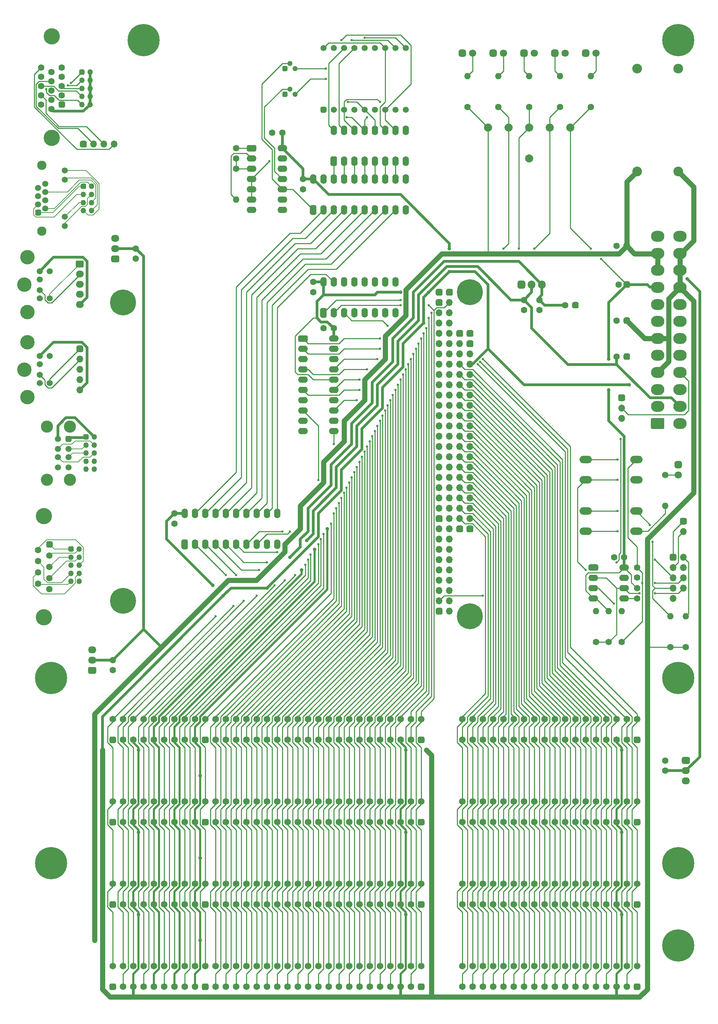
<source format=gbr>
%TF.GenerationSoftware,KiCad,Pcbnew,(5.1.10)-1*%
%TF.CreationDate,2021-09-07T03:02:04-07:00*%
%TF.ProjectId,matx-pc104,6d617478-2d70-4633-9130-342e6b696361,rev?*%
%TF.SameCoordinates,PX18392c0PYda028c0*%
%TF.FileFunction,Copper,L1,Top*%
%TF.FilePolarity,Positive*%
%FSLAX46Y46*%
G04 Gerber Fmt 4.6, Leading zero omitted, Abs format (unit mm)*
G04 Created by KiCad (PCBNEW (5.1.10)-1) date 2021-09-07 03:02:04*
%MOMM*%
%LPD*%
G01*
G04 APERTURE LIST*
%TA.AperFunction,ComponentPad*%
%ADD10O,1.600000X1.600000*%
%TD*%
%TA.AperFunction,ComponentPad*%
%ADD11C,1.600000*%
%TD*%
%TA.AperFunction,ComponentPad*%
%ADD12C,1.800000*%
%TD*%
%TA.AperFunction,ComponentPad*%
%ADD13O,1.700000X1.700000*%
%TD*%
%TA.AperFunction,ComponentPad*%
%ADD14O,1.350000X1.350000*%
%TD*%
%TA.AperFunction,ComponentPad*%
%ADD15O,1.950000X1.700000*%
%TD*%
%TA.AperFunction,ComponentPad*%
%ADD16C,4.000000*%
%TD*%
%TA.AperFunction,ComponentPad*%
%ADD17C,2.000000*%
%TD*%
%TA.AperFunction,ComponentPad*%
%ADD18O,2.400000X1.600000*%
%TD*%
%TA.AperFunction,ComponentPad*%
%ADD19C,1.509000*%
%TD*%
%TA.AperFunction,ComponentPad*%
%ADD20C,3.555000*%
%TD*%
%TA.AperFunction,ComponentPad*%
%ADD21C,1.500000*%
%TD*%
%TA.AperFunction,ComponentPad*%
%ADD22C,3.000000*%
%TD*%
%TA.AperFunction,ComponentPad*%
%ADD23C,2.300000*%
%TD*%
%TA.AperFunction,ComponentPad*%
%ADD24O,1.600000X2.400000*%
%TD*%
%TA.AperFunction,ComponentPad*%
%ADD25C,1.300000*%
%TD*%
%TA.AperFunction,ComponentPad*%
%ADD26O,2.030000X1.730000*%
%TD*%
%TA.AperFunction,ComponentPad*%
%ADD27O,3.048000X1.850000*%
%TD*%
%TA.AperFunction,ComponentPad*%
%ADD28O,2.400000X2.400000*%
%TD*%
%TA.AperFunction,ComponentPad*%
%ADD29C,2.400000*%
%TD*%
%TA.AperFunction,ComponentPad*%
%ADD30O,1.905000X2.000000*%
%TD*%
%TA.AperFunction,ComponentPad*%
%ADD31C,6.400000*%
%TD*%
%TA.AperFunction,ComponentPad*%
%ADD32C,1.651000*%
%TD*%
%TA.AperFunction,ComponentPad*%
%ADD33O,3.300000X2.700000*%
%TD*%
%TA.AperFunction,ComponentPad*%
%ADD34C,7.924800*%
%TD*%
%TA.AperFunction,ViaPad*%
%ADD35C,0.900000*%
%TD*%
%TA.AperFunction,ViaPad*%
%ADD36C,0.600000*%
%TD*%
%TA.AperFunction,Conductor*%
%ADD37C,0.482600*%
%TD*%
%TA.AperFunction,Conductor*%
%ADD38C,0.635000*%
%TD*%
%TA.AperFunction,Conductor*%
%ADD39C,1.270000*%
%TD*%
%TA.AperFunction,Conductor*%
%ADD40C,0.254000*%
%TD*%
%TA.AperFunction,Conductor*%
%ADD41C,0.200000*%
%TD*%
G04 APERTURE END LIST*
D10*
%TO.P,R14,2*%
%TO.N,/RESET*%
X151765000Y88265000D03*
D11*
%TO.P,R14,1*%
%TO.N,/L_R*%
X151765000Y95885000D03*
%TD*%
D12*
%TO.P,D6,2*%
%TO.N,/L_R*%
X154940000Y95885000D03*
%TO.P,D6,1*%
%TO.N,GND*%
%TA.AperFunction,ComponentPad*%
G36*
G01*
X154490000Y99325000D02*
X155390000Y99325000D01*
G75*
G02*
X155840000Y98875000I0J-450000D01*
G01*
X155840000Y97975000D01*
G75*
G02*
X155390000Y97525000I-450000J0D01*
G01*
X154490000Y97525000D01*
G75*
G02*
X154040000Y97975000I0J450000D01*
G01*
X154040000Y98875000D01*
G75*
G02*
X154490000Y99325000I450000J0D01*
G01*
G37*
%TD.AperFunction*%
%TD*%
D13*
%TO.P,J20,4*%
%TO.N,/V_SCL*%
X15621000Y177546000D03*
%TO.P,J20,3*%
%TO.N,/V_SDA*%
X13081000Y177546000D03*
%TO.P,J20,2*%
%TO.N,/V_PWR*%
X10541000Y177546000D03*
%TO.P,J20,1*%
%TO.N,GND*%
%TA.AperFunction,ComponentPad*%
G36*
G01*
X8426000Y176696000D02*
X7576000Y176696000D01*
G75*
G02*
X7151000Y177121000I0J425000D01*
G01*
X7151000Y177971000D01*
G75*
G02*
X7576000Y178396000I425000J0D01*
G01*
X8426000Y178396000D01*
G75*
G02*
X8851000Y177971000I0J-425000D01*
G01*
X8851000Y177121000D01*
G75*
G02*
X8426000Y176696000I-425000J0D01*
G01*
G37*
%TD.AperFunction*%
%TD*%
D14*
%TO.P,J25,10*%
%TO.N,Net-(J25-Pad10)*%
X6953000Y69597000D03*
%TO.P,J25,9*%
%TO.N,/S_RI*%
X4953000Y69597000D03*
%TO.P,J25,8*%
%TO.N,/S_CTS*%
X6953000Y71597000D03*
%TO.P,J25,7*%
%TO.N,/S_RTS*%
X4953000Y71597000D03*
%TO.P,J25,6*%
%TO.N,/S_DSR*%
X6953000Y73597000D03*
%TO.P,J25,5*%
%TO.N,GND*%
X4953000Y73597000D03*
%TO.P,J25,4*%
%TO.N,/S_DTR*%
X6953000Y75597000D03*
%TO.P,J25,3*%
%TO.N,/S_TX*%
X4953000Y75597000D03*
%TO.P,J25,2*%
%TO.N,/S_RX*%
X6953000Y77597000D03*
%TO.P,J25,1*%
%TO.N,/S_DCD*%
%TA.AperFunction,ComponentPad*%
G36*
G01*
X4278000Y77259500D02*
X4278000Y77934500D01*
G75*
G02*
X4615500Y78272000I337500J0D01*
G01*
X5290500Y78272000D01*
G75*
G02*
X5628000Y77934500I0J-337500D01*
G01*
X5628000Y77259500D01*
G75*
G02*
X5290500Y76922000I-337500J0D01*
G01*
X4615500Y76922000D01*
G75*
G02*
X4278000Y77259500I0J337500D01*
G01*
G37*
%TD.AperFunction*%
%TD*%
%TO.P,J24,10*%
%TO.N,Net-(J24-Pad10)*%
X10636000Y97283000D03*
%TO.P,J24,9*%
%TO.N,GND*%
X8636000Y97283000D03*
%TO.P,J24,8*%
X10636000Y99283000D03*
%TO.P,J24,7*%
X8636000Y99283000D03*
%TO.P,J24,6*%
%TO.N,/U2_D+*%
X10636000Y101283000D03*
%TO.P,J24,5*%
%TO.N,/U1_D+*%
X8636000Y101283000D03*
%TO.P,J24,4*%
%TO.N,/U2_D-*%
X10636000Y103283000D03*
%TO.P,J24,3*%
%TO.N,/U1_D-*%
X8636000Y103283000D03*
%TO.P,J24,2*%
%TO.N,/U2_5V*%
X10636000Y105283000D03*
%TO.P,J24,1*%
%TO.N,/U1_5V*%
%TA.AperFunction,ComponentPad*%
G36*
G01*
X7961000Y104945500D02*
X7961000Y105620500D01*
G75*
G02*
X8298500Y105958000I337500J0D01*
G01*
X8973500Y105958000D01*
G75*
G02*
X9311000Y105620500I0J-337500D01*
G01*
X9311000Y104945500D01*
G75*
G02*
X8973500Y104608000I-337500J0D01*
G01*
X8298500Y104608000D01*
G75*
G02*
X7961000Y104945500I0J337500D01*
G01*
G37*
%TD.AperFunction*%
%TD*%
D13*
%TO.P,J23,5*%
%TO.N,/M_5V*%
X7112000Y116840000D03*
%TO.P,J23,4*%
%TO.N,GND*%
X7112000Y119380000D03*
%TO.P,J23,3*%
%TO.N,Net-(J23-Pad3)*%
X7112000Y121920000D03*
%TO.P,J23,2*%
%TO.N,/M_DAT*%
X7112000Y124460000D03*
%TO.P,J23,1*%
%TO.N,/M_CLK*%
%TA.AperFunction,ComponentPad*%
G36*
G01*
X6262000Y126575000D02*
X6262000Y127425000D01*
G75*
G02*
X6687000Y127850000I425000J0D01*
G01*
X7537000Y127850000D01*
G75*
G02*
X7962000Y127425000I0J-425000D01*
G01*
X7962000Y126575000D01*
G75*
G02*
X7537000Y126150000I-425000J0D01*
G01*
X6687000Y126150000D01*
G75*
G02*
X6262000Y126575000I0J425000D01*
G01*
G37*
%TD.AperFunction*%
%TD*%
D15*
%TO.P,J22,5*%
%TO.N,/K_5V*%
X7112000Y137955000D03*
%TO.P,J22,4*%
%TO.N,GND*%
X7112000Y140455000D03*
%TO.P,J22,3*%
%TO.N,Net-(J22-Pad3)*%
X7112000Y142955000D03*
%TO.P,J22,2*%
%TO.N,/K_DAT*%
X7112000Y145455000D03*
%TO.P,J22,1*%
%TO.N,/K_CLK*%
%TA.AperFunction,ComponentPad*%
G36*
G01*
X6387000Y148805000D02*
X7837000Y148805000D01*
G75*
G02*
X8087000Y148555000I0J-250000D01*
G01*
X8087000Y147355000D01*
G75*
G02*
X7837000Y147105000I-250000J0D01*
G01*
X6387000Y147105000D01*
G75*
G02*
X6137000Y147355000I0J250000D01*
G01*
X6137000Y148555000D01*
G75*
G02*
X6387000Y148805000I250000J0D01*
G01*
G37*
%TD.AperFunction*%
%TD*%
D14*
%TO.P,J21,8*%
%TO.N,/E_L2-*%
X10001000Y161132000D03*
%TO.P,J21,7*%
%TO.N,/E_L2+*%
X8001000Y161132000D03*
%TO.P,J21,6*%
%TO.N,/E_RX-*%
X10001000Y163132000D03*
%TO.P,J21,5*%
%TO.N,/E_L1+*%
X8001000Y163132000D03*
%TO.P,J21,4*%
%TO.N,/E_L1-*%
X10001000Y165132000D03*
%TO.P,J21,3*%
%TO.N,/E_RX+*%
X8001000Y165132000D03*
%TO.P,J21,2*%
%TO.N,/E_TX-*%
X10001000Y167132000D03*
%TO.P,J21,1*%
%TO.N,/E_TX+*%
%TA.AperFunction,ComponentPad*%
G36*
G01*
X7326000Y166794500D02*
X7326000Y167469500D01*
G75*
G02*
X7663500Y167807000I337500J0D01*
G01*
X8338500Y167807000D01*
G75*
G02*
X8676000Y167469500I0J-337500D01*
G01*
X8676000Y166794500D01*
G75*
G02*
X8338500Y166457000I-337500J0D01*
G01*
X7663500Y166457000D01*
G75*
G02*
X7326000Y166794500I0J337500D01*
G01*
G37*
%TD.AperFunction*%
%TD*%
%TO.P,J19,10*%
%TO.N,/V_GND*%
X9620000Y187326000D03*
%TO.P,J19,9*%
%TO.N,/V_VS*%
X7620000Y187326000D03*
%TO.P,J19,8*%
%TO.N,/V_GND*%
X9620000Y189326000D03*
%TO.P,J19,7*%
%TO.N,/V_HS*%
X7620000Y189326000D03*
%TO.P,J19,6*%
%TO.N,/V_GND*%
X9620000Y191326000D03*
%TO.P,J19,5*%
%TO.N,/V_B*%
X7620000Y191326000D03*
%TO.P,J19,4*%
%TO.N,/V_GND*%
X9620000Y193326000D03*
%TO.P,J19,3*%
%TO.N,/V_G*%
X7620000Y193326000D03*
%TO.P,J19,2*%
%TO.N,/V_GND*%
X9620000Y195326000D03*
%TO.P,J19,1*%
%TO.N,/V_R*%
%TA.AperFunction,ComponentPad*%
G36*
G01*
X6945000Y194988500D02*
X6945000Y195663500D01*
G75*
G02*
X7282500Y196001000I337500J0D01*
G01*
X7957500Y196001000D01*
G75*
G02*
X8295000Y195663500I0J-337500D01*
G01*
X8295000Y194988500D01*
G75*
G02*
X7957500Y194651000I-337500J0D01*
G01*
X7282500Y194651000D01*
G75*
G02*
X6945000Y194988500I0J337500D01*
G01*
G37*
%TD.AperFunction*%
%TD*%
D16*
%TO.P,J18,0*%
%TO.N,GND*%
X-1801000Y60700000D03*
X-1801000Y85700000D03*
D11*
%TO.P,J18,9*%
%TO.N,/S_RI*%
X-3221000Y69045000D03*
%TO.P,J18,8*%
%TO.N,/S_CTS*%
X-3221000Y71815000D03*
%TO.P,J18,7*%
%TO.N,/S_RTS*%
X-3221000Y74585000D03*
%TO.P,J18,6*%
%TO.N,/S_DSR*%
X-3221000Y77355000D03*
%TO.P,J18,5*%
%TO.N,GND*%
X-381000Y67660000D03*
%TO.P,J18,4*%
%TO.N,/S_DTR*%
X-381000Y70430000D03*
%TO.P,J18,3*%
%TO.N,/S_TX*%
X-381000Y73200000D03*
%TO.P,J18,2*%
%TO.N,/S_RX*%
X-381000Y75970000D03*
%TO.P,J18,1*%
%TO.N,/S_DCD*%
%TA.AperFunction,ComponentPad*%
G36*
G01*
X-781000Y79540000D02*
X19000Y79540000D01*
G75*
G02*
X419000Y79140000I0J-400000D01*
G01*
X419000Y78340000D01*
G75*
G02*
X19000Y77940000I-400000J0D01*
G01*
X-781000Y77940000D01*
G75*
G02*
X-1181000Y78340000I0J400000D01*
G01*
X-1181000Y79140000D01*
G75*
G02*
X-781000Y79540000I400000J0D01*
G01*
G37*
%TD.AperFunction*%
%TD*%
D17*
%TO.P,TP5,1*%
%TO.N,+5VSB*%
X128270000Y181610000D03*
%TD*%
%TO.P,TP4,1*%
%TO.N,-12V*%
X123190000Y181610000D03*
%TD*%
%TO.P,TP3,1*%
%TO.N,-5V*%
X118110000Y181610000D03*
%TD*%
%TO.P,TP2,1*%
%TO.N,+5V*%
X113030000Y181610000D03*
%TD*%
%TO.P,TP1,1*%
%TO.N,+12V*%
X107950000Y181610000D03*
%TD*%
%TO.P,TP6,1*%
%TO.N,GND*%
X118110000Y173990000D03*
%TD*%
D18*
%TO.P,U7,14*%
%TO.N,+5V*%
X57150000Y176530000D03*
%TO.P,U7,7*%
%TO.N,GND*%
X49530000Y161290000D03*
%TO.P,U7,13*%
%TO.N,Net-(U7-Pad13)*%
X57150000Y173990000D03*
%TO.P,U7,6*%
%TO.N,+5V*%
X49530000Y163830000D03*
%TO.P,U7,12*%
%TO.N,GND*%
X57150000Y171450000D03*
%TO.P,U7,5*%
%TO.N,+5V*%
X49530000Y166370000D03*
%TO.P,U7,11*%
%TO.N,/~LCLK*%
X57150000Y168910000D03*
%TO.P,U7,4*%
%TO.N,+5V*%
X49530000Y168910000D03*
%TO.P,U7,10*%
%TO.N,/LCLK*%
X57150000Y166370000D03*
%TO.P,U7,3*%
%TO.N,/O_RC*%
X49530000Y171450000D03*
%TO.P,U7,9*%
%TO.N,GND*%
X57150000Y163830000D03*
%TO.P,U7,2*%
%TO.N,/O_R*%
X49530000Y173990000D03*
%TO.P,U7,8*%
%TO.N,GND*%
X57150000Y161290000D03*
%TO.P,U7,1*%
%TO.N,/O_C*%
%TA.AperFunction,ComponentPad*%
G36*
G01*
X48330000Y176130000D02*
X48330000Y176930000D01*
G75*
G02*
X48730000Y177330000I400000J0D01*
G01*
X50330000Y177330000D01*
G75*
G02*
X50730000Y176930000I0J-400000D01*
G01*
X50730000Y176130000D01*
G75*
G02*
X50330000Y175730000I-400000J0D01*
G01*
X48730000Y175730000D01*
G75*
G02*
X48330000Y176130000I0J400000D01*
G01*
G37*
%TD.AperFunction*%
%TD*%
D10*
%TO.P,R11,2*%
%TO.N,/O_R*%
X45720000Y163830000D03*
D11*
%TO.P,R11,1*%
%TO.N,/O_RC*%
X45720000Y171450000D03*
%TD*%
%TO.P,C16,2*%
%TO.N,+5V*%
X57150000Y180340000D03*
%TO.P,C16,1*%
%TO.N,GND*%
X54650000Y180340000D03*
%TD*%
%TO.P,C15,2*%
%TO.N,/O_C*%
X45720000Y176530000D03*
%TO.P,C15,1*%
%TO.N,/O_RC*%
X45720000Y174030000D03*
%TD*%
D13*
%TO.P,J8,9*%
%TO.N,Net-(J8-Pad9)*%
X153670000Y65405000D03*
%TO.P,J8,8*%
%TO.N,/PWR_B*%
X156210000Y67945000D03*
%TO.P,J8,7*%
%TO.N,/RST_SW*%
X153670000Y67945000D03*
%TO.P,J8,6*%
%TO.N,/PWR_A*%
X156210000Y70485000D03*
%TO.P,J8,5*%
%TO.N,/RESET*%
X153670000Y70485000D03*
%TO.P,J8,4*%
%TO.N,GND*%
X156210000Y73025000D03*
%TO.P,J8,3*%
%TO.N,/HDD_B*%
X153670000Y73025000D03*
%TO.P,J8,2*%
%TO.N,/PWR_LED*%
X156210000Y75565000D03*
%TO.P,J8,1*%
%TO.N,/HDD_A*%
%TA.AperFunction,ComponentPad*%
G36*
G01*
X152820000Y75140000D02*
X152820000Y75990000D01*
G75*
G02*
X153245000Y76415000I425000J0D01*
G01*
X154095000Y76415000D01*
G75*
G02*
X154520000Y75990000I0J-425000D01*
G01*
X154520000Y75140000D01*
G75*
G02*
X154095000Y74715000I-425000J0D01*
G01*
X153245000Y74715000D01*
G75*
G02*
X152820000Y75140000I0J425000D01*
G01*
G37*
%TD.AperFunction*%
%TD*%
%TO.P,U4,1*%
%TO.N,/A3*%
%TA.AperFunction,ComponentPad*%
G36*
G01*
X61030000Y129140000D02*
X61030000Y129940000D01*
G75*
G02*
X61430000Y130340000I400000J0D01*
G01*
X63030000Y130340000D01*
G75*
G02*
X63430000Y129940000I0J-400000D01*
G01*
X63430000Y129140000D01*
G75*
G02*
X63030000Y128740000I-400000J0D01*
G01*
X61430000Y128740000D01*
G75*
G02*
X61030000Y129140000I0J400000D01*
G01*
G37*
%TD.AperFunction*%
D18*
%TO.P,U4,11*%
%TO.N,/~IOW*%
X69850000Y106680000D03*
%TO.P,U4,2*%
%TO.N,/A4*%
X62230000Y127000000D03*
%TO.P,U4,12*%
%TO.N,GND*%
X69850000Y109220000D03*
%TO.P,U4,3*%
X62230000Y124460000D03*
%TO.P,U4,13*%
%TO.N,/A9*%
X69850000Y111760000D03*
%TO.P,U4,4*%
%TO.N,/A6*%
X62230000Y121920000D03*
%TO.P,U4,14*%
%TO.N,GND*%
X69850000Y114300000D03*
%TO.P,U4,5*%
X62230000Y119380000D03*
%TO.P,U4,15*%
%TO.N,/A7*%
X69850000Y116840000D03*
%TO.P,U4,6*%
%TO.N,/A8*%
X62230000Y116840000D03*
%TO.P,U4,16*%
%TO.N,+5V*%
X69850000Y119380000D03*
%TO.P,U4,7*%
%TO.N,GND*%
X62230000Y114300000D03*
%TO.P,U4,17*%
%TO.N,/A5*%
X69850000Y121920000D03*
%TO.P,U4,8*%
%TO.N,/AEN*%
X62230000Y111760000D03*
%TO.P,U4,18*%
%TO.N,GND*%
X69850000Y124460000D03*
%TO.P,U4,9*%
X62230000Y109220000D03*
%TO.P,U4,19*%
%TO.N,/~IOW8x*%
X69850000Y127000000D03*
%TO.P,U4,10*%
%TO.N,GND*%
X62230000Y106680000D03*
%TO.P,U4,20*%
%TO.N,+5V*%
X69850000Y129540000D03*
%TD*%
%TO.P,JP1,1*%
%TO.N,GND*%
%TA.AperFunction,ComponentPad*%
G36*
G01*
X140120000Y114510000D02*
X140120000Y115360000D01*
G75*
G02*
X140545000Y115785000I425000J0D01*
G01*
X141395000Y115785000D01*
G75*
G02*
X141820000Y115360000I0J-425000D01*
G01*
X141820000Y114510000D01*
G75*
G02*
X141395000Y114085000I-425000J0D01*
G01*
X140545000Y114085000D01*
G75*
G02*
X140120000Y114510000I0J425000D01*
G01*
G37*
%TD.AperFunction*%
D13*
%TO.P,JP1,2*%
%TO.N,/~PS_ON*%
X140970000Y112395000D03*
%TO.P,JP1,3*%
%TO.N,/~PWR_CTRL*%
X140970000Y109855000D03*
%TD*%
D19*
%TO.P,J16,2*%
%TO.N,Net-(J16-Pad2)*%
X-2794000Y123190000D03*
%TO.P,J16,1*%
%TO.N,/M_DAT*%
X-2794000Y120590000D03*
%TO.P,J16,4*%
%TO.N,/M_5V*%
X-2794000Y125240000D03*
%TO.P,J16,3*%
%TO.N,GND*%
X-2794000Y118540000D03*
%TO.P,J16,6*%
%TO.N,Net-(J16-Pad6)*%
X-304000Y125240000D03*
%TO.P,J16,5*%
%TO.N,/M_CLK*%
X-304000Y118540000D03*
D20*
%TO.P,J16,0*%
%TO.N,N/C*%
X-6604000Y121890000D03*
X-5794000Y115130000D03*
X-5794000Y128650000D03*
%TD*%
%TO.P,J13,1*%
%TO.N,/V_R*%
%TA.AperFunction,ComponentPad*%
G36*
G01*
X2267000Y188125000D02*
X3067000Y188125000D01*
G75*
G02*
X3467000Y187725000I0J-400000D01*
G01*
X3467000Y186925000D01*
G75*
G02*
X3067000Y186525000I-400000J0D01*
G01*
X2267000Y186525000D01*
G75*
G02*
X1867000Y186925000I0J400000D01*
G01*
X1867000Y187725000D01*
G75*
G02*
X2267000Y188125000I400000J0D01*
G01*
G37*
%TD.AperFunction*%
D11*
%TO.P,J13,2*%
%TO.N,/V_G*%
X2667000Y189615000D03*
%TO.P,J13,3*%
%TO.N,/V_B*%
X2667000Y191905000D03*
%TO.P,J13,4*%
%TO.N,Net-(J13-Pad4)*%
X2667000Y194195000D03*
%TO.P,J13,5*%
%TO.N,GND*%
X2667000Y196485000D03*
%TO.P,J13,6*%
%TO.N,/V_GND*%
X127000Y186180000D03*
%TO.P,J13,7*%
X127000Y188470000D03*
%TO.P,J13,8*%
X127000Y190760000D03*
%TO.P,J13,9*%
%TO.N,/V_PWR*%
X127000Y193050000D03*
%TO.P,J13,10*%
%TO.N,GND*%
X127000Y195340000D03*
%TO.P,J13,11*%
%TO.N,Net-(J13-Pad11)*%
X-2413000Y187325000D03*
%TO.P,J13,12*%
%TO.N,/V_SDA*%
X-2413000Y189615000D03*
%TO.P,J13,13*%
%TO.N,/V_HS*%
X-2413000Y191905000D03*
%TO.P,J13,14*%
%TO.N,/V_VS*%
X-2413000Y194195000D03*
%TO.P,J13,15*%
%TO.N,/V_SCL*%
X-2413000Y196485000D03*
D16*
%TO.P,J13,0*%
%TO.N,GND*%
X167000Y204140000D03*
X167000Y179140000D03*
%TD*%
D19*
%TO.P,J15,2*%
%TO.N,Net-(J15-Pad2)*%
X-2794000Y144145000D03*
%TO.P,J15,1*%
%TO.N,/K_DAT*%
X-2794000Y141545000D03*
%TO.P,J15,4*%
%TO.N,/K_5V*%
X-2794000Y146195000D03*
%TO.P,J15,3*%
%TO.N,GND*%
X-2794000Y139495000D03*
%TO.P,J15,6*%
%TO.N,Net-(J15-Pad6)*%
X-304000Y146195000D03*
%TO.P,J15,5*%
%TO.N,/K_CLK*%
X-304000Y139495000D03*
D20*
%TO.P,J15,0*%
%TO.N,N/C*%
X-6604000Y142845000D03*
X-5794000Y136085000D03*
X-5794000Y149605000D03*
%TD*%
D21*
%TO.P,J17,8*%
%TO.N,GND*%
X1698000Y97775000D03*
%TO.P,J17,7*%
%TO.N,/U2_D+*%
X1698000Y100275000D03*
%TO.P,J17,6*%
%TO.N,/U2_D-*%
X1698000Y102275000D03*
%TO.P,J17,5*%
%TO.N,/U2_5V*%
X1698000Y104775000D03*
D22*
%TO.P,J17,9*%
%TO.N,GND*%
X-1012000Y94705000D03*
X-1012000Y107845000D03*
D21*
%TO.P,J17,4*%
X4318000Y97775000D03*
%TO.P,J17,3*%
%TO.N,/U1_D+*%
X4318000Y100275000D03*
%TO.P,J17,2*%
%TO.N,/U1_D-*%
X4318000Y102275000D03*
%TO.P,J17,1*%
%TO.N,/U1_5V*%
%TA.AperFunction,ComponentPad*%
G36*
G01*
X3943000Y105525000D02*
X4693000Y105525000D01*
G75*
G02*
X5068000Y105150000I0J-375000D01*
G01*
X5068000Y104400000D01*
G75*
G02*
X4693000Y104025000I-375000J0D01*
G01*
X3943000Y104025000D01*
G75*
G02*
X3568000Y104400000I0J375000D01*
G01*
X3568000Y105150000D01*
G75*
G02*
X3943000Y105525000I375000J0D01*
G01*
G37*
%TD.AperFunction*%
D22*
%TO.P,J17,9*%
%TO.N,GND*%
X4668000Y107845000D03*
X4668000Y94705000D03*
%TD*%
%TO.P,J14,1*%
%TO.N,/E_TX+*%
%TA.AperFunction,ComponentPad*%
G36*
G01*
X-2800000Y159905000D02*
X-3550000Y159905000D01*
G75*
G02*
X-3925000Y160280000I0J375000D01*
G01*
X-3925000Y161030000D01*
G75*
G02*
X-3550000Y161405000I375000J0D01*
G01*
X-2800000Y161405000D01*
G75*
G02*
X-2425000Y161030000I0J-375000D01*
G01*
X-2425000Y160280000D01*
G75*
G02*
X-2800000Y159905000I-375000J0D01*
G01*
G37*
%TD.AperFunction*%
D21*
%TO.P,J14,3*%
%TO.N,/E_RX+*%
X-3175000Y162687000D03*
%TO.P,J14,5*%
%TO.N,Net-(J14-Pad5)*%
X-3175000Y164719000D03*
%TO.P,J14,7*%
%TO.N,Net-(J14-Pad7)*%
X-3175000Y166751000D03*
%TO.P,J14,2*%
%TO.N,/E_TX-*%
X-1395000Y161671000D03*
%TO.P,J14,4*%
%TO.N,Net-(J14-Pad4)*%
X-1395000Y163703000D03*
%TO.P,J14,6*%
%TO.N,/E_RX-*%
X-1395000Y165735000D03*
%TO.P,J14,8*%
%TO.N,Net-(J14-Pad8)*%
X-1395000Y167767000D03*
D23*
%TO.P,J14,SH*%
%TO.N,GND*%
X-2285000Y172345000D03*
X-2285000Y156085000D03*
D21*
%TO.P,J14,9*%
%TO.N,/E_L1-*%
X3425000Y157355000D03*
%TO.P,J14,10*%
%TO.N,/E_L1+*%
X3425000Y159645000D03*
%TO.P,J14,11*%
%TO.N,/E_L2-*%
X3425000Y168785000D03*
%TO.P,J14,12*%
%TO.N,/E_L2+*%
X3425000Y171075000D03*
%TD*%
D24*
%TO.P,RN1,16*%
%TO.N,/DIG_A'*%
X69850000Y180975000D03*
%TO.P,RN1,8*%
%TO.N,Net-(RN1-Pad8)*%
X87630000Y173355000D03*
%TO.P,RN1,15*%
%TO.N,/DIG_B'*%
X72390000Y180975000D03*
%TO.P,RN1,7*%
%TO.N,/DIG_G*%
X85090000Y173355000D03*
%TO.P,RN1,14*%
%TO.N,/DIG_C'*%
X74930000Y180975000D03*
%TO.P,RN1,6*%
%TO.N,/DIG_F*%
X82550000Y173355000D03*
%TO.P,RN1,13*%
%TO.N,/DIG_D'*%
X77470000Y180975000D03*
%TO.P,RN1,5*%
%TO.N,/DIG_E*%
X80010000Y173355000D03*
%TO.P,RN1,12*%
%TO.N,/DIG_E'*%
X80010000Y180975000D03*
%TO.P,RN1,4*%
%TO.N,/DIG_D*%
X77470000Y173355000D03*
%TO.P,RN1,11*%
%TO.N,/DIG_F'*%
X82550000Y180975000D03*
%TO.P,RN1,3*%
%TO.N,/DIG_C*%
X74930000Y173355000D03*
%TO.P,RN1,10*%
%TO.N,/DIG_G'*%
X85090000Y180975000D03*
%TO.P,RN1,2*%
%TO.N,/DIG_B*%
X72390000Y173355000D03*
%TO.P,RN1,9*%
%TO.N,Net-(RN1-Pad9)*%
X87630000Y180975000D03*
%TO.P,RN1,1*%
%TO.N,/DIG_A*%
%TA.AperFunction,ComponentPad*%
G36*
G01*
X70250000Y172155000D02*
X69450000Y172155000D01*
G75*
G02*
X69050000Y172555000I0J400000D01*
G01*
X69050000Y174155000D01*
G75*
G02*
X69450000Y174555000I400000J0D01*
G01*
X70250000Y174555000D01*
G75*
G02*
X70650000Y174155000I0J-400000D01*
G01*
X70650000Y172555000D01*
G75*
G02*
X70250000Y172155000I-400000J0D01*
G01*
G37*
%TD.AperFunction*%
%TD*%
%TO.P,Q2,1*%
%TO.N,GND*%
%TA.AperFunction,ComponentPad*%
G36*
G01*
X57135000Y189540000D02*
X57135000Y190190000D01*
G75*
G02*
X57460000Y190515000I325000J0D01*
G01*
X58110000Y190515000D01*
G75*
G02*
X58435000Y190190000I0J-325000D01*
G01*
X58435000Y189540000D01*
G75*
G02*
X58110000Y189215000I-325000J0D01*
G01*
X57460000Y189215000D01*
G75*
G02*
X57135000Y189540000I0J325000D01*
G01*
G37*
%TD.AperFunction*%
D25*
%TO.P,Q2,3*%
%TO.N,/DIG2_CC*%
X60325000Y189865000D03*
%TO.P,Q2,2*%
%TO.N,/~LCLK*%
X59055000Y191135000D03*
%TD*%
%TO.P,Q1,1*%
%TO.N,GND*%
%TA.AperFunction,ComponentPad*%
G36*
G01*
X57135000Y195890000D02*
X57135000Y196540000D01*
G75*
G02*
X57460000Y196865000I325000J0D01*
G01*
X58110000Y196865000D01*
G75*
G02*
X58435000Y196540000I0J-325000D01*
G01*
X58435000Y195890000D01*
G75*
G02*
X58110000Y195565000I-325000J0D01*
G01*
X57460000Y195565000D01*
G75*
G02*
X57135000Y195890000I0J325000D01*
G01*
G37*
%TD.AperFunction*%
%TO.P,Q1,3*%
%TO.N,/DIC1_CC*%
X60325000Y196215000D03*
%TO.P,Q1,2*%
%TO.N,/LCLK*%
X59055000Y197485000D03*
%TD*%
D24*
%TO.P,U6,20*%
%TO.N,+5V*%
X64770000Y168910000D03*
%TO.P,U6,10*%
%TO.N,GND*%
X87630000Y161290000D03*
%TO.P,U6,19*%
%TO.N,Net-(U6-Pad19)*%
X67310000Y168910000D03*
%TO.P,U6,9*%
%TO.N,/PC0*%
X85090000Y161290000D03*
%TO.P,U6,18*%
%TO.N,/DIG_A*%
X69850000Y168910000D03*
%TO.P,U6,8*%
%TO.N,/PC1*%
X82550000Y161290000D03*
%TO.P,U6,17*%
%TO.N,/DIG_B*%
X72390000Y168910000D03*
%TO.P,U6,7*%
%TO.N,/PC2*%
X80010000Y161290000D03*
%TO.P,U6,16*%
%TO.N,/DIG_C*%
X74930000Y168910000D03*
%TO.P,U6,6*%
%TO.N,/PC3*%
X77470000Y161290000D03*
%TO.P,U6,15*%
%TO.N,/DIG_D*%
X77470000Y168910000D03*
%TO.P,U6,5*%
%TO.N,/PC4*%
X74930000Y161290000D03*
%TO.P,U6,14*%
%TO.N,/DIG_E*%
X80010000Y168910000D03*
%TO.P,U6,4*%
%TO.N,/PC5*%
X72390000Y161290000D03*
%TO.P,U6,13*%
%TO.N,/DIG_F*%
X82550000Y168910000D03*
%TO.P,U6,3*%
%TO.N,/PC6*%
X69850000Y161290000D03*
%TO.P,U6,12*%
%TO.N,/DIG_G*%
X85090000Y168910000D03*
%TO.P,U6,2*%
%TO.N,/PC7*%
X67310000Y161290000D03*
%TO.P,U6,11*%
%TO.N,GND*%
X87630000Y168910000D03*
%TO.P,U6,1*%
%TO.N,/LCLK*%
%TA.AperFunction,ComponentPad*%
G36*
G01*
X65170000Y160090000D02*
X64370000Y160090000D01*
G75*
G02*
X63970000Y160490000I0J400000D01*
G01*
X63970000Y162090000D01*
G75*
G02*
X64370000Y162490000I400000J0D01*
G01*
X65170000Y162490000D01*
G75*
G02*
X65570000Y162090000I0J-400000D01*
G01*
X65570000Y160490000D01*
G75*
G02*
X65170000Y160090000I-400000J0D01*
G01*
G37*
%TD.AperFunction*%
%TD*%
D11*
%TO.P,C22,2*%
%TO.N,GND*%
X151765000Y25360000D03*
%TO.P,C22,1*%
%TO.N,+12V*%
X151765000Y22860000D03*
%TD*%
%TO.P,C21,2*%
%TO.N,GND*%
X15240000Y47665000D03*
%TO.P,C21,1*%
%TO.N,+12V*%
X15240000Y50165000D03*
%TD*%
%TO.P,C20,2*%
%TO.N,GND*%
X20955000Y149265000D03*
%TO.P,C20,1*%
%TO.N,+12V*%
X20955000Y151765000D03*
%TD*%
%TO.P,C14,2*%
%TO.N,+5V*%
X62230000Y168910000D03*
%TO.P,C14,1*%
%TO.N,GND*%
X62230000Y166410000D03*
%TD*%
%TO.P,C13,2*%
%TO.N,+5V*%
X30480000Y86360000D03*
%TO.P,C13,1*%
%TO.N,GND*%
X30480000Y83860000D03*
%TD*%
%TO.P,C12,1*%
%TO.N,GND*%
X67350000Y132080000D03*
%TO.P,C12,2*%
%TO.N,+5V*%
X69850000Y132080000D03*
%TD*%
%TO.P,C11,1*%
%TO.N,GND*%
X64770000Y141010000D03*
%TO.P,C11,2*%
%TO.N,+5V*%
X64770000Y143510000D03*
%TD*%
D26*
%TO.P,J10,3*%
%TO.N,Net-(J10-Pad3)*%
X10160000Y52705000D03*
%TO.P,J10,2*%
%TO.N,+12V*%
X10160000Y50165000D03*
%TO.P,J10,1*%
%TO.N,GND*%
%TA.AperFunction,ComponentPad*%
G36*
G01*
X11175000Y48057500D02*
X11175000Y47192500D01*
G75*
G02*
X10742500Y46760000I-432500J0D01*
G01*
X9577500Y46760000D01*
G75*
G02*
X9145000Y47192500I0J432500D01*
G01*
X9145000Y48057500D01*
G75*
G02*
X9577500Y48490000I432500J0D01*
G01*
X10742500Y48490000D01*
G75*
G02*
X11175000Y48057500I0J-432500D01*
G01*
G37*
%TD.AperFunction*%
%TD*%
D21*
%TO.P,U8,18*%
%TO.N,/DIG_F'*%
X67310000Y201295000D03*
%TO.P,U8,17*%
%TO.N,/DIG_G'*%
X69850000Y201295000D03*
%TO.P,U8,16*%
%TO.N,/DIG_A'*%
X72390000Y201295000D03*
%TO.P,U8,15*%
%TO.N,/DIG_B'*%
X74930000Y201295000D03*
%TO.P,U8,14*%
%TO.N,/DIC1_CC*%
X77470000Y201295000D03*
%TO.P,U8,13*%
%TO.N,/DIG2_CC*%
X80010000Y201295000D03*
%TO.P,U8,12*%
%TO.N,/DIG_F'*%
X82550000Y201295000D03*
%TO.P,U8,11*%
%TO.N,/DIG_A'*%
X85090000Y201295000D03*
%TO.P,U8,10*%
%TO.N,/DIG_B'*%
X87630000Y201295000D03*
%TO.P,U8,9*%
%TO.N,Net-(U8-Pad9)*%
X87630000Y186055000D03*
%TO.P,U8,8*%
%TO.N,/DIG_C'*%
X85090000Y186055000D03*
%TO.P,U8,7*%
%TO.N,/DIG_G'*%
X82550000Y186055000D03*
%TO.P,U8,6*%
%TO.N,/DIG_D'*%
X80010000Y186055000D03*
%TO.P,U8,5*%
%TO.N,/DIG_E'*%
X77470000Y186055000D03*
%TO.P,U8,4*%
%TO.N,Net-(U8-Pad4)*%
X74930000Y186055000D03*
%TO.P,U8,3*%
%TO.N,/DIG_C'*%
X72390000Y186055000D03*
%TO.P,U8,2*%
%TO.N,/DIG_D'*%
X69850000Y186055000D03*
%TO.P,U8,1*%
%TO.N,/DIG_E'*%
%TA.AperFunction,ComponentPad*%
G36*
G01*
X67685000Y185305000D02*
X66935000Y185305000D01*
G75*
G02*
X66560000Y185680000I0J375000D01*
G01*
X66560000Y186430000D01*
G75*
G02*
X66935000Y186805000I375000J0D01*
G01*
X67685000Y186805000D01*
G75*
G02*
X68060000Y186430000I0J-375000D01*
G01*
X68060000Y185680000D01*
G75*
G02*
X67685000Y185305000I-375000J0D01*
G01*
G37*
%TD.AperFunction*%
%TD*%
%TO.P,U2,1*%
%TO.N,GND*%
%TA.AperFunction,ComponentPad*%
G36*
G01*
X132785000Y72625000D02*
X132785000Y73425000D01*
G75*
G02*
X133185000Y73825000I400000J0D01*
G01*
X134785000Y73825000D01*
G75*
G02*
X135185000Y73425000I0J-400000D01*
G01*
X135185000Y72625000D01*
G75*
G02*
X134785000Y72225000I-400000J0D01*
G01*
X133185000Y72225000D01*
G75*
G02*
X132785000Y72625000I0J400000D01*
G01*
G37*
%TD.AperFunction*%
D18*
%TO.P,U2,5*%
%TO.N,/CV*%
X141605000Y65405000D03*
%TO.P,U2,2*%
%TO.N,/PWR_B*%
X133985000Y70485000D03*
%TO.P,U2,6*%
X141605000Y67945000D03*
%TO.P,U2,3*%
%TO.N,/FB*%
X133985000Y67945000D03*
%TO.P,U2,7*%
%TO.N,/~PWR_CTRL*%
X141605000Y70485000D03*
%TO.P,U2,4*%
%TO.N,+5VSB*%
X133985000Y65405000D03*
%TO.P,U2,8*%
X141605000Y73025000D03*
%TD*%
D27*
%TO.P,SW2,2*%
%TO.N,/RESET*%
X132080000Y81995000D03*
%TO.P,SW2,1*%
%TO.N,/RST_SW*%
X132080000Y86995000D03*
%TO.P,SW2,2*%
%TO.N,/RESET*%
X144580000Y81995000D03*
%TO.P,SW2,1*%
%TO.N,/RST_SW*%
X144580000Y86995000D03*
%TD*%
%TO.P,SW1,2*%
%TO.N,/PWR_B*%
X132080000Y94695000D03*
%TO.P,SW1,1*%
%TO.N,/PWR_A*%
X132080000Y99695000D03*
%TO.P,SW1,2*%
%TO.N,/PWR_B*%
X144580000Y94695000D03*
%TO.P,SW1,1*%
%TO.N,/PWR_A*%
X144580000Y99695000D03*
%TD*%
D10*
%TO.P,R10,2*%
%TO.N,/RST_SW*%
X153035000Y60960000D03*
D11*
%TO.P,R10,1*%
%TO.N,+5V*%
X153035000Y53340000D03*
%TD*%
D10*
%TO.P,R9,2*%
%TO.N,/PWR_LED*%
X156845000Y60960000D03*
D11*
%TO.P,R9,1*%
%TO.N,+5V*%
X156845000Y53340000D03*
%TD*%
D10*
%TO.P,R3,2*%
%TO.N,/FB*%
X140970000Y62230000D03*
D11*
%TO.P,R3,1*%
%TO.N,/PWR_A*%
X140970000Y54610000D03*
%TD*%
D10*
%TO.P,R2,2*%
%TO.N,GND*%
X134620000Y62230000D03*
D11*
%TO.P,R2,1*%
%TO.N,/PWR_B*%
X134620000Y54610000D03*
%TD*%
D10*
%TO.P,R1,2*%
%TO.N,+5VSB*%
X137795000Y62230000D03*
D11*
%TO.P,R1,1*%
%TO.N,/PWR_B*%
X137795000Y54610000D03*
%TD*%
D13*
%TO.P,J12,2*%
%TO.N,/HDD_B*%
X156210000Y81915000D03*
%TO.P,J12,1*%
%TO.N,/HDD_A*%
%TA.AperFunction,ComponentPad*%
G36*
G01*
X155360000Y84030000D02*
X155360000Y84880000D01*
G75*
G02*
X155785000Y85305000I425000J0D01*
G01*
X156635000Y85305000D01*
G75*
G02*
X157060000Y84880000I0J-425000D01*
G01*
X157060000Y84030000D01*
G75*
G02*
X156635000Y83605000I-425000J0D01*
G01*
X155785000Y83605000D01*
G75*
G02*
X155360000Y84030000I0J425000D01*
G01*
G37*
%TD.AperFunction*%
%TD*%
D11*
%TO.P,C10,2*%
%TO.N,/CV*%
X144780000Y65405000D03*
%TO.P,C10,1*%
%TO.N,+5VSB*%
X144780000Y67905000D03*
%TD*%
%TO.P,C9,2*%
%TO.N,+5VSB*%
X141605000Y75565000D03*
%TO.P,C9,1*%
%TO.N,GND*%
X139105000Y75565000D03*
%TD*%
%TO.P,C8,2*%
%TO.N,GND*%
X144780000Y70525000D03*
%TO.P,C8,1*%
%TO.N,/PWR_A*%
X144780000Y73025000D03*
%TD*%
D24*
%TO.P,U5,20*%
%TO.N,+5V*%
X33020000Y86360000D03*
%TO.P,U5,10*%
%TO.N,GND*%
X55880000Y78740000D03*
%TO.P,U5,19*%
%TO.N,/PC7*%
X35560000Y86360000D03*
%TO.P,U5,9*%
%TO.N,/D0*%
X53340000Y78740000D03*
%TO.P,U5,18*%
%TO.N,/PC6*%
X38100000Y86360000D03*
%TO.P,U5,8*%
%TO.N,/D1*%
X50800000Y78740000D03*
%TO.P,U5,17*%
%TO.N,/PC5*%
X40640000Y86360000D03*
%TO.P,U5,7*%
%TO.N,/D2*%
X48260000Y78740000D03*
%TO.P,U5,16*%
%TO.N,/PC4*%
X43180000Y86360000D03*
%TO.P,U5,6*%
%TO.N,/D3*%
X45720000Y78740000D03*
%TO.P,U5,15*%
%TO.N,/PC3*%
X45720000Y86360000D03*
%TO.P,U5,5*%
%TO.N,/D4*%
X43180000Y78740000D03*
%TO.P,U5,14*%
%TO.N,/PC2*%
X48260000Y86360000D03*
%TO.P,U5,4*%
%TO.N,/D5*%
X40640000Y78740000D03*
%TO.P,U5,13*%
%TO.N,/PC1*%
X50800000Y86360000D03*
%TO.P,U5,3*%
%TO.N,/D6*%
X38100000Y78740000D03*
%TO.P,U5,12*%
%TO.N,/PC0*%
X53340000Y86360000D03*
%TO.P,U5,2*%
%TO.N,/D7*%
X35560000Y78740000D03*
%TO.P,U5,11*%
%TO.N,/~POST_CS*%
X55880000Y86360000D03*
%TO.P,U5,1*%
%TO.N,GND*%
%TA.AperFunction,ComponentPad*%
G36*
G01*
X33420000Y77540000D02*
X32620000Y77540000D01*
G75*
G02*
X32220000Y77940000I0J400000D01*
G01*
X32220000Y79540000D01*
G75*
G02*
X32620000Y79940000I400000J0D01*
G01*
X33420000Y79940000D01*
G75*
G02*
X33820000Y79540000I0J-400000D01*
G01*
X33820000Y77940000D01*
G75*
G02*
X33420000Y77540000I-400000J0D01*
G01*
G37*
%TD.AperFunction*%
%TD*%
%TO.P,U3,16*%
%TO.N,+5V*%
X67310000Y143510000D03*
%TO.P,U3,8*%
%TO.N,GND*%
X85090000Y135890000D03*
%TO.P,U3,15*%
%TO.N,/~POST_CS*%
X69850000Y143510000D03*
%TO.P,U3,7*%
%TO.N,Net-(U3-Pad7)*%
X82550000Y135890000D03*
%TO.P,U3,14*%
%TO.N,Net-(U3-Pad14)*%
X72390000Y143510000D03*
%TO.P,U3,6*%
%TO.N,+5V*%
X80010000Y135890000D03*
%TO.P,U3,13*%
%TO.N,Net-(U3-Pad13)*%
X74930000Y143510000D03*
%TO.P,U3,5*%
%TO.N,/~IOW8x*%
X77470000Y135890000D03*
%TO.P,U3,12*%
%TO.N,Net-(U3-Pad12)*%
X77470000Y143510000D03*
%TO.P,U3,4*%
%TO.N,GND*%
X74930000Y135890000D03*
%TO.P,U3,11*%
%TO.N,Net-(U3-Pad11)*%
X80010000Y143510000D03*
%TO.P,U3,3*%
%TO.N,/A2*%
X72390000Y135890000D03*
%TO.P,U3,10*%
%TO.N,Net-(U3-Pad10)*%
X82550000Y143510000D03*
%TO.P,U3,2*%
%TO.N,/A1*%
X69850000Y135890000D03*
%TO.P,U3,9*%
%TO.N,Net-(U3-Pad9)*%
X85090000Y143510000D03*
%TO.P,U3,1*%
%TO.N,/A0*%
%TA.AperFunction,ComponentPad*%
G36*
G01*
X67710000Y134690000D02*
X66910000Y134690000D01*
G75*
G02*
X66510000Y135090000I0J400000D01*
G01*
X66510000Y136690000D01*
G75*
G02*
X66910000Y137090000I400000J0D01*
G01*
X67710000Y137090000D01*
G75*
G02*
X68110000Y136690000I0J-400000D01*
G01*
X68110000Y135090000D01*
G75*
G02*
X67710000Y134690000I-400000J0D01*
G01*
G37*
%TD.AperFunction*%
%TD*%
D11*
%TO.P,R8,1*%
%TO.N,+5VSB*%
X133350000Y186690000D03*
D10*
%TO.P,R8,2*%
%TO.N,/L+5S*%
X133350000Y194310000D03*
%TD*%
D11*
%TO.P,R7,1*%
%TO.N,-12V*%
X125730000Y186690000D03*
D10*
%TO.P,R7,2*%
%TO.N,/L-12*%
X125730000Y194310000D03*
%TD*%
D11*
%TO.P,R6,1*%
%TO.N,-5V*%
X118110000Y186690000D03*
D10*
%TO.P,R6,2*%
%TO.N,/L-5*%
X118110000Y194310000D03*
%TD*%
D11*
%TO.P,R5,1*%
%TO.N,+5V*%
X110490000Y186690000D03*
D10*
%TO.P,R5,2*%
%TO.N,/L+5*%
X110490000Y194310000D03*
%TD*%
D11*
%TO.P,R4,1*%
%TO.N,+12V*%
X102870000Y186690000D03*
D10*
%TO.P,R4,2*%
%TO.N,/L+12*%
X102870000Y194310000D03*
%TD*%
D26*
%TO.P,J11,3*%
%TO.N,Net-(J11-Pad3)*%
X156845000Y20320000D03*
%TO.P,J11,2*%
%TO.N,+12V*%
X156845000Y22860000D03*
%TO.P,J11,1*%
%TO.N,GND*%
%TA.AperFunction,ComponentPad*%
G36*
G01*
X155830000Y24967500D02*
X155830000Y25832500D01*
G75*
G02*
X156262500Y26265000I432500J0D01*
G01*
X157427500Y26265000D01*
G75*
G02*
X157860000Y25832500I0J-432500D01*
G01*
X157860000Y24967500D01*
G75*
G02*
X157427500Y24535000I-432500J0D01*
G01*
X156262500Y24535000D01*
G75*
G02*
X155830000Y24967500I0J432500D01*
G01*
G37*
%TD.AperFunction*%
%TD*%
%TO.P,J9,3*%
%TO.N,Net-(J9-Pad3)*%
X15875000Y154305000D03*
%TO.P,J9,2*%
%TO.N,+12V*%
X15875000Y151765000D03*
%TO.P,J9,1*%
%TO.N,GND*%
%TA.AperFunction,ComponentPad*%
G36*
G01*
X16890000Y149657500D02*
X16890000Y148792500D01*
G75*
G02*
X16457500Y148360000I-432500J0D01*
G01*
X15292500Y148360000D01*
G75*
G02*
X14860000Y148792500I0J432500D01*
G01*
X14860000Y149657500D01*
G75*
G02*
X15292500Y150090000I432500J0D01*
G01*
X16457500Y150090000D01*
G75*
G02*
X16890000Y149657500I0J-432500D01*
G01*
G37*
%TD.AperFunction*%
%TD*%
%TO.P,D5,1*%
%TO.N,GND*%
%TA.AperFunction,ComponentPad*%
G36*
G01*
X131180000Y199575000D02*
X131180000Y200475000D01*
G75*
G02*
X131630000Y200925000I450000J0D01*
G01*
X132530000Y200925000D01*
G75*
G02*
X132980000Y200475000I0J-450000D01*
G01*
X132980000Y199575000D01*
G75*
G02*
X132530000Y199125000I-450000J0D01*
G01*
X131630000Y199125000D01*
G75*
G02*
X131180000Y199575000I0J450000D01*
G01*
G37*
%TD.AperFunction*%
D12*
%TO.P,D5,2*%
%TO.N,/L+5S*%
X134620000Y200025000D03*
%TD*%
%TO.P,D4,1*%
%TO.N,/L-12*%
%TA.AperFunction,ComponentPad*%
G36*
G01*
X123560000Y199575000D02*
X123560000Y200475000D01*
G75*
G02*
X124010000Y200925000I450000J0D01*
G01*
X124910000Y200925000D01*
G75*
G02*
X125360000Y200475000I0J-450000D01*
G01*
X125360000Y199575000D01*
G75*
G02*
X124910000Y199125000I-450000J0D01*
G01*
X124010000Y199125000D01*
G75*
G02*
X123560000Y199575000I0J450000D01*
G01*
G37*
%TD.AperFunction*%
%TO.P,D4,2*%
%TO.N,GND*%
X127000000Y200025000D03*
%TD*%
%TO.P,D3,1*%
%TO.N,/L-5*%
%TA.AperFunction,ComponentPad*%
G36*
G01*
X115940000Y199575000D02*
X115940000Y200475000D01*
G75*
G02*
X116390000Y200925000I450000J0D01*
G01*
X117290000Y200925000D01*
G75*
G02*
X117740000Y200475000I0J-450000D01*
G01*
X117740000Y199575000D01*
G75*
G02*
X117290000Y199125000I-450000J0D01*
G01*
X116390000Y199125000D01*
G75*
G02*
X115940000Y199575000I0J450000D01*
G01*
G37*
%TD.AperFunction*%
%TO.P,D3,2*%
%TO.N,GND*%
X119380000Y200025000D03*
%TD*%
%TO.P,D2,1*%
%TO.N,GND*%
%TA.AperFunction,ComponentPad*%
G36*
G01*
X108320000Y199575000D02*
X108320000Y200475000D01*
G75*
G02*
X108770000Y200925000I450000J0D01*
G01*
X109670000Y200925000D01*
G75*
G02*
X110120000Y200475000I0J-450000D01*
G01*
X110120000Y199575000D01*
G75*
G02*
X109670000Y199125000I-450000J0D01*
G01*
X108770000Y199125000D01*
G75*
G02*
X108320000Y199575000I0J450000D01*
G01*
G37*
%TD.AperFunction*%
%TO.P,D2,2*%
%TO.N,/L+5*%
X111760000Y200025000D03*
%TD*%
%TO.P,D1,1*%
%TO.N,GND*%
%TA.AperFunction,ComponentPad*%
G36*
G01*
X100700000Y199575000D02*
X100700000Y200475000D01*
G75*
G02*
X101150000Y200925000I450000J0D01*
G01*
X102050000Y200925000D01*
G75*
G02*
X102500000Y200475000I0J-450000D01*
G01*
X102500000Y199575000D01*
G75*
G02*
X102050000Y199125000I-450000J0D01*
G01*
X101150000Y199125000D01*
G75*
G02*
X100700000Y199575000I0J450000D01*
G01*
G37*
%TD.AperFunction*%
%TO.P,D1,2*%
%TO.N,/L+12*%
X104140000Y200025000D03*
%TD*%
D28*
%TO.P,R13,2*%
%TO.N,GND*%
X154940000Y196215000D03*
D29*
%TO.P,R13,1*%
%TO.N,+5V*%
X154940000Y170815000D03*
%TD*%
D28*
%TO.P,R12,2*%
%TO.N,GND*%
X144780000Y196215000D03*
D29*
%TO.P,R12,1*%
%TO.N,+12V*%
X144780000Y170815000D03*
%TD*%
D11*
%TO.P,C4,2*%
%TO.N,-12V*%
X139740000Y125095000D03*
%TO.P,C4,1*%
%TO.N,GND*%
%TA.AperFunction,ComponentPad*%
G36*
G01*
X143040000Y125495000D02*
X143040000Y124695000D01*
G75*
G02*
X142640000Y124295000I-400000J0D01*
G01*
X141840000Y124295000D01*
G75*
G02*
X141440000Y124695000I0J400000D01*
G01*
X141440000Y125495000D01*
G75*
G02*
X141840000Y125895000I400000J0D01*
G01*
X142640000Y125895000D01*
G75*
G02*
X143040000Y125495000I0J-400000D01*
G01*
G37*
%TD.AperFunction*%
%TD*%
%TO.P,C3,2*%
%TO.N,GND*%
X140240000Y142875000D03*
%TO.P,C3,1*%
%TO.N,+5VSB*%
%TA.AperFunction,ComponentPad*%
G36*
G01*
X143040000Y143275000D02*
X143040000Y142475000D01*
G75*
G02*
X142640000Y142075000I-400000J0D01*
G01*
X141840000Y142075000D01*
G75*
G02*
X141440000Y142475000I0J400000D01*
G01*
X141440000Y143275000D01*
G75*
G02*
X141840000Y143675000I400000J0D01*
G01*
X142640000Y143675000D01*
G75*
G02*
X143040000Y143275000I0J-400000D01*
G01*
G37*
%TD.AperFunction*%
%TD*%
D30*
%TO.P,U1,3*%
%TO.N,-5V*%
X121285000Y142875000D03*
%TO.P,U1,2*%
%TO.N,-12V*%
X118745000Y142875000D03*
%TO.P,U1,1*%
%TO.N,GND*%
%TA.AperFunction,ComponentPad*%
G36*
G01*
X115252500Y142351250D02*
X115252500Y143398750D01*
G75*
G02*
X115728750Y143875000I476250J0D01*
G01*
X116681250Y143875000D01*
G75*
G02*
X117157500Y143398750I0J-476250D01*
G01*
X117157500Y142351250D01*
G75*
G02*
X116681250Y141875000I-476250J0D01*
G01*
X115728750Y141875000D01*
G75*
G02*
X115252500Y142351250I0J476250D01*
G01*
G37*
%TD.AperFunction*%
%TD*%
%TO.P,C7,1*%
%TO.N,GND*%
%TA.AperFunction,ComponentPad*%
G36*
G01*
X130340000Y138195000D02*
X130340000Y137395000D01*
G75*
G02*
X129940000Y136995000I-400000J0D01*
G01*
X129140000Y136995000D01*
G75*
G02*
X128740000Y137395000I0J400000D01*
G01*
X128740000Y138195000D01*
G75*
G02*
X129140000Y138595000I400000J0D01*
G01*
X129940000Y138595000D01*
G75*
G02*
X130340000Y138195000I0J-400000D01*
G01*
G37*
%TD.AperFunction*%
D11*
%TO.P,C7,2*%
%TO.N,-5V*%
X127040000Y137795000D03*
%TD*%
%TO.P,C6,1*%
%TO.N,GND*%
X120650000Y136565000D03*
%TO.P,C6,2*%
%TO.N,-5V*%
X120650000Y139065000D03*
%TD*%
%TO.P,C5,1*%
%TO.N,GND*%
X116840000Y136565000D03*
%TO.P,C5,2*%
%TO.N,-12V*%
X116840000Y139065000D03*
%TD*%
%TO.P,C2,2*%
%TO.N,GND*%
X139740000Y133985000D03*
%TO.P,C2,1*%
%TO.N,+5V*%
%TA.AperFunction,ComponentPad*%
G36*
G01*
X143040000Y134385000D02*
X143040000Y133585000D01*
G75*
G02*
X142640000Y133185000I-400000J0D01*
G01*
X141840000Y133185000D01*
G75*
G02*
X141440000Y133585000I0J400000D01*
G01*
X141440000Y134385000D01*
G75*
G02*
X141840000Y134785000I400000J0D01*
G01*
X142640000Y134785000D01*
G75*
G02*
X143040000Y134385000I0J-400000D01*
G01*
G37*
%TD.AperFunction*%
%TD*%
%TO.P,C1,2*%
%TO.N,GND*%
X139740000Y152400000D03*
%TO.P,C1,1*%
%TO.N,+12V*%
%TA.AperFunction,ComponentPad*%
G36*
G01*
X143040000Y152800000D02*
X143040000Y152000000D01*
G75*
G02*
X142640000Y151600000I-400000J0D01*
G01*
X141840000Y151600000D01*
G75*
G02*
X141440000Y152000000I0J400000D01*
G01*
X141440000Y152800000D01*
G75*
G02*
X141840000Y153200000I400000J0D01*
G01*
X142640000Y153200000D01*
G75*
G02*
X143040000Y152800000I0J-400000D01*
G01*
G37*
%TD.AperFunction*%
%TD*%
%TO.P,J2,64*%
%TO.N,GND*%
%TA.AperFunction,ComponentPad*%
G36*
G01*
X99275000Y141395000D02*
X99275000Y140545000D01*
G75*
G02*
X98850000Y140120000I-425000J0D01*
G01*
X98000000Y140120000D01*
G75*
G02*
X97575000Y140545000I0J425000D01*
G01*
X97575000Y141395000D01*
G75*
G02*
X98000000Y141820000I425000J0D01*
G01*
X98850000Y141820000D01*
G75*
G02*
X99275000Y141395000I0J-425000D01*
G01*
G37*
%TD.AperFunction*%
%TO.P,J2,63*%
%TA.AperFunction,ComponentPad*%
G36*
G01*
X96735000Y141395000D02*
X96735000Y140545000D01*
G75*
G02*
X96310000Y140120000I-425000J0D01*
G01*
X95460000Y140120000D01*
G75*
G02*
X95035000Y140545000I0J425000D01*
G01*
X95035000Y141395000D01*
G75*
G02*
X95460000Y141820000I425000J0D01*
G01*
X96310000Y141820000D01*
G75*
G02*
X96735000Y141395000I0J-425000D01*
G01*
G37*
%TD.AperFunction*%
D13*
%TO.P,J2,62*%
%TO.N,/A0*%
X98425000Y138430000D03*
%TO.P,J2,61*%
%TO.N,GND*%
%TA.AperFunction,ComponentPad*%
G36*
G01*
X96735000Y138855000D02*
X96735000Y138005000D01*
G75*
G02*
X96310000Y137580000I-425000J0D01*
G01*
X95460000Y137580000D01*
G75*
G02*
X95035000Y138005000I0J425000D01*
G01*
X95035000Y138855000D01*
G75*
G02*
X95460000Y139280000I425000J0D01*
G01*
X96310000Y139280000D01*
G75*
G02*
X96735000Y138855000I0J-425000D01*
G01*
G37*
%TD.AperFunction*%
%TO.P,J2,60*%
%TO.N,/A1*%
X98425000Y135890000D03*
%TO.P,J2,59*%
%TO.N,/OSC*%
X95885000Y135890000D03*
%TO.P,J2,58*%
%TO.N,/A2*%
X98425000Y133350000D03*
%TO.P,J2,57*%
%TO.N,+5V*%
X95885000Y133350000D03*
%TO.P,J2,56*%
%TO.N,/A3*%
X98425000Y130810000D03*
%TO.P,J2,55*%
%TO.N,/ALE*%
X95885000Y130810000D03*
%TO.P,J2,54*%
%TO.N,/A4*%
X98425000Y128270000D03*
%TO.P,J2,53*%
%TO.N,/TC*%
X95885000Y128270000D03*
%TO.P,J2,52*%
%TO.N,/A5*%
X98425000Y125730000D03*
%TO.P,J2,51*%
%TO.N,/~DACK2*%
X95885000Y125730000D03*
%TO.P,J2,50*%
%TO.N,/A6*%
X98425000Y123190000D03*
%TO.P,J2,49*%
%TO.N,/IRQ3*%
X95885000Y123190000D03*
%TO.P,J2,48*%
%TO.N,/A7*%
X98425000Y120650000D03*
%TO.P,J2,47*%
%TO.N,/IRQ4*%
X95885000Y120650000D03*
%TO.P,J2,46*%
%TO.N,/A8*%
X98425000Y118110000D03*
%TO.P,J2,45*%
%TO.N,/IRQ5*%
X95885000Y118110000D03*
%TO.P,J2,44*%
%TO.N,/A9*%
X98425000Y115570000D03*
%TO.P,J2,43*%
%TO.N,/IRQ6*%
X95885000Y115570000D03*
%TO.P,J2,42*%
%TO.N,/A10*%
X98425000Y113030000D03*
%TO.P,J2,41*%
%TO.N,/IRQ7*%
X95885000Y113030000D03*
%TO.P,J2,40*%
%TO.N,/A11*%
X98425000Y110490000D03*
%TO.P,J2,39*%
%TO.N,/CLK*%
X95885000Y110490000D03*
%TO.P,J2,38*%
%TO.N,/A12*%
X98425000Y107950000D03*
%TO.P,J2,37*%
%TO.N,/~REFRESH*%
X95885000Y107950000D03*
%TO.P,J2,36*%
%TO.N,/A13*%
X98425000Y105410000D03*
%TO.P,J2,35*%
%TO.N,/DRQ1*%
X95885000Y105410000D03*
%TO.P,J2,34*%
%TO.N,/A14*%
X98425000Y102870000D03*
%TO.P,J2,33*%
%TO.N,/~DACK1*%
X95885000Y102870000D03*
%TO.P,J2,32*%
%TO.N,/A15*%
X98425000Y100330000D03*
%TO.P,J2,31*%
%TO.N,/DRQ3*%
X95885000Y100330000D03*
%TO.P,J2,30*%
%TO.N,/A16*%
X98425000Y97790000D03*
%TO.P,J2,29*%
%TO.N,/~DACK3*%
X95885000Y97790000D03*
%TO.P,J2,28*%
%TO.N,/A17*%
X98425000Y95250000D03*
%TO.P,J2,27*%
%TO.N,/~IOR*%
X95885000Y95250000D03*
%TO.P,J2,26*%
%TO.N,/A18*%
X98425000Y92710000D03*
%TO.P,J2,25*%
%TO.N,/~IOW*%
X95885000Y92710000D03*
%TO.P,J2,24*%
%TO.N,/A19*%
X98425000Y90170000D03*
%TO.P,J2,23*%
%TO.N,/~SMEMR*%
X95885000Y90170000D03*
%TO.P,J2,22*%
%TO.N,/AEN*%
X98425000Y87630000D03*
%TO.P,J2,21*%
%TO.N,/~SMEMW*%
X95885000Y87630000D03*
%TO.P,J2,20*%
%TO.N,/IORDY*%
X98425000Y85090000D03*
%TO.P,J2,19*%
%TO.N,GND*%
%TA.AperFunction,ComponentPad*%
G36*
G01*
X96735000Y85515000D02*
X96735000Y84665000D01*
G75*
G02*
X96310000Y84240000I-425000J0D01*
G01*
X95460000Y84240000D01*
G75*
G02*
X95035000Y84665000I0J425000D01*
G01*
X95035000Y85515000D01*
G75*
G02*
X95460000Y85940000I425000J0D01*
G01*
X96310000Y85940000D01*
G75*
G02*
X96735000Y85515000I0J-425000D01*
G01*
G37*
%TD.AperFunction*%
%TO.P,J2,18*%
%TO.N,/D0*%
X98425000Y82550000D03*
%TO.P,J2,17*%
%TO.N,+12V*%
X95885000Y82550000D03*
%TO.P,J2,16*%
%TO.N,/D1*%
X98425000Y80010000D03*
%TO.P,J2,15*%
%TO.N,/~NOWS*%
X95885000Y80010000D03*
%TO.P,J2,14*%
%TO.N,/D2*%
X98425000Y77470000D03*
%TO.P,J2,13*%
%TO.N,-12V*%
X95885000Y77470000D03*
%TO.P,J2,12*%
%TO.N,/D3*%
X98425000Y74930000D03*
%TO.P,J2,11*%
%TO.N,/DRQ2*%
X95885000Y74930000D03*
%TO.P,J2,10*%
%TO.N,/D4*%
X98425000Y72390000D03*
%TO.P,J2,9*%
%TO.N,-5V*%
X95885000Y72390000D03*
%TO.P,J2,8*%
%TO.N,/D5*%
X98425000Y69850000D03*
%TO.P,J2,7*%
%TO.N,/IRQ2*%
X95885000Y69850000D03*
%TO.P,J2,6*%
%TO.N,/D6*%
X98425000Y67310000D03*
%TO.P,J2,5*%
%TO.N,+5V*%
X95885000Y67310000D03*
%TO.P,J2,4*%
%TO.N,/D7*%
X98425000Y64770000D03*
%TO.P,J2,3*%
%TO.N,/RESET*%
X95885000Y64770000D03*
%TO.P,J2,2*%
%TO.N,/~IOCHK*%
X98425000Y62230000D03*
%TO.P,J2,1*%
%TO.N,GND*%
%TA.AperFunction,ComponentPad*%
G36*
G01*
X96735000Y62655000D02*
X96735000Y61805000D01*
G75*
G02*
X96310000Y61380000I-425000J0D01*
G01*
X95460000Y61380000D01*
G75*
G02*
X95035000Y61805000I0J425000D01*
G01*
X95035000Y62655000D01*
G75*
G02*
X95460000Y63080000I425000J0D01*
G01*
X96310000Y63080000D01*
G75*
G02*
X96735000Y62655000I0J-425000D01*
G01*
G37*
%TD.AperFunction*%
%TD*%
%TO.P,J3,40*%
%TO.N,GND*%
%TA.AperFunction,ComponentPad*%
G36*
G01*
X104355000Y131235000D02*
X104355000Y130385000D01*
G75*
G02*
X103930000Y129960000I-425000J0D01*
G01*
X103080000Y129960000D01*
G75*
G02*
X102655000Y130385000I0J425000D01*
G01*
X102655000Y131235000D01*
G75*
G02*
X103080000Y131660000I425000J0D01*
G01*
X103930000Y131660000D01*
G75*
G02*
X104355000Y131235000I0J-425000D01*
G01*
G37*
%TD.AperFunction*%
%TO.P,J3,39*%
%TA.AperFunction,ComponentPad*%
G36*
G01*
X101815000Y131235000D02*
X101815000Y130385000D01*
G75*
G02*
X101390000Y129960000I-425000J0D01*
G01*
X100540000Y129960000D01*
G75*
G02*
X100115000Y130385000I0J425000D01*
G01*
X100115000Y131235000D01*
G75*
G02*
X100540000Y131660000I425000J0D01*
G01*
X101390000Y131660000D01*
G75*
G02*
X101815000Y131235000I0J-425000D01*
G01*
G37*
%TD.AperFunction*%
%TO.P,J3,38*%
%TA.AperFunction,ComponentPad*%
G36*
G01*
X104355000Y128695000D02*
X104355000Y127845000D01*
G75*
G02*
X103930000Y127420000I-425000J0D01*
G01*
X103080000Y127420000D01*
G75*
G02*
X102655000Y127845000I0J425000D01*
G01*
X102655000Y128695000D01*
G75*
G02*
X103080000Y129120000I425000J0D01*
G01*
X103930000Y129120000D01*
G75*
G02*
X104355000Y128695000I0J-425000D01*
G01*
G37*
%TD.AperFunction*%
%TO.P,J3,37*%
%TO.N,/D15*%
X100965000Y128270000D03*
%TO.P,J3,36*%
%TO.N,/~MASTER*%
X103505000Y125730000D03*
%TO.P,J3,35*%
%TO.N,/D14*%
X100965000Y125730000D03*
%TO.P,J3,34*%
%TO.N,+5V*%
X103505000Y123190000D03*
%TO.P,J3,33*%
%TO.N,/D13*%
X100965000Y123190000D03*
%TO.P,J3,32*%
%TO.N,/DRQ7*%
X103505000Y120650000D03*
%TO.P,J3,31*%
%TO.N,/D12*%
X100965000Y120650000D03*
%TO.P,J3,30*%
%TO.N,/~DACK7*%
X103505000Y118110000D03*
%TO.P,J3,29*%
%TO.N,/D11*%
X100965000Y118110000D03*
%TO.P,J3,28*%
%TO.N,/DRQ6*%
X103505000Y115570000D03*
%TO.P,J3,27*%
%TO.N,/D10*%
X100965000Y115570000D03*
%TO.P,J3,26*%
%TO.N,/~DACK6*%
X103505000Y113030000D03*
%TO.P,J3,25*%
%TO.N,/D9*%
X100965000Y113030000D03*
%TO.P,J3,24*%
%TO.N,/DRQ5*%
X103505000Y110490000D03*
%TO.P,J3,23*%
%TO.N,/D8*%
X100965000Y110490000D03*
%TO.P,J3,22*%
%TO.N,/~DACK5*%
X103505000Y107950000D03*
%TO.P,J3,21*%
%TO.N,/~MEMW*%
X100965000Y107950000D03*
%TO.P,J3,20*%
%TO.N,/DRQ0*%
X103505000Y105410000D03*
%TO.P,J3,19*%
%TO.N,/~MEMR*%
X100965000Y105410000D03*
%TO.P,J3,18*%
%TO.N,/~DACK0*%
X103505000Y102870000D03*
%TO.P,J3,17*%
%TO.N,/LA17*%
X100965000Y102870000D03*
%TO.P,J3,16*%
%TO.N,/IRQ14*%
X103505000Y100330000D03*
%TO.P,J3,15*%
%TO.N,/LA18*%
X100965000Y100330000D03*
%TO.P,J3,14*%
%TO.N,/IRQ15*%
X103505000Y97790000D03*
%TO.P,J3,13*%
%TO.N,/LA19*%
X100965000Y97790000D03*
%TO.P,J3,12*%
%TO.N,/IRQ12*%
X103505000Y95250000D03*
%TO.P,J3,11*%
%TO.N,/LA20*%
X100965000Y95250000D03*
%TO.P,J3,10*%
%TO.N,/IRQ11*%
X103505000Y92710000D03*
%TO.P,J3,9*%
%TO.N,/LA21*%
X100965000Y92710000D03*
%TO.P,J3,8*%
%TO.N,/IRQ10*%
X103505000Y90170000D03*
%TO.P,J3,7*%
%TO.N,/LA22*%
X100965000Y90170000D03*
%TO.P,J3,6*%
%TO.N,/~IOCS16*%
X103505000Y87630000D03*
%TO.P,J3,5*%
%TO.N,/LA23*%
X100965000Y87630000D03*
%TO.P,J3,4*%
%TO.N,/~MEMCS16*%
X103505000Y85090000D03*
%TO.P,J3,3*%
%TO.N,/SHBE*%
X100965000Y85090000D03*
%TO.P,J3,2*%
%TO.N,GND*%
%TA.AperFunction,ComponentPad*%
G36*
G01*
X104355000Y82975000D02*
X104355000Y82125000D01*
G75*
G02*
X103930000Y81700000I-425000J0D01*
G01*
X103080000Y81700000D01*
G75*
G02*
X102655000Y82125000I0J425000D01*
G01*
X102655000Y82975000D01*
G75*
G02*
X103080000Y83400000I425000J0D01*
G01*
X103930000Y83400000D01*
G75*
G02*
X104355000Y82975000I0J-425000D01*
G01*
G37*
%TD.AperFunction*%
%TO.P,J3,1*%
%TA.AperFunction,ComponentPad*%
G36*
G01*
X101815000Y82975000D02*
X101815000Y82125000D01*
G75*
G02*
X101390000Y81700000I-425000J0D01*
G01*
X100540000Y81700000D01*
G75*
G02*
X100115000Y82125000I0J425000D01*
G01*
X100115000Y82975000D01*
G75*
G02*
X100540000Y83400000I425000J0D01*
G01*
X101390000Y83400000D01*
G75*
G02*
X101815000Y82975000I0J-425000D01*
G01*
G37*
%TD.AperFunction*%
%TD*%
D31*
%TO.P,H11,1*%
%TO.N,GND*%
X103505000Y140970000D03*
%TD*%
%TO.P,H10,1*%
%TO.N,GND*%
X17780000Y138430000D03*
%TD*%
%TO.P,H9,1*%
%TO.N,GND*%
X17780000Y64770000D03*
%TD*%
%TO.P,H8,1*%
%TO.N,GND*%
X103505000Y60960000D03*
%TD*%
D32*
%TO.P,J7,98*%
%TO.N,/D15*%
X144780000Y-25400000D03*
%TO.P,J7,97*%
%TO.N,/D14*%
X142240000Y-25400000D03*
%TO.P,J7,96*%
%TO.N,/D13*%
X139700000Y-25400000D03*
%TO.P,J7,95*%
%TO.N,/D12*%
X137160000Y-25400000D03*
%TO.P,J7,94*%
%TO.N,/D11*%
X134620000Y-25400000D03*
%TO.P,J7,93*%
%TO.N,/D10*%
X132080000Y-25400000D03*
%TO.P,J7,92*%
%TO.N,/D9*%
X129540000Y-25400000D03*
%TO.P,J7,91*%
%TO.N,/D8*%
X127000000Y-25400000D03*
%TO.P,J7,90*%
%TO.N,/~MEMW*%
X124460000Y-25400000D03*
%TO.P,J7,89*%
%TO.N,/~MEMR*%
X121920000Y-25400000D03*
%TO.P,J7,88*%
%TO.N,/LA17*%
X119380000Y-25400000D03*
%TO.P,J7,87*%
%TO.N,/LA18*%
X116840000Y-25400000D03*
%TO.P,J7,86*%
%TO.N,/LA19*%
X114300000Y-25400000D03*
%TO.P,J7,85*%
%TO.N,/LA20*%
X111760000Y-25400000D03*
%TO.P,J7,84*%
%TO.N,/LA21*%
X109220000Y-25400000D03*
%TO.P,J7,83*%
%TO.N,/LA22*%
X106680000Y-25400000D03*
%TO.P,J7,82*%
%TO.N,/LA23*%
X104140000Y-25400000D03*
%TO.P,J7,81*%
%TO.N,/SHBE*%
X101600000Y-25400000D03*
%TO.P,J7,80*%
%TO.N,GND*%
%TA.AperFunction,ComponentPad*%
G36*
G01*
X143954500Y-30892750D02*
X143954500Y-30067250D01*
G75*
G02*
X144367250Y-29654500I412750J0D01*
G01*
X145192750Y-29654500D01*
G75*
G02*
X145605500Y-30067250I0J-412750D01*
G01*
X145605500Y-30892750D01*
G75*
G02*
X145192750Y-31305500I-412750J0D01*
G01*
X144367250Y-31305500D01*
G75*
G02*
X143954500Y-30892750I0J412750D01*
G01*
G37*
%TD.AperFunction*%
%TO.P,J7,79*%
%TO.N,/~MASTER*%
X142240000Y-30480000D03*
%TO.P,J7,78*%
%TO.N,+5V*%
X139700000Y-30480000D03*
%TO.P,J7,77*%
%TO.N,/DRQ7*%
X137160000Y-30480000D03*
%TO.P,J7,76*%
%TO.N,/~DACK7*%
X134620000Y-30480000D03*
%TO.P,J7,75*%
%TO.N,/DRQ6*%
X132080000Y-30480000D03*
%TO.P,J7,74*%
%TO.N,/~DACK6*%
X129540000Y-30480000D03*
%TO.P,J7,73*%
%TO.N,/DRQ5*%
X127000000Y-30480000D03*
%TO.P,J7,72*%
%TO.N,/~DACK5*%
X124460000Y-30480000D03*
%TO.P,J7,71*%
%TO.N,/DRQ0*%
X121920000Y-30480000D03*
%TO.P,J7,70*%
%TO.N,/~DACK0*%
X119380000Y-30480000D03*
%TO.P,J7,69*%
%TO.N,/IRQ14*%
X116840000Y-30480000D03*
%TO.P,J7,68*%
%TO.N,/IRQ15*%
X114300000Y-30480000D03*
%TO.P,J7,67*%
%TO.N,/IRQ12*%
X111760000Y-30480000D03*
%TO.P,J7,66*%
%TO.N,/IRQ11*%
X109220000Y-30480000D03*
%TO.P,J7,65*%
%TO.N,/IRQ10*%
X106680000Y-30480000D03*
%TO.P,J7,64*%
%TO.N,/~IOCS16*%
X104140000Y-30480000D03*
%TO.P,J7,63*%
%TO.N,/~MEMCS16*%
X101600000Y-30480000D03*
%TO.P,J7,62*%
%TO.N,/A0*%
X91440000Y-25400000D03*
%TO.P,J7,61*%
%TO.N,/A1*%
X88900000Y-25400000D03*
%TO.P,J7,60*%
%TO.N,/A2*%
X86360000Y-25400000D03*
%TO.P,J7,59*%
%TO.N,/A3*%
X83820000Y-25400000D03*
%TO.P,J7,58*%
%TO.N,/A4*%
X81280000Y-25400000D03*
%TO.P,J7,57*%
%TO.N,/A5*%
X78740000Y-25400000D03*
%TO.P,J7,56*%
%TO.N,/A6*%
X76200000Y-25400000D03*
%TO.P,J7,55*%
%TO.N,/A7*%
X73660000Y-25400000D03*
%TO.P,J7,54*%
%TO.N,/A8*%
X71120000Y-25400000D03*
%TO.P,J7,53*%
%TO.N,/A9*%
X68580000Y-25400000D03*
%TO.P,J7,52*%
%TO.N,/A10*%
X66040000Y-25400000D03*
%TO.P,J7,51*%
%TO.N,/A11*%
X63500000Y-25400000D03*
%TO.P,J7,50*%
%TO.N,/A12*%
X60960000Y-25400000D03*
%TO.P,J7,49*%
%TO.N,/A13*%
X58420000Y-25400000D03*
%TO.P,J7,48*%
%TO.N,/A14*%
X55880000Y-25400000D03*
%TO.P,J7,47*%
%TO.N,/A15*%
X53340000Y-25400000D03*
%TO.P,J7,46*%
%TO.N,/A16*%
X50800000Y-25400000D03*
%TO.P,J7,45*%
%TO.N,/A17*%
X48260000Y-25400000D03*
%TO.P,J7,44*%
%TO.N,/A18*%
X45720000Y-25400000D03*
%TO.P,J7,43*%
%TO.N,/A19*%
X43180000Y-25400000D03*
%TO.P,J7,42*%
%TO.N,/AEN*%
X40640000Y-25400000D03*
%TO.P,J7,41*%
%TO.N,/IORDY*%
X38100000Y-25400000D03*
%TO.P,J7,40*%
%TO.N,/D0*%
X35560000Y-25400000D03*
%TO.P,J7,39*%
%TO.N,/D1*%
X33020000Y-25400000D03*
%TO.P,J7,38*%
%TO.N,/D2*%
X30480000Y-25400000D03*
%TO.P,J7,37*%
%TO.N,/D3*%
X27940000Y-25400000D03*
%TO.P,J7,36*%
%TO.N,/D4*%
X25400000Y-25400000D03*
%TO.P,J7,35*%
%TO.N,/D5*%
X22860000Y-25400000D03*
%TO.P,J7,34*%
%TO.N,/D6*%
X20320000Y-25400000D03*
%TO.P,J7,33*%
%TO.N,/D7*%
X17780000Y-25400000D03*
%TO.P,J7,32*%
%TO.N,/~IOCHK*%
X15240000Y-25400000D03*
%TO.P,J7,31*%
%TO.N,GND*%
%TA.AperFunction,ComponentPad*%
G36*
G01*
X90614500Y-30892750D02*
X90614500Y-30067250D01*
G75*
G02*
X91027250Y-29654500I412750J0D01*
G01*
X91852750Y-29654500D01*
G75*
G02*
X92265500Y-30067250I0J-412750D01*
G01*
X92265500Y-30892750D01*
G75*
G02*
X91852750Y-31305500I-412750J0D01*
G01*
X91027250Y-31305500D01*
G75*
G02*
X90614500Y-30892750I0J412750D01*
G01*
G37*
%TD.AperFunction*%
%TO.P,J7,30*%
%TO.N,/OSC*%
X88900000Y-30480000D03*
%TO.P,J7,29*%
%TO.N,+5V*%
X86360000Y-30480000D03*
%TO.P,J7,28*%
%TO.N,/ALE*%
X83820000Y-30480000D03*
%TO.P,J7,27*%
%TO.N,/TC*%
X81280000Y-30480000D03*
%TO.P,J7,26*%
%TO.N,/~DACK2*%
X78740000Y-30480000D03*
%TO.P,J7,25*%
%TO.N,/IRQ3*%
X76200000Y-30480000D03*
%TO.P,J7,24*%
%TO.N,/IRQ4*%
X73660000Y-30480000D03*
%TO.P,J7,23*%
%TO.N,/IRQ5*%
X71120000Y-30480000D03*
%TO.P,J7,22*%
%TO.N,/IRQ6*%
X68580000Y-30480000D03*
%TO.P,J7,21*%
%TO.N,/IRQ7*%
X66040000Y-30480000D03*
%TO.P,J7,20*%
%TO.N,/CLK*%
X63500000Y-30480000D03*
%TO.P,J7,19*%
%TO.N,/~REFRESH*%
X60960000Y-30480000D03*
%TO.P,J7,18*%
%TO.N,/DRQ1*%
X58420000Y-30480000D03*
%TO.P,J7,17*%
%TO.N,/~DACK1*%
X55880000Y-30480000D03*
%TO.P,J7,16*%
%TO.N,/DRQ3*%
X53340000Y-30480000D03*
%TO.P,J7,15*%
%TO.N,/~DACK3*%
X50800000Y-30480000D03*
%TO.P,J7,14*%
%TO.N,/~IOR*%
X48260000Y-30480000D03*
%TO.P,J7,13*%
%TO.N,/~IOW*%
X45720000Y-30480000D03*
%TO.P,J7,12*%
%TO.N,/~SMEMR*%
X43180000Y-30480000D03*
%TO.P,J7,11*%
%TO.N,/~SMEMW*%
X40640000Y-30480000D03*
%TO.P,J7,10*%
%TO.N,GND*%
%TA.AperFunction,ComponentPad*%
G36*
G01*
X37274500Y-30892750D02*
X37274500Y-30067250D01*
G75*
G02*
X37687250Y-29654500I412750J0D01*
G01*
X38512750Y-29654500D01*
G75*
G02*
X38925500Y-30067250I0J-412750D01*
G01*
X38925500Y-30892750D01*
G75*
G02*
X38512750Y-31305500I-412750J0D01*
G01*
X37687250Y-31305500D01*
G75*
G02*
X37274500Y-30892750I0J412750D01*
G01*
G37*
%TD.AperFunction*%
%TO.P,J7,9*%
%TO.N,+12V*%
X35560000Y-30480000D03*
%TO.P,J7,8*%
%TO.N,/~NOWS*%
X33020000Y-30480000D03*
%TO.P,J7,7*%
%TO.N,-12V*%
X30480000Y-30480000D03*
%TO.P,J7,6*%
%TO.N,/DRQ2*%
X27940000Y-30480000D03*
%TO.P,J7,5*%
%TO.N,-5V*%
X25400000Y-30480000D03*
%TO.P,J7,4*%
%TO.N,/IRQ2*%
X22860000Y-30480000D03*
%TO.P,J7,3*%
%TO.N,+5V*%
X20320000Y-30480000D03*
%TO.P,J7,2*%
%TO.N,/RESET*%
X17780000Y-30480000D03*
%TO.P,J7,1*%
%TO.N,GND*%
%TA.AperFunction,ComponentPad*%
G36*
G01*
X14414500Y-30892750D02*
X14414500Y-30067250D01*
G75*
G02*
X14827250Y-29654500I412750J0D01*
G01*
X15652750Y-29654500D01*
G75*
G02*
X16065500Y-30067250I0J-412750D01*
G01*
X16065500Y-30892750D01*
G75*
G02*
X15652750Y-31305500I-412750J0D01*
G01*
X14827250Y-31305500D01*
G75*
G02*
X14414500Y-30892750I0J412750D01*
G01*
G37*
%TD.AperFunction*%
%TD*%
%TO.P,J6,98*%
%TO.N,/D15*%
X144780000Y-5080000D03*
%TO.P,J6,97*%
%TO.N,/D14*%
X142240000Y-5080000D03*
%TO.P,J6,96*%
%TO.N,/D13*%
X139700000Y-5080000D03*
%TO.P,J6,95*%
%TO.N,/D12*%
X137160000Y-5080000D03*
%TO.P,J6,94*%
%TO.N,/D11*%
X134620000Y-5080000D03*
%TO.P,J6,93*%
%TO.N,/D10*%
X132080000Y-5080000D03*
%TO.P,J6,92*%
%TO.N,/D9*%
X129540000Y-5080000D03*
%TO.P,J6,91*%
%TO.N,/D8*%
X127000000Y-5080000D03*
%TO.P,J6,90*%
%TO.N,/~MEMW*%
X124460000Y-5080000D03*
%TO.P,J6,89*%
%TO.N,/~MEMR*%
X121920000Y-5080000D03*
%TO.P,J6,88*%
%TO.N,/LA17*%
X119380000Y-5080000D03*
%TO.P,J6,87*%
%TO.N,/LA18*%
X116840000Y-5080000D03*
%TO.P,J6,86*%
%TO.N,/LA19*%
X114300000Y-5080000D03*
%TO.P,J6,85*%
%TO.N,/LA20*%
X111760000Y-5080000D03*
%TO.P,J6,84*%
%TO.N,/LA21*%
X109220000Y-5080000D03*
%TO.P,J6,83*%
%TO.N,/LA22*%
X106680000Y-5080000D03*
%TO.P,J6,82*%
%TO.N,/LA23*%
X104140000Y-5080000D03*
%TO.P,J6,81*%
%TO.N,/SHBE*%
X101600000Y-5080000D03*
%TO.P,J6,80*%
%TO.N,GND*%
%TA.AperFunction,ComponentPad*%
G36*
G01*
X143954500Y-10572750D02*
X143954500Y-9747250D01*
G75*
G02*
X144367250Y-9334500I412750J0D01*
G01*
X145192750Y-9334500D01*
G75*
G02*
X145605500Y-9747250I0J-412750D01*
G01*
X145605500Y-10572750D01*
G75*
G02*
X145192750Y-10985500I-412750J0D01*
G01*
X144367250Y-10985500D01*
G75*
G02*
X143954500Y-10572750I0J412750D01*
G01*
G37*
%TD.AperFunction*%
%TO.P,J6,79*%
%TO.N,/~MASTER*%
X142240000Y-10160000D03*
%TO.P,J6,78*%
%TO.N,+5V*%
X139700000Y-10160000D03*
%TO.P,J6,77*%
%TO.N,/DRQ7*%
X137160000Y-10160000D03*
%TO.P,J6,76*%
%TO.N,/~DACK7*%
X134620000Y-10160000D03*
%TO.P,J6,75*%
%TO.N,/DRQ6*%
X132080000Y-10160000D03*
%TO.P,J6,74*%
%TO.N,/~DACK6*%
X129540000Y-10160000D03*
%TO.P,J6,73*%
%TO.N,/DRQ5*%
X127000000Y-10160000D03*
%TO.P,J6,72*%
%TO.N,/~DACK5*%
X124460000Y-10160000D03*
%TO.P,J6,71*%
%TO.N,/DRQ0*%
X121920000Y-10160000D03*
%TO.P,J6,70*%
%TO.N,/~DACK0*%
X119380000Y-10160000D03*
%TO.P,J6,69*%
%TO.N,/IRQ14*%
X116840000Y-10160000D03*
%TO.P,J6,68*%
%TO.N,/IRQ15*%
X114300000Y-10160000D03*
%TO.P,J6,67*%
%TO.N,/IRQ12*%
X111760000Y-10160000D03*
%TO.P,J6,66*%
%TO.N,/IRQ11*%
X109220000Y-10160000D03*
%TO.P,J6,65*%
%TO.N,/IRQ10*%
X106680000Y-10160000D03*
%TO.P,J6,64*%
%TO.N,/~IOCS16*%
X104140000Y-10160000D03*
%TO.P,J6,63*%
%TO.N,/~MEMCS16*%
X101600000Y-10160000D03*
%TO.P,J6,62*%
%TO.N,/A0*%
X91440000Y-5080000D03*
%TO.P,J6,61*%
%TO.N,/A1*%
X88900000Y-5080000D03*
%TO.P,J6,60*%
%TO.N,/A2*%
X86360000Y-5080000D03*
%TO.P,J6,59*%
%TO.N,/A3*%
X83820000Y-5080000D03*
%TO.P,J6,58*%
%TO.N,/A4*%
X81280000Y-5080000D03*
%TO.P,J6,57*%
%TO.N,/A5*%
X78740000Y-5080000D03*
%TO.P,J6,56*%
%TO.N,/A6*%
X76200000Y-5080000D03*
%TO.P,J6,55*%
%TO.N,/A7*%
X73660000Y-5080000D03*
%TO.P,J6,54*%
%TO.N,/A8*%
X71120000Y-5080000D03*
%TO.P,J6,53*%
%TO.N,/A9*%
X68580000Y-5080000D03*
%TO.P,J6,52*%
%TO.N,/A10*%
X66040000Y-5080000D03*
%TO.P,J6,51*%
%TO.N,/A11*%
X63500000Y-5080000D03*
%TO.P,J6,50*%
%TO.N,/A12*%
X60960000Y-5080000D03*
%TO.P,J6,49*%
%TO.N,/A13*%
X58420000Y-5080000D03*
%TO.P,J6,48*%
%TO.N,/A14*%
X55880000Y-5080000D03*
%TO.P,J6,47*%
%TO.N,/A15*%
X53340000Y-5080000D03*
%TO.P,J6,46*%
%TO.N,/A16*%
X50800000Y-5080000D03*
%TO.P,J6,45*%
%TO.N,/A17*%
X48260000Y-5080000D03*
%TO.P,J6,44*%
%TO.N,/A18*%
X45720000Y-5080000D03*
%TO.P,J6,43*%
%TO.N,/A19*%
X43180000Y-5080000D03*
%TO.P,J6,42*%
%TO.N,/AEN*%
X40640000Y-5080000D03*
%TO.P,J6,41*%
%TO.N,/IORDY*%
X38100000Y-5080000D03*
%TO.P,J6,40*%
%TO.N,/D0*%
X35560000Y-5080000D03*
%TO.P,J6,39*%
%TO.N,/D1*%
X33020000Y-5080000D03*
%TO.P,J6,38*%
%TO.N,/D2*%
X30480000Y-5080000D03*
%TO.P,J6,37*%
%TO.N,/D3*%
X27940000Y-5080000D03*
%TO.P,J6,36*%
%TO.N,/D4*%
X25400000Y-5080000D03*
%TO.P,J6,35*%
%TO.N,/D5*%
X22860000Y-5080000D03*
%TO.P,J6,34*%
%TO.N,/D6*%
X20320000Y-5080000D03*
%TO.P,J6,33*%
%TO.N,/D7*%
X17780000Y-5080000D03*
%TO.P,J6,32*%
%TO.N,/~IOCHK*%
X15240000Y-5080000D03*
%TO.P,J6,31*%
%TO.N,GND*%
%TA.AperFunction,ComponentPad*%
G36*
G01*
X90614500Y-10572750D02*
X90614500Y-9747250D01*
G75*
G02*
X91027250Y-9334500I412750J0D01*
G01*
X91852750Y-9334500D01*
G75*
G02*
X92265500Y-9747250I0J-412750D01*
G01*
X92265500Y-10572750D01*
G75*
G02*
X91852750Y-10985500I-412750J0D01*
G01*
X91027250Y-10985500D01*
G75*
G02*
X90614500Y-10572750I0J412750D01*
G01*
G37*
%TD.AperFunction*%
%TO.P,J6,30*%
%TO.N,/OSC*%
X88900000Y-10160000D03*
%TO.P,J6,29*%
%TO.N,+5V*%
X86360000Y-10160000D03*
%TO.P,J6,28*%
%TO.N,/ALE*%
X83820000Y-10160000D03*
%TO.P,J6,27*%
%TO.N,/TC*%
X81280000Y-10160000D03*
%TO.P,J6,26*%
%TO.N,/~DACK2*%
X78740000Y-10160000D03*
%TO.P,J6,25*%
%TO.N,/IRQ3*%
X76200000Y-10160000D03*
%TO.P,J6,24*%
%TO.N,/IRQ4*%
X73660000Y-10160000D03*
%TO.P,J6,23*%
%TO.N,/IRQ5*%
X71120000Y-10160000D03*
%TO.P,J6,22*%
%TO.N,/IRQ6*%
X68580000Y-10160000D03*
%TO.P,J6,21*%
%TO.N,/IRQ7*%
X66040000Y-10160000D03*
%TO.P,J6,20*%
%TO.N,/CLK*%
X63500000Y-10160000D03*
%TO.P,J6,19*%
%TO.N,/~REFRESH*%
X60960000Y-10160000D03*
%TO.P,J6,18*%
%TO.N,/DRQ1*%
X58420000Y-10160000D03*
%TO.P,J6,17*%
%TO.N,/~DACK1*%
X55880000Y-10160000D03*
%TO.P,J6,16*%
%TO.N,/DRQ3*%
X53340000Y-10160000D03*
%TO.P,J6,15*%
%TO.N,/~DACK3*%
X50800000Y-10160000D03*
%TO.P,J6,14*%
%TO.N,/~IOR*%
X48260000Y-10160000D03*
%TO.P,J6,13*%
%TO.N,/~IOW*%
X45720000Y-10160000D03*
%TO.P,J6,12*%
%TO.N,/~SMEMR*%
X43180000Y-10160000D03*
%TO.P,J6,11*%
%TO.N,/~SMEMW*%
X40640000Y-10160000D03*
%TO.P,J6,10*%
%TO.N,GND*%
%TA.AperFunction,ComponentPad*%
G36*
G01*
X37274500Y-10572750D02*
X37274500Y-9747250D01*
G75*
G02*
X37687250Y-9334500I412750J0D01*
G01*
X38512750Y-9334500D01*
G75*
G02*
X38925500Y-9747250I0J-412750D01*
G01*
X38925500Y-10572750D01*
G75*
G02*
X38512750Y-10985500I-412750J0D01*
G01*
X37687250Y-10985500D01*
G75*
G02*
X37274500Y-10572750I0J412750D01*
G01*
G37*
%TD.AperFunction*%
%TO.P,J6,9*%
%TO.N,+12V*%
X35560000Y-10160000D03*
%TO.P,J6,8*%
%TO.N,/~NOWS*%
X33020000Y-10160000D03*
%TO.P,J6,7*%
%TO.N,-12V*%
X30480000Y-10160000D03*
%TO.P,J6,6*%
%TO.N,/DRQ2*%
X27940000Y-10160000D03*
%TO.P,J6,5*%
%TO.N,-5V*%
X25400000Y-10160000D03*
%TO.P,J6,4*%
%TO.N,/IRQ2*%
X22860000Y-10160000D03*
%TO.P,J6,3*%
%TO.N,+5V*%
X20320000Y-10160000D03*
%TO.P,J6,2*%
%TO.N,/RESET*%
X17780000Y-10160000D03*
%TO.P,J6,1*%
%TO.N,GND*%
%TA.AperFunction,ComponentPad*%
G36*
G01*
X14414500Y-10572750D02*
X14414500Y-9747250D01*
G75*
G02*
X14827250Y-9334500I412750J0D01*
G01*
X15652750Y-9334500D01*
G75*
G02*
X16065500Y-9747250I0J-412750D01*
G01*
X16065500Y-10572750D01*
G75*
G02*
X15652750Y-10985500I-412750J0D01*
G01*
X14827250Y-10985500D01*
G75*
G02*
X14414500Y-10572750I0J412750D01*
G01*
G37*
%TD.AperFunction*%
%TD*%
%TO.P,J5,98*%
%TO.N,/D15*%
X144780000Y15240000D03*
%TO.P,J5,97*%
%TO.N,/D14*%
X142240000Y15240000D03*
%TO.P,J5,96*%
%TO.N,/D13*%
X139700000Y15240000D03*
%TO.P,J5,95*%
%TO.N,/D12*%
X137160000Y15240000D03*
%TO.P,J5,94*%
%TO.N,/D11*%
X134620000Y15240000D03*
%TO.P,J5,93*%
%TO.N,/D10*%
X132080000Y15240000D03*
%TO.P,J5,92*%
%TO.N,/D9*%
X129540000Y15240000D03*
%TO.P,J5,91*%
%TO.N,/D8*%
X127000000Y15240000D03*
%TO.P,J5,90*%
%TO.N,/~MEMW*%
X124460000Y15240000D03*
%TO.P,J5,89*%
%TO.N,/~MEMR*%
X121920000Y15240000D03*
%TO.P,J5,88*%
%TO.N,/LA17*%
X119380000Y15240000D03*
%TO.P,J5,87*%
%TO.N,/LA18*%
X116840000Y15240000D03*
%TO.P,J5,86*%
%TO.N,/LA19*%
X114300000Y15240000D03*
%TO.P,J5,85*%
%TO.N,/LA20*%
X111760000Y15240000D03*
%TO.P,J5,84*%
%TO.N,/LA21*%
X109220000Y15240000D03*
%TO.P,J5,83*%
%TO.N,/LA22*%
X106680000Y15240000D03*
%TO.P,J5,82*%
%TO.N,/LA23*%
X104140000Y15240000D03*
%TO.P,J5,81*%
%TO.N,/SHBE*%
X101600000Y15240000D03*
%TO.P,J5,80*%
%TO.N,GND*%
%TA.AperFunction,ComponentPad*%
G36*
G01*
X143954500Y9747250D02*
X143954500Y10572750D01*
G75*
G02*
X144367250Y10985500I412750J0D01*
G01*
X145192750Y10985500D01*
G75*
G02*
X145605500Y10572750I0J-412750D01*
G01*
X145605500Y9747250D01*
G75*
G02*
X145192750Y9334500I-412750J0D01*
G01*
X144367250Y9334500D01*
G75*
G02*
X143954500Y9747250I0J412750D01*
G01*
G37*
%TD.AperFunction*%
%TO.P,J5,79*%
%TO.N,/~MASTER*%
X142240000Y10160000D03*
%TO.P,J5,78*%
%TO.N,+5V*%
X139700000Y10160000D03*
%TO.P,J5,77*%
%TO.N,/DRQ7*%
X137160000Y10160000D03*
%TO.P,J5,76*%
%TO.N,/~DACK7*%
X134620000Y10160000D03*
%TO.P,J5,75*%
%TO.N,/DRQ6*%
X132080000Y10160000D03*
%TO.P,J5,74*%
%TO.N,/~DACK6*%
X129540000Y10160000D03*
%TO.P,J5,73*%
%TO.N,/DRQ5*%
X127000000Y10160000D03*
%TO.P,J5,72*%
%TO.N,/~DACK5*%
X124460000Y10160000D03*
%TO.P,J5,71*%
%TO.N,/DRQ0*%
X121920000Y10160000D03*
%TO.P,J5,70*%
%TO.N,/~DACK0*%
X119380000Y10160000D03*
%TO.P,J5,69*%
%TO.N,/IRQ14*%
X116840000Y10160000D03*
%TO.P,J5,68*%
%TO.N,/IRQ15*%
X114300000Y10160000D03*
%TO.P,J5,67*%
%TO.N,/IRQ12*%
X111760000Y10160000D03*
%TO.P,J5,66*%
%TO.N,/IRQ11*%
X109220000Y10160000D03*
%TO.P,J5,65*%
%TO.N,/IRQ10*%
X106680000Y10160000D03*
%TO.P,J5,64*%
%TO.N,/~IOCS16*%
X104140000Y10160000D03*
%TO.P,J5,63*%
%TO.N,/~MEMCS16*%
X101600000Y10160000D03*
%TO.P,J5,62*%
%TO.N,/A0*%
X91440000Y15240000D03*
%TO.P,J5,61*%
%TO.N,/A1*%
X88900000Y15240000D03*
%TO.P,J5,60*%
%TO.N,/A2*%
X86360000Y15240000D03*
%TO.P,J5,59*%
%TO.N,/A3*%
X83820000Y15240000D03*
%TO.P,J5,58*%
%TO.N,/A4*%
X81280000Y15240000D03*
%TO.P,J5,57*%
%TO.N,/A5*%
X78740000Y15240000D03*
%TO.P,J5,56*%
%TO.N,/A6*%
X76200000Y15240000D03*
%TO.P,J5,55*%
%TO.N,/A7*%
X73660000Y15240000D03*
%TO.P,J5,54*%
%TO.N,/A8*%
X71120000Y15240000D03*
%TO.P,J5,53*%
%TO.N,/A9*%
X68580000Y15240000D03*
%TO.P,J5,52*%
%TO.N,/A10*%
X66040000Y15240000D03*
%TO.P,J5,51*%
%TO.N,/A11*%
X63500000Y15240000D03*
%TO.P,J5,50*%
%TO.N,/A12*%
X60960000Y15240000D03*
%TO.P,J5,49*%
%TO.N,/A13*%
X58420000Y15240000D03*
%TO.P,J5,48*%
%TO.N,/A14*%
X55880000Y15240000D03*
%TO.P,J5,47*%
%TO.N,/A15*%
X53340000Y15240000D03*
%TO.P,J5,46*%
%TO.N,/A16*%
X50800000Y15240000D03*
%TO.P,J5,45*%
%TO.N,/A17*%
X48260000Y15240000D03*
%TO.P,J5,44*%
%TO.N,/A18*%
X45720000Y15240000D03*
%TO.P,J5,43*%
%TO.N,/A19*%
X43180000Y15240000D03*
%TO.P,J5,42*%
%TO.N,/AEN*%
X40640000Y15240000D03*
%TO.P,J5,41*%
%TO.N,/IORDY*%
X38100000Y15240000D03*
%TO.P,J5,40*%
%TO.N,/D0*%
X35560000Y15240000D03*
%TO.P,J5,39*%
%TO.N,/D1*%
X33020000Y15240000D03*
%TO.P,J5,38*%
%TO.N,/D2*%
X30480000Y15240000D03*
%TO.P,J5,37*%
%TO.N,/D3*%
X27940000Y15240000D03*
%TO.P,J5,36*%
%TO.N,/D4*%
X25400000Y15240000D03*
%TO.P,J5,35*%
%TO.N,/D5*%
X22860000Y15240000D03*
%TO.P,J5,34*%
%TO.N,/D6*%
X20320000Y15240000D03*
%TO.P,J5,33*%
%TO.N,/D7*%
X17780000Y15240000D03*
%TO.P,J5,32*%
%TO.N,/~IOCHK*%
X15240000Y15240000D03*
%TO.P,J5,31*%
%TO.N,GND*%
%TA.AperFunction,ComponentPad*%
G36*
G01*
X90614500Y9747250D02*
X90614500Y10572750D01*
G75*
G02*
X91027250Y10985500I412750J0D01*
G01*
X91852750Y10985500D01*
G75*
G02*
X92265500Y10572750I0J-412750D01*
G01*
X92265500Y9747250D01*
G75*
G02*
X91852750Y9334500I-412750J0D01*
G01*
X91027250Y9334500D01*
G75*
G02*
X90614500Y9747250I0J412750D01*
G01*
G37*
%TD.AperFunction*%
%TO.P,J5,30*%
%TO.N,/OSC*%
X88900000Y10160000D03*
%TO.P,J5,29*%
%TO.N,+5V*%
X86360000Y10160000D03*
%TO.P,J5,28*%
%TO.N,/ALE*%
X83820000Y10160000D03*
%TO.P,J5,27*%
%TO.N,/TC*%
X81280000Y10160000D03*
%TO.P,J5,26*%
%TO.N,/~DACK2*%
X78740000Y10160000D03*
%TO.P,J5,25*%
%TO.N,/IRQ3*%
X76200000Y10160000D03*
%TO.P,J5,24*%
%TO.N,/IRQ4*%
X73660000Y10160000D03*
%TO.P,J5,23*%
%TO.N,/IRQ5*%
X71120000Y10160000D03*
%TO.P,J5,22*%
%TO.N,/IRQ6*%
X68580000Y10160000D03*
%TO.P,J5,21*%
%TO.N,/IRQ7*%
X66040000Y10160000D03*
%TO.P,J5,20*%
%TO.N,/CLK*%
X63500000Y10160000D03*
%TO.P,J5,19*%
%TO.N,/~REFRESH*%
X60960000Y10160000D03*
%TO.P,J5,18*%
%TO.N,/DRQ1*%
X58420000Y10160000D03*
%TO.P,J5,17*%
%TO.N,/~DACK1*%
X55880000Y10160000D03*
%TO.P,J5,16*%
%TO.N,/DRQ3*%
X53340000Y10160000D03*
%TO.P,J5,15*%
%TO.N,/~DACK3*%
X50800000Y10160000D03*
%TO.P,J5,14*%
%TO.N,/~IOR*%
X48260000Y10160000D03*
%TO.P,J5,13*%
%TO.N,/~IOW*%
X45720000Y10160000D03*
%TO.P,J5,12*%
%TO.N,/~SMEMR*%
X43180000Y10160000D03*
%TO.P,J5,11*%
%TO.N,/~SMEMW*%
X40640000Y10160000D03*
%TO.P,J5,10*%
%TO.N,GND*%
%TA.AperFunction,ComponentPad*%
G36*
G01*
X37274500Y9747250D02*
X37274500Y10572750D01*
G75*
G02*
X37687250Y10985500I412750J0D01*
G01*
X38512750Y10985500D01*
G75*
G02*
X38925500Y10572750I0J-412750D01*
G01*
X38925500Y9747250D01*
G75*
G02*
X38512750Y9334500I-412750J0D01*
G01*
X37687250Y9334500D01*
G75*
G02*
X37274500Y9747250I0J412750D01*
G01*
G37*
%TD.AperFunction*%
%TO.P,J5,9*%
%TO.N,+12V*%
X35560000Y10160000D03*
%TO.P,J5,8*%
%TO.N,/~NOWS*%
X33020000Y10160000D03*
%TO.P,J5,7*%
%TO.N,-12V*%
X30480000Y10160000D03*
%TO.P,J5,6*%
%TO.N,/DRQ2*%
X27940000Y10160000D03*
%TO.P,J5,5*%
%TO.N,-5V*%
X25400000Y10160000D03*
%TO.P,J5,4*%
%TO.N,/IRQ2*%
X22860000Y10160000D03*
%TO.P,J5,3*%
%TO.N,+5V*%
X20320000Y10160000D03*
%TO.P,J5,2*%
%TO.N,/RESET*%
X17780000Y10160000D03*
%TO.P,J5,1*%
%TO.N,GND*%
%TA.AperFunction,ComponentPad*%
G36*
G01*
X14414500Y9747250D02*
X14414500Y10572750D01*
G75*
G02*
X14827250Y10985500I412750J0D01*
G01*
X15652750Y10985500D01*
G75*
G02*
X16065500Y10572750I0J-412750D01*
G01*
X16065500Y9747250D01*
G75*
G02*
X15652750Y9334500I-412750J0D01*
G01*
X14827250Y9334500D01*
G75*
G02*
X14414500Y9747250I0J412750D01*
G01*
G37*
%TD.AperFunction*%
%TD*%
%TO.P,J4,98*%
%TO.N,/D15*%
X144780000Y35560000D03*
%TO.P,J4,97*%
%TO.N,/D14*%
X142240000Y35560000D03*
%TO.P,J4,96*%
%TO.N,/D13*%
X139700000Y35560000D03*
%TO.P,J4,95*%
%TO.N,/D12*%
X137160000Y35560000D03*
%TO.P,J4,94*%
%TO.N,/D11*%
X134620000Y35560000D03*
%TO.P,J4,93*%
%TO.N,/D10*%
X132080000Y35560000D03*
%TO.P,J4,92*%
%TO.N,/D9*%
X129540000Y35560000D03*
%TO.P,J4,91*%
%TO.N,/D8*%
X127000000Y35560000D03*
%TO.P,J4,90*%
%TO.N,/~MEMW*%
X124460000Y35560000D03*
%TO.P,J4,89*%
%TO.N,/~MEMR*%
X121920000Y35560000D03*
%TO.P,J4,88*%
%TO.N,/LA17*%
X119380000Y35560000D03*
%TO.P,J4,87*%
%TO.N,/LA18*%
X116840000Y35560000D03*
%TO.P,J4,86*%
%TO.N,/LA19*%
X114300000Y35560000D03*
%TO.P,J4,85*%
%TO.N,/LA20*%
X111760000Y35560000D03*
%TO.P,J4,84*%
%TO.N,/LA21*%
X109220000Y35560000D03*
%TO.P,J4,83*%
%TO.N,/LA22*%
X106680000Y35560000D03*
%TO.P,J4,82*%
%TO.N,/LA23*%
X104140000Y35560000D03*
%TO.P,J4,81*%
%TO.N,/SHBE*%
X101600000Y35560000D03*
%TO.P,J4,80*%
%TO.N,GND*%
%TA.AperFunction,ComponentPad*%
G36*
G01*
X143954500Y30067250D02*
X143954500Y30892750D01*
G75*
G02*
X144367250Y31305500I412750J0D01*
G01*
X145192750Y31305500D01*
G75*
G02*
X145605500Y30892750I0J-412750D01*
G01*
X145605500Y30067250D01*
G75*
G02*
X145192750Y29654500I-412750J0D01*
G01*
X144367250Y29654500D01*
G75*
G02*
X143954500Y30067250I0J412750D01*
G01*
G37*
%TD.AperFunction*%
%TO.P,J4,79*%
%TO.N,/~MASTER*%
X142240000Y30480000D03*
%TO.P,J4,78*%
%TO.N,+5V*%
X139700000Y30480000D03*
%TO.P,J4,77*%
%TO.N,/DRQ7*%
X137160000Y30480000D03*
%TO.P,J4,76*%
%TO.N,/~DACK7*%
X134620000Y30480000D03*
%TO.P,J4,75*%
%TO.N,/DRQ6*%
X132080000Y30480000D03*
%TO.P,J4,74*%
%TO.N,/~DACK6*%
X129540000Y30480000D03*
%TO.P,J4,73*%
%TO.N,/DRQ5*%
X127000000Y30480000D03*
%TO.P,J4,72*%
%TO.N,/~DACK5*%
X124460000Y30480000D03*
%TO.P,J4,71*%
%TO.N,/DRQ0*%
X121920000Y30480000D03*
%TO.P,J4,70*%
%TO.N,/~DACK0*%
X119380000Y30480000D03*
%TO.P,J4,69*%
%TO.N,/IRQ14*%
X116840000Y30480000D03*
%TO.P,J4,68*%
%TO.N,/IRQ15*%
X114300000Y30480000D03*
%TO.P,J4,67*%
%TO.N,/IRQ12*%
X111760000Y30480000D03*
%TO.P,J4,66*%
%TO.N,/IRQ11*%
X109220000Y30480000D03*
%TO.P,J4,65*%
%TO.N,/IRQ10*%
X106680000Y30480000D03*
%TO.P,J4,64*%
%TO.N,/~IOCS16*%
X104140000Y30480000D03*
%TO.P,J4,63*%
%TO.N,/~MEMCS16*%
X101600000Y30480000D03*
%TO.P,J4,62*%
%TO.N,/A0*%
X91440000Y35560000D03*
%TO.P,J4,61*%
%TO.N,/A1*%
X88900000Y35560000D03*
%TO.P,J4,60*%
%TO.N,/A2*%
X86360000Y35560000D03*
%TO.P,J4,59*%
%TO.N,/A3*%
X83820000Y35560000D03*
%TO.P,J4,58*%
%TO.N,/A4*%
X81280000Y35560000D03*
%TO.P,J4,57*%
%TO.N,/A5*%
X78740000Y35560000D03*
%TO.P,J4,56*%
%TO.N,/A6*%
X76200000Y35560000D03*
%TO.P,J4,55*%
%TO.N,/A7*%
X73660000Y35560000D03*
%TO.P,J4,54*%
%TO.N,/A8*%
X71120000Y35560000D03*
%TO.P,J4,53*%
%TO.N,/A9*%
X68580000Y35560000D03*
%TO.P,J4,52*%
%TO.N,/A10*%
X66040000Y35560000D03*
%TO.P,J4,51*%
%TO.N,/A11*%
X63500000Y35560000D03*
%TO.P,J4,50*%
%TO.N,/A12*%
X60960000Y35560000D03*
%TO.P,J4,49*%
%TO.N,/A13*%
X58420000Y35560000D03*
%TO.P,J4,48*%
%TO.N,/A14*%
X55880000Y35560000D03*
%TO.P,J4,47*%
%TO.N,/A15*%
X53340000Y35560000D03*
%TO.P,J4,46*%
%TO.N,/A16*%
X50800000Y35560000D03*
%TO.P,J4,45*%
%TO.N,/A17*%
X48260000Y35560000D03*
%TO.P,J4,44*%
%TO.N,/A18*%
X45720000Y35560000D03*
%TO.P,J4,43*%
%TO.N,/A19*%
X43180000Y35560000D03*
%TO.P,J4,42*%
%TO.N,/AEN*%
X40640000Y35560000D03*
%TO.P,J4,41*%
%TO.N,/IORDY*%
X38100000Y35560000D03*
%TO.P,J4,40*%
%TO.N,/D0*%
X35560000Y35560000D03*
%TO.P,J4,39*%
%TO.N,/D1*%
X33020000Y35560000D03*
%TO.P,J4,38*%
%TO.N,/D2*%
X30480000Y35560000D03*
%TO.P,J4,37*%
%TO.N,/D3*%
X27940000Y35560000D03*
%TO.P,J4,36*%
%TO.N,/D4*%
X25400000Y35560000D03*
%TO.P,J4,35*%
%TO.N,/D5*%
X22860000Y35560000D03*
%TO.P,J4,34*%
%TO.N,/D6*%
X20320000Y35560000D03*
%TO.P,J4,33*%
%TO.N,/D7*%
X17780000Y35560000D03*
%TO.P,J4,32*%
%TO.N,/~IOCHK*%
X15240000Y35560000D03*
%TO.P,J4,31*%
%TO.N,GND*%
%TA.AperFunction,ComponentPad*%
G36*
G01*
X90614500Y30067250D02*
X90614500Y30892750D01*
G75*
G02*
X91027250Y31305500I412750J0D01*
G01*
X91852750Y31305500D01*
G75*
G02*
X92265500Y30892750I0J-412750D01*
G01*
X92265500Y30067250D01*
G75*
G02*
X91852750Y29654500I-412750J0D01*
G01*
X91027250Y29654500D01*
G75*
G02*
X90614500Y30067250I0J412750D01*
G01*
G37*
%TD.AperFunction*%
%TO.P,J4,30*%
%TO.N,/OSC*%
X88900000Y30480000D03*
%TO.P,J4,29*%
%TO.N,+5V*%
X86360000Y30480000D03*
%TO.P,J4,28*%
%TO.N,/ALE*%
X83820000Y30480000D03*
%TO.P,J4,27*%
%TO.N,/TC*%
X81280000Y30480000D03*
%TO.P,J4,26*%
%TO.N,/~DACK2*%
X78740000Y30480000D03*
%TO.P,J4,25*%
%TO.N,/IRQ3*%
X76200000Y30480000D03*
%TO.P,J4,24*%
%TO.N,/IRQ4*%
X73660000Y30480000D03*
%TO.P,J4,23*%
%TO.N,/IRQ5*%
X71120000Y30480000D03*
%TO.P,J4,22*%
%TO.N,/IRQ6*%
X68580000Y30480000D03*
%TO.P,J4,21*%
%TO.N,/IRQ7*%
X66040000Y30480000D03*
%TO.P,J4,20*%
%TO.N,/CLK*%
X63500000Y30480000D03*
%TO.P,J4,19*%
%TO.N,/~REFRESH*%
X60960000Y30480000D03*
%TO.P,J4,18*%
%TO.N,/DRQ1*%
X58420000Y30480000D03*
%TO.P,J4,17*%
%TO.N,/~DACK1*%
X55880000Y30480000D03*
%TO.P,J4,16*%
%TO.N,/DRQ3*%
X53340000Y30480000D03*
%TO.P,J4,15*%
%TO.N,/~DACK3*%
X50800000Y30480000D03*
%TO.P,J4,14*%
%TO.N,/~IOR*%
X48260000Y30480000D03*
%TO.P,J4,13*%
%TO.N,/~IOW*%
X45720000Y30480000D03*
%TO.P,J4,12*%
%TO.N,/~SMEMR*%
X43180000Y30480000D03*
%TO.P,J4,11*%
%TO.N,/~SMEMW*%
X40640000Y30480000D03*
%TO.P,J4,10*%
%TO.N,GND*%
%TA.AperFunction,ComponentPad*%
G36*
G01*
X37274500Y30067250D02*
X37274500Y30892750D01*
G75*
G02*
X37687250Y31305500I412750J0D01*
G01*
X38512750Y31305500D01*
G75*
G02*
X38925500Y30892750I0J-412750D01*
G01*
X38925500Y30067250D01*
G75*
G02*
X38512750Y29654500I-412750J0D01*
G01*
X37687250Y29654500D01*
G75*
G02*
X37274500Y30067250I0J412750D01*
G01*
G37*
%TD.AperFunction*%
%TO.P,J4,9*%
%TO.N,+12V*%
X35560000Y30480000D03*
%TO.P,J4,8*%
%TO.N,/~NOWS*%
X33020000Y30480000D03*
%TO.P,J4,7*%
%TO.N,-12V*%
X30480000Y30480000D03*
%TO.P,J4,6*%
%TO.N,/DRQ2*%
X27940000Y30480000D03*
%TO.P,J4,5*%
%TO.N,-5V*%
X25400000Y30480000D03*
%TO.P,J4,4*%
%TO.N,/IRQ2*%
X22860000Y30480000D03*
%TO.P,J4,3*%
%TO.N,+5V*%
X20320000Y30480000D03*
%TO.P,J4,2*%
%TO.N,/RESET*%
X17780000Y30480000D03*
%TO.P,J4,1*%
%TO.N,GND*%
%TA.AperFunction,ComponentPad*%
G36*
G01*
X14414500Y30067250D02*
X14414500Y30892750D01*
G75*
G02*
X14827250Y31305500I412750J0D01*
G01*
X15652750Y31305500D01*
G75*
G02*
X16065500Y30892750I0J-412750D01*
G01*
X16065500Y30067250D01*
G75*
G02*
X15652750Y29654500I-412750J0D01*
G01*
X14827250Y29654500D01*
G75*
G02*
X14414500Y30067250I0J412750D01*
G01*
G37*
%TD.AperFunction*%
%TD*%
%TO.P,J1,1*%
%TO.N,Net-(J1-Pad1)*%
%TA.AperFunction,ComponentPad*%
G36*
G01*
X151259999Y107235000D02*
X148460001Y107235000D01*
G75*
G02*
X148210000Y107485001I0J250001D01*
G01*
X148210000Y109684999D01*
G75*
G02*
X148460001Y109935000I250001J0D01*
G01*
X151259999Y109935000D01*
G75*
G02*
X151510000Y109684999I0J-250001D01*
G01*
X151510000Y107485001D01*
G75*
G02*
X151259999Y107235000I-250001J0D01*
G01*
G37*
%TD.AperFunction*%
D33*
%TO.P,J1,2*%
X149860000Y112785000D03*
%TO.P,J1,3*%
%TO.N,GND*%
X149860000Y116985000D03*
%TO.P,J1,4*%
%TO.N,+5V*%
X149860000Y121185000D03*
%TO.P,J1,5*%
%TO.N,GND*%
X149860000Y125385000D03*
%TO.P,J1,6*%
%TO.N,+5V*%
X149860000Y129585000D03*
%TO.P,J1,7*%
%TO.N,GND*%
X149860000Y133785000D03*
%TO.P,J1,8*%
%TO.N,Net-(J1-Pad8)*%
X149860000Y137985000D03*
%TO.P,J1,9*%
%TO.N,+5VSB*%
X149860000Y142185000D03*
%TO.P,J1,10*%
%TO.N,+12V*%
X149860000Y146385000D03*
%TO.P,J1,11*%
X149860000Y150585000D03*
%TO.P,J1,12*%
%TO.N,Net-(J1-Pad1)*%
X149860000Y154785000D03*
%TO.P,J1,13*%
X155360000Y108585000D03*
%TO.P,J1,14*%
%TO.N,-12V*%
X155360000Y112785000D03*
%TO.P,J1,15*%
%TO.N,GND*%
X155360000Y116985000D03*
%TO.P,J1,16*%
%TO.N,/~PS_ON*%
X155360000Y121185000D03*
%TO.P,J1,17*%
%TO.N,GND*%
X155360000Y125385000D03*
%TO.P,J1,18*%
X155360000Y129585000D03*
%TO.P,J1,19*%
X155360000Y133785000D03*
%TO.P,J1,20*%
%TO.N,Net-(J1-Pad20)*%
X155360000Y137985000D03*
%TO.P,J1,21*%
%TO.N,+5V*%
X155360000Y142185000D03*
%TO.P,J1,22*%
X155360000Y146385000D03*
%TO.P,J1,23*%
X155360000Y150585000D03*
%TO.P,J1,24*%
%TO.N,GND*%
X155360000Y154785000D03*
%TD*%
D34*
%TO.P,H7,1*%
%TO.N,GND*%
X154940000Y-20320000D03*
%TD*%
%TO.P,H6,1*%
%TO.N,GND*%
X154940000Y0D03*
%TD*%
%TO.P,H5,1*%
%TO.N,GND*%
X154940000Y45720000D03*
%TD*%
%TO.P,H4,1*%
%TO.N,GND*%
X154940000Y203200000D03*
%TD*%
%TO.P,H3,1*%
%TO.N,GND*%
X22860000Y203200000D03*
%TD*%
%TO.P,H2,1*%
%TO.N,GND*%
X0Y45720000D03*
%TD*%
%TO.P,H1,1*%
%TO.N,GND*%
X0Y0D03*
%TD*%
D35*
%TO.N,+5V*%
X53340000Y67945000D03*
X92710000Y27940008D03*
X87630000Y27940000D03*
X93980000Y7620000D03*
X87630000Y7620000D03*
X93980000Y-12700000D03*
X87630000Y-12700000D03*
X147320000Y-12700000D03*
X147320000Y7620000D03*
X147320000Y27940000D03*
X140970000Y27940000D03*
X140970000Y7620000D03*
X140970000Y-12700000D03*
X12700000Y-12700000D03*
X12700000Y7620000D03*
X12700000Y27940000D03*
X21590000Y-12700000D03*
X21590000Y7620000D03*
X21590000Y27940000D03*
X92075000Y133350000D03*
X142875000Y118110000D03*
X42545000Y66040000D03*
X40005000Y68580000D03*
X93345009Y140970009D03*
D36*
X80010000Y140335000D03*
X53975000Y173355000D03*
X111760000Y151765000D03*
X105410000Y145415000D03*
D35*
X86360012Y140970000D03*
X98425000Y146050000D03*
X98425000Y151780000D03*
%TO.N,-12V*%
X65087500Y77470000D03*
X63182506Y79692494D03*
D36*
X119380000Y151765000D03*
D35*
%TO.N,+12V*%
X68262500Y82550000D03*
X10795000Y-19050000D03*
X36830000Y-19050000D03*
X10795000Y1270000D03*
X36830000Y1270000D03*
X10795000Y21590000D03*
X36830000Y21590000D03*
X61595000Y85090012D03*
X157180000Y144280000D03*
%TO.N,+5VSB*%
X137795000Y116840000D03*
X137795000Y124460000D03*
D36*
X135890000Y149210000D03*
X133350000Y151780000D03*
%TO.N,/~REFRESH*%
X80645000Y107950000D03*
%TO.N,/DRQ2*%
X63500000Y74930000D03*
%TO.N,/IRQ2*%
X57785000Y69850000D03*
%TO.N,/RESET*%
X47625000Y64770000D03*
X106680000Y66040000D03*
X149225000Y74930000D03*
X139954000Y81995000D03*
%TO.N,/A0*%
X93345000Y137795000D03*
X86360000Y139065000D03*
%TO.N,/A1*%
X86360000Y137795000D03*
X93345000Y134620000D03*
%TO.N,/OSC*%
X93980000Y135890000D03*
%TO.N,/A2*%
X83185000Y132715000D03*
X92710000Y132080000D03*
%TO.N,/A3*%
X91440000Y129540000D03*
X81280000Y129540000D03*
%TO.N,/ALE*%
X92075000Y130810000D03*
%TO.N,/A4*%
X90170000Y127000000D03*
X81279992Y127000000D03*
%TO.N,/TC*%
X90805000Y128270000D03*
%TO.N,/A5*%
X88900000Y124460000D03*
X80644996Y124460000D03*
%TO.N,/~DACK2*%
X89535000Y125730000D03*
%TO.N,/A6*%
X87630000Y121920000D03*
X78105000Y121920000D03*
%TO.N,/IRQ3*%
X88265000Y123190000D03*
%TO.N,/A7*%
X86360000Y119380000D03*
X76200000Y119380000D03*
%TO.N,/IRQ4*%
X86995000Y120650000D03*
%TO.N,/A8*%
X85090000Y116840000D03*
X76200000Y116840000D03*
%TO.N,/IRQ5*%
X85725000Y118110000D03*
%TO.N,/A9*%
X83820000Y114300000D03*
X75565008Y114300000D03*
%TO.N,/IRQ6*%
X84455000Y115570000D03*
%TO.N,/A10*%
X82550000Y111760000D03*
%TO.N,/IRQ7*%
X83185000Y113030000D03*
%TO.N,/A11*%
X81280000Y109220000D03*
%TO.N,/CLK*%
X81915000Y110490000D03*
%TO.N,/A12*%
X80010000Y106680000D03*
%TO.N,/A13*%
X78740000Y104140000D03*
%TO.N,/DRQ1*%
X79375000Y105410000D03*
%TO.N,/A14*%
X77470000Y101600000D03*
%TO.N,/~DACK1*%
X78105000Y102870000D03*
%TO.N,/A15*%
X76200000Y99060000D03*
%TO.N,/DRQ3*%
X76835000Y100330000D03*
%TO.N,/A16*%
X74930000Y96520000D03*
%TO.N,/~DACK3*%
X75565000Y97790000D03*
%TO.N,/A17*%
X73660000Y93980000D03*
%TO.N,/~IOR*%
X74295000Y95250000D03*
%TO.N,/A18*%
X72390000Y91440000D03*
%TO.N,/~IOW*%
X73025000Y92710000D03*
X69850000Y103505000D03*
%TO.N,/A19*%
X71120000Y88900000D03*
%TO.N,/~SMEMR*%
X71755000Y90170000D03*
%TO.N,/AEN*%
X69850000Y86360000D03*
X66040000Y94615000D03*
%TO.N,/~SMEMW*%
X70485000Y87630000D03*
%TO.N,/IORDY*%
X69215000Y83820000D03*
%TO.N,/D0*%
X67310000Y81280000D03*
%TO.N,/D1*%
X66040000Y78740000D03*
X59055000Y81915000D03*
%TO.N,/~NOWS*%
X66675000Y80010000D03*
%TO.N,/D2*%
X64135000Y76200000D03*
X57150000Y81915000D03*
%TO.N,/D3*%
X62865000Y73660000D03*
X55880000Y76835000D03*
%TO.N,/D4*%
X60325000Y71120000D03*
X53340006Y74295000D03*
%TO.N,/D5*%
X55245000Y68580000D03*
X51435000Y72389994D03*
%TO.N,/D6*%
X50800008Y66040000D03*
X45720000Y71120000D03*
%TO.N,/D7*%
X45085000Y63500000D03*
X43179994Y71120000D03*
%TO.N,/~IOCHK*%
X40640000Y60960000D03*
%TO.N,/D15*%
X106679998Y124460000D03*
%TO.N,/D14*%
X105410000Y123190000D03*
%TO.N,/~MASTER*%
X106045000Y123825000D03*
D35*
%TO.N,-5V*%
X61912500Y72390000D03*
X59055000Y75565000D03*
D36*
X115570000Y151780000D03*
X115570000Y148590000D03*
%TO.N,/PWR_A*%
X146050000Y69215000D03*
X149225000Y69215000D03*
X139954000Y99695000D03*
%TO.N,/PWR_B*%
X145415000Y66675000D03*
X149225000Y66675000D03*
X132080000Y72390000D03*
X139954000Y94695000D03*
%TO.N,/RST_SW*%
X139954000Y86995000D03*
X148589994Y79375000D03*
X147955000Y83502500D03*
%TO.N,/FB*%
X139065000Y64135000D03*
%TO.N,/DIG_A'*%
X74295000Y203200000D03*
%TO.N,/DIG_B'*%
X77470000Y203835000D03*
%TO.N,/DIG_C'*%
X81280000Y187960000D03*
%TO.N,/DIG_D'*%
X78105012Y184150000D03*
X73025000Y184150000D03*
%TO.N,/DIG_E'*%
X73342504Y187960000D03*
%TO.N,/DIG_G'*%
X71755000Y203200000D03*
%TO.N,/~PWR_CTRL*%
X139700000Y74295000D03*
X140716000Y104775000D03*
%TO.N,/DIC1_CC*%
X67945000Y196215000D03*
%TO.N,/DIG2_CC*%
X67945000Y193675000D03*
%TO.N,/V_R*%
X4953000Y192651000D03*
%TO.N,/V_G*%
X4191000Y192024000D03*
%TO.N,/V_VS*%
X-1142992Y191135000D03*
%TD*%
D37*
%TO.N,+5V*%
X139700000Y10160000D02*
X139700000Y13335000D01*
X139700000Y13335000D02*
X140970000Y14605000D01*
X139700000Y29845000D02*
X139700000Y30480000D01*
X140970000Y28575000D02*
X139700000Y29845000D01*
X20320000Y29845000D02*
X20320000Y30480000D01*
X21590000Y28575000D02*
X20320000Y29845000D01*
X20320000Y10160000D02*
X20320000Y13335000D01*
X20320000Y13335000D02*
X21590000Y14605000D01*
X139700000Y-10160000D02*
X139700000Y-6985000D01*
X139700000Y-6985000D02*
X140970000Y-5715000D01*
X139700000Y9525000D02*
X139700000Y10160000D01*
X140970000Y8255000D02*
X139700000Y9525000D01*
X20320000Y9525000D02*
X20320000Y10160000D01*
X21590000Y8255000D02*
X20320000Y9525000D01*
X20320000Y-10160000D02*
X20320000Y-6985000D01*
X20320000Y-6985000D02*
X21590000Y-5715000D01*
X86360000Y-10160000D02*
X86360000Y-6985000D01*
X86360000Y-6985000D02*
X87630000Y-5715000D01*
X87630000Y8255000D02*
X86360000Y9525000D01*
X86360000Y9525000D02*
X86360000Y10160000D01*
D38*
X86360000Y-30480000D02*
X86360000Y-33020000D01*
X139700000Y-30480000D02*
X139700000Y-33020000D01*
D37*
X20320000Y-30480000D02*
X20320000Y-27305000D01*
X20320000Y-27305000D02*
X21590000Y-26035000D01*
X20320000Y-10795000D02*
X20320000Y-10160000D01*
X21590000Y-12065000D02*
X20320000Y-10795000D01*
X86360000Y-30480000D02*
X86360000Y-27305000D01*
X86360000Y-27305000D02*
X87630000Y-26035000D01*
X87630000Y-12065000D02*
X86360000Y-10795000D01*
X86360000Y-10795000D02*
X86360000Y-10160000D01*
X139700000Y-30480000D02*
X139700000Y-27305000D01*
X139700000Y-27305000D02*
X140970000Y-26035000D01*
X139700000Y-10795000D02*
X139700000Y-10160000D01*
X140970000Y-12065000D02*
X139700000Y-10795000D01*
D39*
X155360000Y150585000D02*
X155360000Y146385000D01*
X155360000Y146385000D02*
X155360000Y142185000D01*
X152603200Y123928200D02*
X149860000Y121185000D01*
X155360000Y142185000D02*
X152603200Y139428200D01*
X152603200Y129585000D02*
X152603200Y123928200D01*
X149860000Y129585000D02*
X152603200Y129585000D01*
X152603200Y139428200D02*
X152603200Y129585000D01*
D38*
X20320000Y-30480000D02*
X20320000Y-33020000D01*
D39*
X20320000Y-33020000D02*
X86360000Y-33020000D01*
X86360000Y-33020000D02*
X93980000Y-33020000D01*
X93980000Y-33020000D02*
X139700000Y-33020000D01*
X93980000Y-33020000D02*
X93980000Y-12700000D01*
X93980000Y26670008D02*
X92710000Y27940008D01*
D37*
X87630000Y14605000D02*
X87630000Y27940000D01*
X86360000Y13335000D02*
X87630000Y14605000D01*
X86360000Y10160000D02*
X86360000Y13335000D01*
X87630000Y28576396D02*
X87630000Y27940000D01*
X86360000Y29846396D02*
X87630000Y28576396D01*
X86360000Y30480000D02*
X86360000Y29846396D01*
D39*
X93980000Y7620000D02*
X93980000Y26670008D01*
D37*
X87630000Y7620000D02*
X87630000Y8255000D01*
X87630000Y-5715000D02*
X87630000Y7620000D01*
D39*
X93980000Y-12700000D02*
X93980000Y7620000D01*
D37*
X87630000Y-12700000D02*
X87630000Y-12065000D01*
X87630000Y-26035000D02*
X87630000Y-12700000D01*
D39*
X147320000Y80010000D02*
X158750000Y91440000D01*
X147320000Y-12700000D02*
X147320000Y7620000D01*
X147320000Y7620000D02*
X147320000Y27940000D01*
D37*
X140970000Y27940000D02*
X140970000Y28575000D01*
X140970000Y14605000D02*
X140970000Y27940000D01*
X140970000Y7620000D02*
X140970000Y8255000D01*
X140970000Y-5715000D02*
X140970000Y7620000D01*
X140970000Y-12700000D02*
X140970000Y-12065000D01*
X140970000Y-26035000D02*
X140970000Y-12700000D01*
D39*
X147320000Y-31115000D02*
X147320000Y-12700000D01*
X145415000Y-33020000D02*
X147320000Y-31115000D01*
X139700000Y-33020000D02*
X145415000Y-33020000D01*
X14605000Y-33020000D02*
X20320000Y-33020000D01*
X14605000Y-33020000D02*
X12700000Y-31115000D01*
X12700000Y-31115000D02*
X12700000Y-12700000D01*
X12700000Y-12700000D02*
X12700000Y7620000D01*
X12700000Y7620000D02*
X12700000Y27940000D01*
D37*
X21590000Y-12700000D02*
X21590000Y-12065000D01*
X21590000Y-26035000D02*
X21590000Y-12700000D01*
X21590000Y7620000D02*
X21590000Y8255000D01*
X21590000Y-5715000D02*
X21590000Y7620000D01*
X21590000Y27940000D02*
X21590000Y28575000D01*
X21590000Y14605000D02*
X21590000Y27940000D01*
D38*
X12700000Y27940000D02*
X12700000Y36195000D01*
X44450000Y67945000D02*
X53340000Y67945000D01*
X12700000Y36195000D02*
X42545000Y66040000D01*
X104140000Y123190000D02*
X103505000Y123190000D01*
X107950000Y127000000D02*
X104140000Y123190000D01*
X107950000Y142875000D02*
X107950000Y127000000D01*
X92075000Y139700000D02*
X98425000Y146050000D01*
X92075000Y133350000D02*
X92075000Y139700000D01*
X86995000Y128270000D02*
X92075000Y133350000D01*
X86995000Y122555000D02*
X86995000Y128270000D01*
X76835000Y107315000D02*
X81915000Y112395000D01*
X76835000Y102235000D02*
X76835000Y107315000D01*
X81915000Y112395000D02*
X81915000Y117475000D01*
X71755000Y97155000D02*
X76835000Y102235000D01*
X71755000Y92075000D02*
X71755000Y97155000D01*
X66040000Y86360000D02*
X71755000Y92075000D01*
X66040000Y80645000D02*
X66040000Y86360000D01*
X81915000Y117475000D02*
X86995000Y122555000D01*
X53340000Y67945000D02*
X66040000Y80645000D01*
X33020000Y86360000D02*
X30480000Y86360000D01*
X64770000Y168910000D02*
X62230000Y168910000D01*
X64770000Y143510000D02*
X67310000Y143510000D01*
X69850000Y132080000D02*
X69850000Y129540000D01*
D39*
X146640000Y129585000D02*
X142240000Y133985000D01*
X149860000Y129585000D02*
X146640000Y129585000D01*
D38*
X107950000Y127000000D02*
X116840000Y118110000D01*
X116840000Y118110000D02*
X142238604Y118110000D01*
X142238604Y118110000D02*
X142875000Y118110000D01*
D40*
X153035000Y53340000D02*
X147320000Y53340000D01*
D39*
X147320000Y53340000D02*
X147320000Y80010000D01*
X147320000Y27940000D02*
X147320000Y53340000D01*
D40*
X153035000Y53340000D02*
X156845000Y53340000D01*
X113030000Y184150000D02*
X110490000Y186690000D01*
X113030000Y181610000D02*
X113030000Y184150000D01*
D39*
X158750000Y167005000D02*
X154940000Y170815000D01*
X158750000Y153670000D02*
X158750000Y167005000D01*
X155665000Y150585000D02*
X158750000Y153670000D01*
X155360000Y150585000D02*
X155665000Y150585000D01*
D38*
X42545000Y66040000D02*
X44450000Y67945000D01*
X40005000Y68580000D02*
X28575000Y80010000D01*
X28575000Y84455000D02*
X30480000Y86360000D01*
X28575000Y80010000D02*
X28575000Y84455000D01*
X68262500Y133667500D02*
X69850000Y132080000D01*
X66675000Y133667500D02*
X68262500Y133667500D01*
X65722500Y138747500D02*
X65722500Y134620000D01*
X67310000Y140335000D02*
X65722500Y138747500D01*
X65722500Y134620000D02*
X66675000Y133667500D01*
X67310000Y143510000D02*
X67310000Y140335000D01*
D40*
X64770000Y134620000D02*
X65722500Y134620000D01*
X60325000Y130175000D02*
X64770000Y134620000D01*
X60325000Y121285000D02*
X60325000Y130175000D01*
X60960000Y120650000D02*
X60325000Y121285000D01*
X63500000Y120650000D02*
X60960000Y120650000D01*
X64770000Y119380000D02*
X63500000Y120650000D01*
X69850000Y119380000D02*
X64770000Y119380000D01*
D38*
X67310000Y140335000D02*
X80010000Y140335000D01*
D40*
X49530000Y168910000D02*
X49530000Y166370000D01*
X49530000Y166370000D02*
X49530000Y163830000D01*
D38*
X62230000Y168910000D02*
X62230000Y171450000D01*
X62230000Y171450000D02*
X57150000Y176530000D01*
D40*
X49530000Y168910000D02*
X53975000Y173355000D01*
X113030000Y153035000D02*
X111760000Y151765000D01*
X113030000Y181610000D02*
X113030000Y153035000D01*
D38*
X105410000Y145415000D02*
X107950000Y142875000D01*
X104775000Y146050000D02*
X105410000Y145415000D01*
X80645000Y140970000D02*
X86360012Y140970000D01*
X80010000Y140335000D02*
X80645000Y140970000D01*
X98425000Y146050000D02*
X104775000Y146050000D01*
X68580000Y165100000D02*
X64770000Y168910000D01*
X86360000Y165100000D02*
X68580000Y165100000D01*
X98425000Y153035000D02*
X86360000Y165100000D01*
X98425000Y151780000D02*
X98425000Y153035000D01*
X57150000Y176530000D02*
X57150000Y180340000D01*
D39*
X158750000Y138795000D02*
X155360000Y142185000D01*
X158750000Y91440000D02*
X158750000Y138795000D01*
D37*
%TO.N,-12V*%
X30480000Y13335000D02*
X31750000Y14605000D01*
X30480000Y29845000D02*
X30480000Y30480000D01*
X31750000Y14605000D02*
X31750000Y28575000D01*
X31750000Y28575000D02*
X30480000Y29845000D01*
X30480000Y10160000D02*
X30480000Y13335000D01*
X30480000Y-6985000D02*
X31750000Y-5715000D01*
X30480000Y9525000D02*
X30480000Y10160000D01*
X31750000Y-5715000D02*
X31750000Y8255000D01*
X31750000Y8255000D02*
X30480000Y9525000D01*
X30480000Y-10160000D02*
X30480000Y-6985000D01*
X30480000Y-30480000D02*
X30480000Y-27305000D01*
X30480000Y-27305000D02*
X31750000Y-26035000D01*
X31750000Y-26035000D02*
X31750000Y-12065000D01*
X31750000Y-12065000D02*
X30480000Y-10795000D01*
X30480000Y-10795000D02*
X30480000Y-10160000D01*
X31750000Y36195000D02*
X65087500Y69532500D01*
X31750000Y34925000D02*
X31750000Y36195000D01*
X30480000Y33655000D02*
X31750000Y34925000D01*
X30480000Y30480000D02*
X30480000Y33655000D01*
X65087500Y69532500D02*
X65087500Y77470000D01*
D38*
X118745000Y140970000D02*
X118745000Y142875000D01*
X116840000Y139065000D02*
X118745000Y140970000D01*
X153260800Y114884200D02*
X155360000Y112785000D01*
X148005800Y114884200D02*
X153260800Y114884200D01*
X139740000Y123150000D02*
X148005800Y114884200D01*
X139740000Y125095000D02*
X139740000Y123150000D01*
D40*
X123190000Y184150000D02*
X125730000Y186690000D01*
X123190000Y181610000D02*
X123190000Y184150000D01*
D38*
X64770000Y81279988D02*
X63182506Y79692494D01*
X116840000Y139065000D02*
X113665000Y139065000D01*
X113665000Y139065000D02*
X105410000Y147320000D01*
X105410000Y147320000D02*
X97790000Y147320000D01*
X80645000Y113030000D02*
X75565000Y107950000D01*
X75565000Y107950000D02*
X75565000Y102870000D01*
X97790000Y147320000D02*
X90805000Y140335000D01*
X90805000Y140335000D02*
X90805000Y133985000D01*
X85725000Y128905000D02*
X85725000Y123190000D01*
X85725000Y123190000D02*
X80645000Y118110000D01*
X70485000Y92710000D02*
X64770000Y86995000D01*
X80645000Y118110000D02*
X80645000Y113030000D01*
X64770000Y86995000D02*
X64770000Y81279988D01*
X75565000Y102870000D02*
X70485000Y97790000D01*
X90805000Y133985000D02*
X85725000Y128905000D01*
X70485000Y97790000D02*
X70485000Y92710000D01*
D40*
X123190000Y155575000D02*
X119380000Y151765000D01*
X123190000Y181610000D02*
X123190000Y155575000D01*
D38*
X118745000Y137160000D02*
X116840000Y139065000D01*
X118745000Y132080000D02*
X118745000Y137160000D01*
X127675000Y123150000D02*
X118745000Y132080000D01*
X139740000Y123150000D02*
X127675000Y123150000D01*
D37*
%TO.N,+12V*%
X36830000Y28575000D02*
X35560000Y29845000D01*
X35560000Y10160000D02*
X35560000Y13335000D01*
X35560000Y29845000D02*
X35560000Y30480000D01*
X35560000Y13335000D02*
X36830000Y14605000D01*
X36830000Y8255000D02*
X35560000Y9525000D01*
X35560000Y-10160000D02*
X35560000Y-6985000D01*
X35560000Y9525000D02*
X35560000Y10160000D01*
X35560000Y-6985000D02*
X36830000Y-5715000D01*
X35560000Y-30480000D02*
X35560000Y-27305000D01*
X35560000Y-27305000D02*
X36830000Y-26035000D01*
X36830000Y-12065000D02*
X35560000Y-10795000D01*
X35560000Y-10795000D02*
X35560000Y-10160000D01*
D39*
X149860000Y150585000D02*
X149860000Y146385000D01*
D37*
X68262500Y67627500D02*
X68262500Y82550000D01*
X36830000Y34925000D02*
X36830000Y36195000D01*
X35560000Y33655000D02*
X36830000Y34925000D01*
X36830000Y36195000D02*
X68262500Y67627500D01*
X35560000Y30480000D02*
X35560000Y33655000D01*
X68262500Y82550000D02*
X68262500Y82550000D01*
X36830000Y-19050000D02*
X36830000Y-12065000D01*
X36830000Y-26035000D02*
X36830000Y-19050000D01*
D39*
X10795000Y1270000D02*
X10795000Y-19050000D01*
D37*
X36830000Y1270000D02*
X36830000Y8255000D01*
X36830000Y-5715000D02*
X36830000Y1270000D01*
D39*
X10795000Y21590000D02*
X10795000Y1270000D01*
D37*
X36830000Y21590000D02*
X36830000Y28575000D01*
X36830000Y14605000D02*
X36830000Y21590000D01*
D38*
X20955000Y151765000D02*
X15875000Y151765000D01*
X15240000Y50165000D02*
X10160000Y50165000D01*
X151765000Y22860000D02*
X156845000Y22860000D01*
D39*
X144145000Y150495000D02*
X149770000Y150495000D01*
X142240000Y152400000D02*
X144145000Y150495000D01*
X140335000Y150495000D02*
X142240000Y152400000D01*
X149770000Y150495000D02*
X149860000Y150585000D01*
D40*
X107950000Y181610000D02*
X102870000Y186690000D01*
D39*
X142240000Y168275000D02*
X142240000Y152400000D01*
X144780000Y170815000D02*
X142240000Y168275000D01*
D38*
X160274000Y141186000D02*
X157180000Y144280000D01*
X160274000Y26289000D02*
X160274000Y141186000D01*
X156845000Y22860000D02*
X160274000Y26289000D01*
D40*
X107950000Y181610000D02*
X107950000Y150495000D01*
D39*
X107950000Y150495000D02*
X140335000Y150495000D01*
D38*
X22860000Y149860000D02*
X20955000Y151765000D01*
X22860000Y57785000D02*
X22860000Y149860000D01*
X15240000Y50165000D02*
X22860000Y57785000D01*
X22860000Y57785000D02*
X27305000Y53340000D01*
D39*
X10795000Y36830000D02*
X10795000Y21590000D01*
X43815000Y69850000D02*
X10795000Y36830000D01*
X50760313Y69850000D02*
X43815000Y69850000D01*
X57785000Y76874687D02*
X50760313Y69850000D01*
X57785000Y78740000D02*
X57785000Y76874687D01*
X61595000Y82550000D02*
X57785000Y78740000D01*
X61595000Y85090012D02*
X61595000Y82550000D01*
X96520000Y150495000D02*
X107950000Y150495000D01*
X61595000Y85090012D02*
X61595000Y88265000D01*
X82550000Y130175000D02*
X87645013Y135270013D01*
X77470000Y114300000D02*
X77470000Y119380000D01*
X82550000Y124460000D02*
X82550000Y130175000D01*
X72390000Y109220000D02*
X77470000Y114300000D01*
X77470000Y119380000D02*
X82550000Y124460000D01*
X61595000Y88265000D02*
X67310000Y93980000D01*
X87645013Y141620013D02*
X96520000Y150495000D01*
X72390000Y104140000D02*
X72390000Y109220000D01*
X87645013Y135270013D02*
X87645013Y141620013D01*
X67310000Y99060000D02*
X72390000Y104140000D01*
X67310000Y93980000D02*
X67310000Y99060000D01*
D38*
%TO.N,+5VSB*%
X141605000Y73025000D02*
X141605000Y75565000D01*
D40*
X143383000Y71247000D02*
X141605000Y73025000D01*
X143383000Y69302000D02*
X143383000Y71247000D01*
X144780000Y67905000D02*
X143383000Y69302000D01*
X134620000Y65405000D02*
X133985000Y65405000D01*
X137795000Y62230000D02*
X134620000Y65405000D01*
X132080000Y67310000D02*
X132080000Y71120000D01*
X133985000Y65405000D02*
X132080000Y67310000D01*
X132080000Y71120000D02*
X132715000Y71755000D01*
X140335000Y71755000D02*
X141605000Y73025000D01*
X132715000Y71755000D02*
X140335000Y71755000D01*
D38*
X141605000Y75565000D02*
X141605000Y105410000D01*
X141605000Y105410000D02*
X137795000Y109220000D01*
X137795000Y109220000D02*
X137795000Y116840000D01*
X137795000Y138430000D02*
X142240000Y142875000D01*
X137795000Y124460000D02*
X137795000Y138430000D01*
X147320000Y142875000D02*
X142240000Y142875000D01*
X147955000Y142240000D02*
X147320000Y142875000D01*
X149805000Y142240000D02*
X147955000Y142240000D01*
X149860000Y142185000D02*
X149805000Y142240000D01*
D40*
X128270000Y181610000D02*
X133350000Y186690000D01*
X142225000Y142875000D02*
X135890000Y149210000D01*
X142240000Y142875000D02*
X142225000Y142875000D01*
X128270000Y156845000D02*
X128270000Y181610000D01*
X133335000Y151780000D02*
X128270000Y156845000D01*
X133350000Y151780000D02*
X133335000Y151780000D01*
%TO.N,/~REFRESH*%
X62230000Y28575000D02*
X60960000Y29845000D01*
X60960000Y10160000D02*
X60960000Y13335000D01*
X60960000Y29845000D02*
X60960000Y30480000D01*
X60960000Y13335000D02*
X62230000Y14605000D01*
X62230000Y14605000D02*
X62230000Y28575000D01*
X62230000Y8255000D02*
X60960000Y9525000D01*
X60960000Y-10160000D02*
X60960000Y-6985000D01*
X60960000Y9525000D02*
X60960000Y10160000D01*
X60960000Y-6985000D02*
X62230000Y-5715000D01*
X62230000Y-5715000D02*
X62230000Y8255000D01*
X60960000Y-30480000D02*
X60960000Y-27305000D01*
X60960000Y-27305000D02*
X62230000Y-26035000D01*
X62230000Y-26035000D02*
X62230000Y-12065000D01*
X60960000Y-10795000D02*
X60960000Y-10160000D01*
X62230000Y-12065000D02*
X60960000Y-10795000D01*
X62230000Y36195000D02*
X80645000Y54610000D01*
X60960000Y33655000D02*
X62230000Y34925000D01*
X60960000Y30480000D02*
X60960000Y33655000D01*
X62230000Y34925000D02*
X62230000Y36195000D01*
X80645000Y54610000D02*
X80645000Y107950000D01*
%TO.N,/DRQ2*%
X27940000Y10160000D02*
X27940000Y13335000D01*
X29210000Y28575000D02*
X27940000Y29845000D01*
X27940000Y13335000D02*
X29210000Y14605000D01*
X27940000Y29845000D02*
X27940000Y30480000D01*
X29210000Y14605000D02*
X29210000Y28575000D01*
X27940000Y-10160000D02*
X27940000Y-6985000D01*
X29210000Y8255000D02*
X27940000Y9525000D01*
X27940000Y-6985000D02*
X29210000Y-5715000D01*
X27940000Y9525000D02*
X27940000Y10160000D01*
X29210000Y-5715000D02*
X29210000Y8255000D01*
X27940000Y-30480000D02*
X27940000Y-27305000D01*
X27940000Y-27305000D02*
X29210000Y-26035000D01*
X29210000Y-26035000D02*
X29210000Y-12065000D01*
X27940000Y-10795000D02*
X27940000Y-10160000D01*
X29210000Y-12065000D02*
X27940000Y-10795000D01*
X29210000Y36195000D02*
X63500000Y70485000D01*
X27940000Y30480000D02*
X27940000Y33655000D01*
X27940000Y33655000D02*
X29210000Y34925000D01*
X29210000Y34925000D02*
X29210000Y36195000D01*
X63500000Y70485000D02*
X63500000Y74930000D01*
%TO.N,/IRQ2*%
X22860000Y10160000D02*
X22860000Y13335000D01*
X22860000Y13335000D02*
X24130000Y14605000D01*
X22860000Y29845000D02*
X22860000Y30480000D01*
X24130000Y14605000D02*
X24130000Y28575000D01*
X24130000Y28575000D02*
X22860000Y29845000D01*
X22860000Y-10160000D02*
X22860000Y-6985000D01*
X22860000Y-6985000D02*
X24130000Y-5715000D01*
X22860000Y9525000D02*
X22860000Y10160000D01*
X24130000Y-5715000D02*
X24130000Y8255000D01*
X24130000Y8255000D02*
X22860000Y9525000D01*
X22860000Y-30480000D02*
X22860000Y-27305000D01*
X22860000Y-27305000D02*
X24130000Y-26035000D01*
X24130000Y-26035000D02*
X24130000Y-12065000D01*
X22860000Y-10795000D02*
X22860000Y-10160000D01*
X24130000Y-12065000D02*
X22860000Y-10795000D01*
X22860000Y30480000D02*
X22860000Y33655000D01*
X24130000Y34925000D02*
X24130000Y36195000D01*
X22860000Y33655000D02*
X24130000Y34925000D01*
X24130000Y36195000D02*
X57785000Y69850000D01*
%TO.N,/RESET*%
X19050000Y28575000D02*
X17780000Y29845000D01*
X17780000Y13335000D02*
X19050000Y14605000D01*
X19050000Y14605000D02*
X19050000Y28575000D01*
X17780000Y10160000D02*
X17780000Y13335000D01*
X17780000Y29845000D02*
X17780000Y30480000D01*
X19050000Y8255000D02*
X17780000Y9525000D01*
X17780000Y-6985000D02*
X19050000Y-5715000D01*
X19050000Y-5715000D02*
X19050000Y8255000D01*
X17780000Y-10160000D02*
X17780000Y-6985000D01*
X17780000Y9525000D02*
X17780000Y10160000D01*
X17780000Y-10795000D02*
X17780000Y-10160000D01*
X19050000Y-12065000D02*
X17780000Y-10795000D01*
X19050000Y-26035000D02*
X19050000Y-12065000D01*
X17780000Y-27305000D02*
X19050000Y-26035000D01*
X17780000Y-30480000D02*
X17780000Y-27305000D01*
X17780000Y30480000D02*
X17780000Y33655000D01*
X17780000Y33655000D02*
X19050000Y34925000D01*
X19050000Y34925000D02*
X19050000Y36195000D01*
X19050000Y36195000D02*
X47625000Y64770000D01*
X95885000Y64770000D02*
X97155000Y66040000D01*
X97155000Y66040000D02*
X106680000Y66040000D01*
X153670000Y70485000D02*
X149225000Y74930000D01*
X132080000Y81995000D02*
X139954000Y81995000D01*
X147400000Y81995000D02*
X151765000Y86360000D01*
X144580000Y81995000D02*
X147400000Y81995000D01*
X151765000Y86360000D02*
X151765000Y88265000D01*
%TO.N,/A0*%
X91440000Y15240000D02*
X91440000Y28575000D01*
X91440000Y34925000D02*
X91440000Y35560000D01*
X91440000Y28575000D02*
X90170000Y29845000D01*
X90170000Y29845000D02*
X90170000Y33655000D01*
X90170000Y33655000D02*
X91440000Y34925000D01*
X91440000Y-5080000D02*
X91440000Y8255000D01*
X91440000Y14605000D02*
X91440000Y15240000D01*
X91440000Y8255000D02*
X90170000Y9525000D01*
X90170000Y9525000D02*
X90170000Y13335000D01*
X90170000Y13335000D02*
X91440000Y14605000D01*
X91440000Y-25400000D02*
X91440000Y-12065000D01*
X91440000Y-12065000D02*
X90170000Y-10795000D01*
X90170000Y-10795000D02*
X90170000Y-6985000D01*
X91440000Y-5715000D02*
X91440000Y-5080000D01*
X90170000Y-6985000D02*
X91440000Y-5715000D01*
X97155000Y137160000D02*
X98425000Y138430000D01*
X95250000Y137160000D02*
X97155000Y137160000D01*
X94615000Y136525000D02*
X95250000Y137160000D01*
X94615000Y40640000D02*
X94615000Y136525000D01*
X91440000Y37465000D02*
X94615000Y40640000D01*
X91440000Y35560000D02*
X91440000Y37465000D01*
X94615000Y136525000D02*
X93345000Y137795000D01*
X70485000Y139065000D02*
X67310000Y135890000D01*
X86360000Y139065000D02*
X70485000Y139065000D01*
%TO.N,/A1*%
X88900000Y34925000D02*
X88900000Y35560000D01*
X87630000Y29845000D02*
X87630000Y33655000D01*
X88900000Y15240000D02*
X88900000Y28575000D01*
X87630000Y33655000D02*
X88900000Y34925000D01*
X88900000Y28575000D02*
X87630000Y29845000D01*
X88900000Y14605000D02*
X88900000Y15240000D01*
X87630000Y9525000D02*
X87630000Y13335000D01*
X88900000Y-5080000D02*
X88900000Y8255000D01*
X87630000Y13335000D02*
X88900000Y14605000D01*
X88900000Y8255000D02*
X87630000Y9525000D01*
X88900000Y-25400000D02*
X88900000Y-12065000D01*
X88900000Y-12065000D02*
X87630000Y-10795000D01*
X87630000Y-10795000D02*
X87630000Y-6985000D01*
X88900000Y-5715000D02*
X88900000Y-5080000D01*
X87630000Y-6985000D02*
X88900000Y-5715000D01*
X88900000Y35560000D02*
X88900000Y37465000D01*
X88900000Y37465000D02*
X93345000Y41910000D01*
X93345000Y41910000D02*
X93345000Y134620000D01*
X71755000Y137795000D02*
X69850000Y135890000D01*
X86360000Y137795000D02*
X71755000Y137795000D01*
%TO.N,/OSC*%
X88900000Y29845000D02*
X88900000Y30480000D01*
X90170000Y28575000D02*
X88900000Y29845000D01*
X90170000Y14605000D02*
X90170000Y28575000D01*
X88900000Y13335000D02*
X90170000Y14605000D01*
X88900000Y10160000D02*
X88900000Y13335000D01*
X88900000Y9525000D02*
X88900000Y10160000D01*
X90170000Y8255000D02*
X88900000Y9525000D01*
X90170000Y-5715000D02*
X90170000Y8255000D01*
X88900000Y-6985000D02*
X90170000Y-5715000D01*
X88900000Y-10160000D02*
X88900000Y-6985000D01*
X88900000Y-30480000D02*
X88900000Y-27305000D01*
X88900000Y-27305000D02*
X90170000Y-26035000D01*
X90170000Y-26035000D02*
X90170000Y-12065000D01*
X88900000Y-10795000D02*
X88900000Y-10160000D01*
X90170000Y-12065000D02*
X88900000Y-10795000D01*
X88900000Y30480000D02*
X88900000Y33655000D01*
X88900000Y33655000D02*
X90170000Y34925000D01*
X90170000Y34925000D02*
X90170000Y37465000D01*
X90170000Y37465000D02*
X93980000Y41275000D01*
X93980000Y41275000D02*
X93980000Y135890000D01*
%TO.N,/A2*%
X86360000Y15240000D02*
X86360000Y28575000D01*
X86360000Y28575000D02*
X85090000Y29845000D01*
X85090000Y29845000D02*
X85090000Y33655000D01*
X85090000Y33655000D02*
X86360000Y34925000D01*
X86360000Y34925000D02*
X86360000Y35560000D01*
X86360000Y-5080000D02*
X86360000Y8255000D01*
X86360000Y8255000D02*
X85090000Y9525000D01*
X85090000Y9525000D02*
X85090000Y13335000D01*
X85090000Y13335000D02*
X86360000Y14605000D01*
X86360000Y14605000D02*
X86360000Y15240000D01*
X86360000Y-25400000D02*
X86360000Y-12065000D01*
X86360000Y-12065000D02*
X85090000Y-10795000D01*
X85090000Y-10795000D02*
X85090000Y-6985000D01*
X85090000Y-6985000D02*
X86360000Y-5715000D01*
X86360000Y-5715000D02*
X86360000Y-5080000D01*
X92710000Y42545000D02*
X92710000Y132080000D01*
X86360000Y36195000D02*
X92710000Y42545000D01*
X86360000Y35560000D02*
X86360000Y36195000D01*
X81915000Y133985000D02*
X83185000Y132715000D01*
X74295000Y133985000D02*
X81915000Y133985000D01*
X72390000Y135890000D02*
X74295000Y133985000D01*
%TO.N,/A3*%
X83820000Y15240000D02*
X83820000Y28575000D01*
X83820000Y28575000D02*
X82550000Y29845000D01*
X82550000Y29845000D02*
X82550000Y33655000D01*
X82550000Y33655000D02*
X83820000Y34925000D01*
X83820000Y34925000D02*
X83820000Y35560000D01*
X83820000Y-5080000D02*
X83820000Y8255000D01*
X83820000Y8255000D02*
X82550000Y9525000D01*
X82550000Y9525000D02*
X82550000Y13335000D01*
X82550000Y13335000D02*
X83820000Y14605000D01*
X83820000Y14605000D02*
X83820000Y15240000D01*
X83820000Y-25400000D02*
X83820000Y-12065000D01*
X83820000Y-12065000D02*
X82550000Y-10795000D01*
X82550000Y-10795000D02*
X82550000Y-6985000D01*
X82550000Y-6985000D02*
X83820000Y-5715000D01*
X83820000Y-5715000D02*
X83820000Y-5080000D01*
X83820000Y36195000D02*
X91440000Y43815000D01*
X91440000Y43815000D02*
X91440000Y129540000D01*
X83820000Y35560000D02*
X83820000Y36195000D01*
X63500000Y128270000D02*
X62230000Y129540000D01*
X72390000Y129540000D02*
X71120000Y128270000D01*
X71120000Y128270000D02*
X63500000Y128270000D01*
X81280000Y129540000D02*
X72390000Y129540000D01*
%TO.N,/ALE*%
X85090000Y14605000D02*
X85090000Y28575000D01*
X83820000Y29845000D02*
X83820000Y30480000D01*
X83820000Y13335000D02*
X85090000Y14605000D01*
X85090000Y28575000D02*
X83820000Y29845000D01*
X83820000Y10160000D02*
X83820000Y13335000D01*
X85090000Y-5715000D02*
X85090000Y8255000D01*
X83820000Y9525000D02*
X83820000Y10160000D01*
X83820000Y-6985000D02*
X85090000Y-5715000D01*
X85090000Y8255000D02*
X83820000Y9525000D01*
X83820000Y-10160000D02*
X83820000Y-6985000D01*
X83820000Y-30480000D02*
X83820000Y-27305000D01*
X83820000Y-27305000D02*
X85090000Y-26035000D01*
X85090000Y-26035000D02*
X85090000Y-12065000D01*
X83820000Y-10795000D02*
X83820000Y-10160000D01*
X85090000Y-12065000D02*
X83820000Y-10795000D01*
X85090000Y36195000D02*
X92075000Y43180000D01*
X83820000Y30480000D02*
X83820000Y33655000D01*
X83820000Y33655000D02*
X85090000Y34925000D01*
X92075000Y43180000D02*
X92075000Y130810000D01*
X85090000Y34925000D02*
X85090000Y36195000D01*
%TO.N,/A4*%
X80010000Y29845000D02*
X80010000Y33655000D01*
X81280000Y34925000D02*
X81280000Y35560000D01*
X81280000Y15240000D02*
X81280000Y28575000D01*
X81280000Y28575000D02*
X80010000Y29845000D01*
X80010000Y33655000D02*
X81280000Y34925000D01*
X80010000Y9525000D02*
X80010000Y13335000D01*
X81280000Y14605000D02*
X81280000Y15240000D01*
X81280000Y-5080000D02*
X81280000Y8255000D01*
X81280000Y8255000D02*
X80010000Y9525000D01*
X80010000Y13335000D02*
X81280000Y14605000D01*
X81280000Y-25400000D02*
X81280000Y-12065000D01*
X81280000Y-12065000D02*
X80010000Y-10795000D01*
X80010000Y-10795000D02*
X80010000Y-6985000D01*
X80010000Y-6985000D02*
X81280000Y-5715000D01*
X81280000Y-5715000D02*
X81280000Y-5080000D01*
X90170000Y45085000D02*
X90170000Y127000000D01*
X81280000Y36195000D02*
X90170000Y45085000D01*
X81280000Y35560000D02*
X81280000Y36195000D01*
X63499992Y125730008D02*
X62230000Y127000000D01*
X71120008Y125730008D02*
X63499992Y125730008D01*
X72390000Y127000000D02*
X71120008Y125730008D01*
X81279992Y127000000D02*
X72390000Y127000000D01*
%TO.N,/TC*%
X82550000Y14605000D02*
X82550000Y28575000D01*
X81280000Y10160000D02*
X81280000Y13335000D01*
X81280000Y13335000D02*
X82550000Y14605000D01*
X81280000Y29845000D02*
X81280000Y30480000D01*
X82550000Y28575000D02*
X81280000Y29845000D01*
X82550000Y-5715000D02*
X82550000Y8255000D01*
X81280000Y-10160000D02*
X81280000Y-6985000D01*
X81280000Y-6985000D02*
X82550000Y-5715000D01*
X81280000Y9525000D02*
X81280000Y10160000D01*
X82550000Y8255000D02*
X81280000Y9525000D01*
X81280000Y-30480000D02*
X81280000Y-27305000D01*
X81280000Y-27305000D02*
X82550000Y-26035000D01*
X82550000Y-26035000D02*
X82550000Y-12065000D01*
X81280000Y-10795000D02*
X81280000Y-10160000D01*
X82550000Y-12065000D02*
X81280000Y-10795000D01*
X82550000Y36195000D02*
X90805000Y44450000D01*
X82550000Y34925000D02*
X82550000Y36195000D01*
X81280000Y33655000D02*
X82550000Y34925000D01*
X81280000Y30480000D02*
X81280000Y33655000D01*
X90805000Y44450000D02*
X90805000Y128270000D01*
%TO.N,/A5*%
X78740000Y28575000D02*
X77470000Y29845000D01*
X78740000Y34925000D02*
X78740000Y35560000D01*
X78740000Y15240000D02*
X78740000Y28575000D01*
X77470000Y29845000D02*
X77470000Y33655000D01*
X77470000Y33655000D02*
X78740000Y34925000D01*
X78740000Y8255000D02*
X77470000Y9525000D01*
X78740000Y14605000D02*
X78740000Y15240000D01*
X78740000Y-5080000D02*
X78740000Y8255000D01*
X77470000Y9525000D02*
X77470000Y13335000D01*
X77470000Y13335000D02*
X78740000Y14605000D01*
X78740000Y-25400000D02*
X78740000Y-12065000D01*
X78740000Y-12065000D02*
X77470000Y-10795000D01*
X77470000Y-10795000D02*
X77470000Y-6985000D01*
X77470000Y-6985000D02*
X78740000Y-5715000D01*
X78740000Y-5715000D02*
X78740000Y-5080000D01*
X88900000Y46303717D02*
X88900000Y124460000D01*
X78740000Y36143717D02*
X88900000Y46303717D01*
X78740000Y35560000D02*
X78740000Y36143717D01*
X72390000Y124460000D02*
X69850000Y121920000D01*
X80644996Y124460000D02*
X72390000Y124460000D01*
%TO.N,/~DACK2*%
X78740000Y10160000D02*
X78740000Y13335000D01*
X78740000Y13335000D02*
X80010000Y14605000D01*
X80010000Y14605000D02*
X80010000Y28575000D01*
X78740000Y29845000D02*
X78740000Y30480000D01*
X80010000Y28575000D02*
X78740000Y29845000D01*
X78740000Y-10160000D02*
X78740000Y-6985000D01*
X78740000Y-6985000D02*
X80010000Y-5715000D01*
X80010000Y-5715000D02*
X80010000Y8255000D01*
X78740000Y9525000D02*
X78740000Y10160000D01*
X80010000Y8255000D02*
X78740000Y9525000D01*
X78740000Y-30480000D02*
X78740000Y-27305000D01*
X78740000Y-27305000D02*
X80010000Y-26035000D01*
X80010000Y-26035000D02*
X80010000Y-12065000D01*
X78740000Y-10795000D02*
X78740000Y-10160000D01*
X80010000Y-12065000D02*
X78740000Y-10795000D01*
X89535000Y45720000D02*
X89535000Y125730000D01*
X80010000Y34925000D02*
X80010000Y36195000D01*
X78740000Y30480000D02*
X78740000Y33655000D01*
X80010000Y36195000D02*
X89535000Y45720000D01*
X78740000Y33655000D02*
X80010000Y34925000D01*
%TO.N,/A6*%
X76200000Y34925000D02*
X76200000Y35560000D01*
X74930000Y33655000D02*
X76200000Y34925000D01*
X76200000Y15240000D02*
X76200000Y28575000D01*
X74930000Y29845000D02*
X74930000Y33655000D01*
X76200000Y28575000D02*
X74930000Y29845000D01*
X76200000Y14605000D02*
X76200000Y15240000D01*
X74930000Y13335000D02*
X76200000Y14605000D01*
X76200000Y-5080000D02*
X76200000Y8255000D01*
X74930000Y9525000D02*
X74930000Y13335000D01*
X76200000Y8255000D02*
X74930000Y9525000D01*
X76200000Y-25400000D02*
X76200000Y-12065000D01*
X76200000Y-12065000D02*
X74930000Y-10795000D01*
X74930000Y-10795000D02*
X74930000Y-6985000D01*
X74930000Y-6985000D02*
X76200000Y-5715000D01*
X76200000Y-5715000D02*
X76200000Y-5080000D01*
X87630000Y47625000D02*
X87630000Y121920000D01*
X76200000Y36195000D02*
X87630000Y47625000D01*
X76200000Y35560000D02*
X76200000Y36195000D01*
X63500000Y121920000D02*
X62230000Y121920000D01*
X64770000Y120650000D02*
X63500000Y121920000D01*
X71120000Y120650000D02*
X64770000Y120650000D01*
X72390000Y121920000D02*
X71120000Y120650000D01*
X78105000Y121920000D02*
X72390000Y121920000D01*
%TO.N,/IRQ3*%
X76200000Y13335000D02*
X77470000Y14605000D01*
X77470000Y14605000D02*
X77470000Y28575000D01*
X76200000Y10160000D02*
X76200000Y13335000D01*
X76200000Y29845000D02*
X76200000Y30480000D01*
X77470000Y28575000D02*
X76200000Y29845000D01*
X76200000Y-6985000D02*
X77470000Y-5715000D01*
X77470000Y-5715000D02*
X77470000Y8255000D01*
X76200000Y-10160000D02*
X76200000Y-6985000D01*
X76200000Y9525000D02*
X76200000Y10160000D01*
X77470000Y8255000D02*
X76200000Y9525000D01*
X76200000Y-30480000D02*
X76200000Y-27305000D01*
X76200000Y-27305000D02*
X77470000Y-26035000D01*
X77470000Y-26035000D02*
X77470000Y-12065000D01*
X76200000Y-10795000D02*
X76200000Y-10160000D01*
X77470000Y-12065000D02*
X76200000Y-10795000D01*
X88265000Y46990000D02*
X88265000Y123190000D01*
X77470000Y36195000D02*
X88265000Y46990000D01*
X76200000Y33655000D02*
X77470000Y34925000D01*
X76200000Y30480000D02*
X76200000Y33655000D01*
X77470000Y34925000D02*
X77470000Y36195000D01*
%TO.N,/A7*%
X73660000Y34925000D02*
X73660000Y35560000D01*
X72390000Y33655000D02*
X73660000Y34925000D01*
X73660000Y15240000D02*
X73660000Y28575000D01*
X73660000Y28575000D02*
X72390000Y29845000D01*
X72390000Y29845000D02*
X72390000Y33655000D01*
X73660000Y14605000D02*
X73660000Y15240000D01*
X72390000Y13335000D02*
X73660000Y14605000D01*
X73660000Y-5080000D02*
X73660000Y8255000D01*
X73660000Y8255000D02*
X72390000Y9525000D01*
X72390000Y9525000D02*
X72390000Y13335000D01*
X73660000Y-25400000D02*
X73660000Y-12065000D01*
X73660000Y-12065000D02*
X72390000Y-10795000D01*
X72390000Y-10795000D02*
X72390000Y-6985000D01*
X72390000Y-6985000D02*
X73660000Y-5715000D01*
X73660000Y-5715000D02*
X73660000Y-5080000D01*
X86360000Y48843717D02*
X86360000Y119380000D01*
X73660000Y36143717D02*
X86360000Y48843717D01*
X73660000Y35560000D02*
X73660000Y36143717D01*
X72390000Y119380000D02*
X69850000Y116840000D01*
X76200000Y119380000D02*
X72390000Y119380000D01*
%TO.N,/IRQ4*%
X73660000Y10160000D02*
X73660000Y13335000D01*
X73660000Y13335000D02*
X74930000Y14605000D01*
X73660000Y29845000D02*
X73660000Y30480000D01*
X74930000Y28575000D02*
X73660000Y29845000D01*
X74930000Y14605000D02*
X74930000Y28575000D01*
X73660000Y-10160000D02*
X73660000Y-6985000D01*
X73660000Y-6985000D02*
X74930000Y-5715000D01*
X73660000Y9525000D02*
X73660000Y10160000D01*
X74930000Y8255000D02*
X73660000Y9525000D01*
X74930000Y-5715000D02*
X74930000Y8255000D01*
X73660000Y-30480000D02*
X73660000Y-27305000D01*
X73660000Y-27305000D02*
X74930000Y-26035000D01*
X74930000Y-26035000D02*
X74930000Y-12065000D01*
X73660000Y-10795000D02*
X73660000Y-10160000D01*
X74930000Y-12065000D02*
X73660000Y-10795000D01*
X74930000Y36195000D02*
X86995000Y48260000D01*
X73660000Y30480000D02*
X73660000Y33655000D01*
X73660000Y33655000D02*
X74930000Y34925000D01*
X74930000Y34925000D02*
X74930000Y36195000D01*
X86995000Y48260000D02*
X86995000Y120650000D01*
%TO.N,/A8*%
X69850000Y29845000D02*
X69850000Y33655000D01*
X71120000Y28575000D02*
X69850000Y29845000D01*
X71120000Y15240000D02*
X71120000Y28575000D01*
X69850000Y33655000D02*
X71120000Y34925000D01*
X71120000Y34925000D02*
X71120000Y35560000D01*
X69850000Y9525000D02*
X69850000Y13335000D01*
X71120000Y8255000D02*
X69850000Y9525000D01*
X71120000Y-5080000D02*
X71120000Y8255000D01*
X69850000Y13335000D02*
X71120000Y14605000D01*
X71120000Y14605000D02*
X71120000Y15240000D01*
X71120000Y-25400000D02*
X71120000Y-12065000D01*
X71120000Y-12065000D02*
X69850000Y-10795000D01*
X69850000Y-10795000D02*
X69850000Y-6985000D01*
X69850000Y-6985000D02*
X71120000Y-5715000D01*
X71120000Y-5715000D02*
X71120000Y-5080000D01*
X71120000Y36143717D02*
X85090000Y50113717D01*
X85090000Y50113717D02*
X85090000Y116840000D01*
X71120000Y35560000D02*
X71120000Y36143717D01*
X71120000Y115570000D02*
X63500000Y115570000D01*
X63500000Y115570000D02*
X62230000Y116840000D01*
X72390000Y116840000D02*
X71120000Y115570000D01*
X76200000Y116840000D02*
X72390000Y116840000D01*
%TO.N,/IRQ5*%
X72390000Y28575000D02*
X71120000Y29845000D01*
X71120000Y10160000D02*
X71120000Y13335000D01*
X72390000Y14605000D02*
X72390000Y28575000D01*
X71120000Y13335000D02*
X72390000Y14605000D01*
X71120000Y29845000D02*
X71120000Y30480000D01*
X72390000Y8255000D02*
X71120000Y9525000D01*
X71120000Y-10160000D02*
X71120000Y-6985000D01*
X72390000Y-5715000D02*
X72390000Y8255000D01*
X71120000Y-6985000D02*
X72390000Y-5715000D01*
X71120000Y9525000D02*
X71120000Y10160000D01*
X71120000Y-30480000D02*
X71120000Y-27305000D01*
X71120000Y-27305000D02*
X72390000Y-26035000D01*
X72390000Y-26035000D02*
X72390000Y-12065000D01*
X71120000Y-10795000D02*
X71120000Y-10160000D01*
X72390000Y-12065000D02*
X71120000Y-10795000D01*
X85725000Y49530000D02*
X85725000Y118110000D01*
X72390000Y36195000D02*
X85725000Y49530000D01*
X72390000Y34925000D02*
X72390000Y36195000D01*
X71120000Y33655000D02*
X72390000Y34925000D01*
X71120000Y30480000D02*
X71120000Y33655000D01*
%TO.N,/A9*%
X68580000Y28575000D02*
X67310000Y29845000D01*
X67310000Y33655000D02*
X68580000Y34925000D01*
X67310000Y29845000D02*
X67310000Y33655000D01*
X68580000Y15240000D02*
X68580000Y28575000D01*
X68580000Y34925000D02*
X68580000Y35560000D01*
X68580000Y8255000D02*
X67310000Y9525000D01*
X67310000Y13335000D02*
X68580000Y14605000D01*
X67310000Y9525000D02*
X67310000Y13335000D01*
X68580000Y-5080000D02*
X68580000Y8255000D01*
X68580000Y14605000D02*
X68580000Y15240000D01*
X68580000Y-25400000D02*
X68580000Y-12065000D01*
X68580000Y-12065000D02*
X67310000Y-10795000D01*
X67310000Y-10795000D02*
X67310000Y-6985000D01*
X67310000Y-6985000D02*
X68580000Y-5715000D01*
X68580000Y-5715000D02*
X68580000Y-5080000D01*
X83820000Y51435000D02*
X83820000Y114300000D01*
X68580000Y36195000D02*
X83820000Y51435000D01*
X68580000Y35560000D02*
X68580000Y36195000D01*
X72390000Y114300000D02*
X69850000Y111760000D01*
X75565008Y114300000D02*
X72390000Y114300000D01*
%TO.N,/IRQ6*%
X68580000Y29845000D02*
X68580000Y30480000D01*
X69850000Y14605000D02*
X69850000Y28575000D01*
X68580000Y13335000D02*
X69850000Y14605000D01*
X68580000Y10160000D02*
X68580000Y13335000D01*
X69850000Y28575000D02*
X68580000Y29845000D01*
X68580000Y9525000D02*
X68580000Y10160000D01*
X69850000Y-5715000D02*
X69850000Y8255000D01*
X68580000Y-6985000D02*
X69850000Y-5715000D01*
X68580000Y-10160000D02*
X68580000Y-6985000D01*
X69850000Y8255000D02*
X68580000Y9525000D01*
X68580000Y-30480000D02*
X68580000Y-27305000D01*
X68580000Y-27305000D02*
X69850000Y-26035000D01*
X69850000Y-26035000D02*
X69850000Y-12065000D01*
X68580000Y-10795000D02*
X68580000Y-10160000D01*
X69850000Y-12065000D02*
X68580000Y-10795000D01*
X68580000Y30480000D02*
X68580000Y33655000D01*
X68580000Y33655000D02*
X69850000Y34925000D01*
X69850000Y34925000D02*
X69850000Y36195000D01*
X69850000Y36195000D02*
X84455000Y50800000D01*
X84455000Y50800000D02*
X84455000Y115570000D01*
%TO.N,/A10*%
X64770000Y29845000D02*
X64770000Y33655000D01*
X66040000Y34925000D02*
X66040000Y35560000D01*
X66040000Y15240000D02*
X66040000Y28575000D01*
X64770000Y33655000D02*
X66040000Y34925000D01*
X66040000Y28575000D02*
X64770000Y29845000D01*
X64770000Y9525000D02*
X64770000Y13335000D01*
X66040000Y14605000D02*
X66040000Y15240000D01*
X66040000Y-5080000D02*
X66040000Y8255000D01*
X64770000Y13335000D02*
X66040000Y14605000D01*
X66040000Y8255000D02*
X64770000Y9525000D01*
X66040000Y-5715000D02*
X66040000Y-5080000D01*
X64770000Y-6985000D02*
X66040000Y-5715000D01*
X64770000Y-10795000D02*
X64770000Y-6985000D01*
X66040000Y-12065000D02*
X64770000Y-10795000D01*
X66040000Y-25400000D02*
X66040000Y-12065000D01*
X82550000Y52705000D02*
X82550000Y111760000D01*
X66040000Y36195000D02*
X82550000Y52705000D01*
X66040000Y35560000D02*
X66040000Y36195000D01*
%TO.N,/IRQ7*%
X66040000Y10160000D02*
X66040000Y13335000D01*
X67310000Y14605000D02*
X67310000Y28575000D01*
X66040000Y29845000D02*
X66040000Y30480000D01*
X66040000Y13335000D02*
X67310000Y14605000D01*
X67310000Y28575000D02*
X66040000Y29845000D01*
X66040000Y-10160000D02*
X66040000Y-6985000D01*
X67310000Y-5715000D02*
X67310000Y8255000D01*
X66040000Y9525000D02*
X66040000Y10160000D01*
X66040000Y-6985000D02*
X67310000Y-5715000D01*
X67310000Y8255000D02*
X66040000Y9525000D01*
X66040000Y-30480000D02*
X66040000Y-27305000D01*
X66040000Y-27305000D02*
X67310000Y-26035000D01*
X67310000Y-26035000D02*
X67310000Y-12065000D01*
X66040000Y-10795000D02*
X66040000Y-10160000D01*
X67310000Y-12065000D02*
X66040000Y-10795000D01*
X66040000Y30480000D02*
X66040000Y33655000D01*
X66040000Y33655000D02*
X67310000Y34925000D01*
X67310000Y34925000D02*
X67310000Y36195000D01*
X67310000Y36195000D02*
X83185000Y52070000D01*
X83185000Y52070000D02*
X83185000Y113030000D01*
%TO.N,/A11*%
X62230000Y29845000D02*
X62230000Y33655000D01*
X63500000Y34925000D02*
X63500000Y35560000D01*
X63500000Y28575000D02*
X62230000Y29845000D01*
X62230000Y33655000D02*
X63500000Y34925000D01*
X63500000Y15240000D02*
X63500000Y28575000D01*
X62230000Y9525000D02*
X62230000Y13335000D01*
X63500000Y14605000D02*
X63500000Y15240000D01*
X63500000Y8255000D02*
X62230000Y9525000D01*
X62230000Y13335000D02*
X63500000Y14605000D01*
X63500000Y-5080000D02*
X63500000Y8255000D01*
X63500000Y-25400000D02*
X63500000Y-12065000D01*
X63500000Y-12065000D02*
X62230000Y-10795000D01*
X62230000Y-10795000D02*
X62230000Y-6985000D01*
X62230000Y-6985000D02*
X63500000Y-5715000D01*
X63500000Y-5715000D02*
X63500000Y-5080000D01*
X81280000Y53923717D02*
X81280000Y109220000D01*
X63500000Y36143717D02*
X81280000Y53923717D01*
X63500000Y35560000D02*
X63500000Y36143717D01*
%TO.N,/CLK*%
X64770000Y28575000D02*
X63500000Y29845000D01*
X63500000Y10160000D02*
X63500000Y13335000D01*
X64770000Y14605000D02*
X64770000Y28575000D01*
X63500000Y13335000D02*
X64770000Y14605000D01*
X63500000Y29845000D02*
X63500000Y30480000D01*
X64770000Y8255000D02*
X63500000Y9525000D01*
X63500000Y-10160000D02*
X63500000Y-6985000D01*
X64770000Y-5715000D02*
X64770000Y8255000D01*
X63500000Y-6985000D02*
X64770000Y-5715000D01*
X63500000Y9525000D02*
X63500000Y10160000D01*
X63500000Y-10795000D02*
X63500000Y-10160000D01*
X64770000Y-12065000D02*
X63500000Y-10795000D01*
X64770000Y-26035000D02*
X64770000Y-12065000D01*
X63500000Y-27305000D02*
X64770000Y-26035000D01*
X63500000Y-30480000D02*
X63500000Y-27305000D01*
X81915000Y53340000D02*
X81915000Y110490000D01*
X64770000Y36195000D02*
X81915000Y53340000D01*
X64770000Y34925000D02*
X64770000Y36195000D01*
X63500000Y33655000D02*
X64770000Y34925000D01*
X63500000Y30480000D02*
X63500000Y33655000D01*
%TO.N,/A12*%
X59690000Y33655000D02*
X60960000Y34925000D01*
X60960000Y15240000D02*
X60960000Y28575000D01*
X60960000Y28575000D02*
X59690000Y29845000D01*
X60960000Y34925000D02*
X60960000Y35560000D01*
X59690000Y29845000D02*
X59690000Y33655000D01*
X59690000Y13335000D02*
X60960000Y14605000D01*
X60960000Y-5080000D02*
X60960000Y8255000D01*
X60960000Y8255000D02*
X59690000Y9525000D01*
X60960000Y14605000D02*
X60960000Y15240000D01*
X59690000Y9525000D02*
X59690000Y13335000D01*
X60960000Y-25400000D02*
X60960000Y-12065000D01*
X60960000Y-12065000D02*
X59690000Y-10795000D01*
X59690000Y-10795000D02*
X59690000Y-6985000D01*
X59690000Y-6985000D02*
X60960000Y-5715000D01*
X60960000Y-5715000D02*
X60960000Y-5080000D01*
X80010000Y55193717D02*
X80010000Y106680000D01*
X60960000Y36143717D02*
X80010000Y55193717D01*
X60960000Y35560000D02*
X60960000Y36143717D01*
%TO.N,/A13*%
X58420000Y34925000D02*
X58420000Y35560000D01*
X57150000Y33655000D02*
X58420000Y34925000D01*
X57150000Y29845000D02*
X57150000Y33655000D01*
X58420000Y28575000D02*
X57150000Y29845000D01*
X58420000Y15240000D02*
X58420000Y28575000D01*
X58420000Y14605000D02*
X58420000Y15240000D01*
X57150000Y13335000D02*
X58420000Y14605000D01*
X57150000Y9525000D02*
X57150000Y13335000D01*
X58420000Y8255000D02*
X57150000Y9525000D01*
X58420000Y-5080000D02*
X58420000Y8255000D01*
X57150000Y-10795000D02*
X57150000Y-6985000D01*
X58420000Y-12065000D02*
X57150000Y-10795000D01*
X58420000Y-25400000D02*
X58420000Y-12065000D01*
X57150000Y-6985000D02*
X58420000Y-5715000D01*
X58420000Y-5715000D02*
X58420000Y-5080000D01*
X78740000Y56463717D02*
X78740000Y104140000D01*
X58420000Y36143717D02*
X78740000Y56463717D01*
X58420000Y35560000D02*
X58420000Y36143717D01*
%TO.N,/DRQ1*%
X58420000Y10160000D02*
X58420000Y13335000D01*
X58420000Y29845000D02*
X58420000Y30480000D01*
X59690000Y28575000D02*
X58420000Y29845000D01*
X59690000Y14605000D02*
X59690000Y28575000D01*
X58420000Y13335000D02*
X59690000Y14605000D01*
X58420000Y-10160000D02*
X58420000Y-6985000D01*
X58420000Y9525000D02*
X58420000Y10160000D01*
X59690000Y8255000D02*
X58420000Y9525000D01*
X59690000Y-5715000D02*
X59690000Y8255000D01*
X58420000Y-6985000D02*
X59690000Y-5715000D01*
X58420000Y-30480000D02*
X58420000Y-27305000D01*
X58420000Y-27305000D02*
X59690000Y-26035000D01*
X59690000Y-26035000D02*
X59690000Y-12065000D01*
X58420000Y-10795000D02*
X58420000Y-10160000D01*
X59690000Y-12065000D02*
X58420000Y-10795000D01*
X59690000Y36195000D02*
X79375000Y55880000D01*
X79375000Y55880000D02*
X79375000Y105410000D01*
X58420000Y33655000D02*
X59690000Y34925000D01*
X59690000Y34925000D02*
X59690000Y36195000D01*
X58420000Y30480000D02*
X58420000Y33655000D01*
%TO.N,/A14*%
X55880000Y15240000D02*
X55880000Y28575000D01*
X55880000Y28575000D02*
X54610000Y29845000D01*
X54610000Y33655000D02*
X55880000Y34925000D01*
X54610000Y29845000D02*
X54610000Y33655000D01*
X55880000Y34925000D02*
X55880000Y35560000D01*
X55880000Y-5080000D02*
X55880000Y8255000D01*
X55880000Y8255000D02*
X54610000Y9525000D01*
X54610000Y13335000D02*
X55880000Y14605000D01*
X54610000Y9525000D02*
X54610000Y13335000D01*
X55880000Y14605000D02*
X55880000Y15240000D01*
X55880000Y-25400000D02*
X55880000Y-12065000D01*
X55880000Y-12065000D02*
X54610000Y-10795000D01*
X54610000Y-10795000D02*
X54610000Y-6985000D01*
X54610000Y-6985000D02*
X55880000Y-5715000D01*
X55880000Y-5715000D02*
X55880000Y-5080000D01*
X77470000Y57785000D02*
X77470000Y101600000D01*
X55880000Y36195000D02*
X77470000Y57785000D01*
X55880000Y35560000D02*
X55880000Y36195000D01*
%TO.N,/~DACK1*%
X55880000Y10160000D02*
X55880000Y13335000D01*
X55880000Y13335000D02*
X57150000Y14605000D01*
X57150000Y14605000D02*
X57150000Y28575000D01*
X57150000Y28575000D02*
X55880000Y29845000D01*
X55880000Y29845000D02*
X55880000Y30480000D01*
X55880000Y-10160000D02*
X55880000Y-6985000D01*
X55880000Y-6985000D02*
X57150000Y-5715000D01*
X57150000Y-5715000D02*
X57150000Y8255000D01*
X57150000Y8255000D02*
X55880000Y9525000D01*
X55880000Y9525000D02*
X55880000Y10160000D01*
X55880000Y-30480000D02*
X55880000Y-27305000D01*
X55880000Y-27305000D02*
X57150000Y-26035000D01*
X57150000Y-26035000D02*
X57150000Y-12065000D01*
X55880000Y-10795000D02*
X55880000Y-10160000D01*
X57150000Y-12065000D02*
X55880000Y-10795000D01*
X78105000Y57150000D02*
X78105000Y102870000D01*
X57150000Y36195000D02*
X78105000Y57150000D01*
X57150000Y34925000D02*
X57150000Y36195000D01*
X55880000Y33655000D02*
X57150000Y34925000D01*
X55880000Y30480000D02*
X55880000Y33655000D01*
%TO.N,/A15*%
X53340000Y15240000D02*
X53340000Y28575000D01*
X52070000Y29845000D02*
X52070000Y33655000D01*
X53340000Y28575000D02*
X52070000Y29845000D01*
X52070000Y33655000D02*
X53340000Y34925000D01*
X53340000Y34925000D02*
X53340000Y35560000D01*
X53340000Y-5080000D02*
X53340000Y8255000D01*
X52070000Y9525000D02*
X52070000Y13335000D01*
X53340000Y8255000D02*
X52070000Y9525000D01*
X52070000Y13335000D02*
X53340000Y14605000D01*
X53340000Y14605000D02*
X53340000Y15240000D01*
X53340000Y-25400000D02*
X53340000Y-12065000D01*
X53340000Y-12065000D02*
X52070000Y-10795000D01*
X52070000Y-10795000D02*
X52070000Y-6985000D01*
X52070000Y-6985000D02*
X53340000Y-5715000D01*
X53340000Y-5715000D02*
X53340000Y-5080000D01*
X76200000Y59003717D02*
X76200000Y99060000D01*
X53340000Y36143717D02*
X76200000Y59003717D01*
X53340000Y35560000D02*
X53340000Y36143717D01*
%TO.N,/DRQ3*%
X53340000Y10160000D02*
X53340000Y13335000D01*
X54610000Y14605000D02*
X54610000Y28575000D01*
X53340000Y13335000D02*
X54610000Y14605000D01*
X54610000Y28575000D02*
X53340000Y29845000D01*
X53340000Y29845000D02*
X53340000Y30480000D01*
X53340000Y-10160000D02*
X53340000Y-6985000D01*
X54610000Y-5715000D02*
X54610000Y8255000D01*
X53340000Y-6985000D02*
X54610000Y-5715000D01*
X54610000Y8255000D02*
X53340000Y9525000D01*
X53340000Y9525000D02*
X53340000Y10160000D01*
X53340000Y-30480000D02*
X53340000Y-27305000D01*
X53340000Y-27305000D02*
X54610000Y-26035000D01*
X54610000Y-26035000D02*
X54610000Y-12065000D01*
X53340000Y-10795000D02*
X53340000Y-10160000D01*
X54610000Y-12065000D02*
X53340000Y-10795000D01*
X76835000Y58420000D02*
X76835000Y100330000D01*
X54610000Y36195000D02*
X76835000Y58420000D01*
X53340000Y33655000D02*
X54610000Y34925000D01*
X53340000Y30480000D02*
X53340000Y33655000D01*
X54610000Y34925000D02*
X54610000Y36195000D01*
%TO.N,/A16*%
X49530000Y29845000D02*
X49530000Y33655000D01*
X50800000Y15240000D02*
X50800000Y28575000D01*
X50800000Y28575000D02*
X49530000Y29845000D01*
X49530000Y33655000D02*
X50800000Y34925000D01*
X50800000Y34925000D02*
X50800000Y35560000D01*
X49530000Y9525000D02*
X49530000Y13335000D01*
X50800000Y-5080000D02*
X50800000Y8255000D01*
X50800000Y8255000D02*
X49530000Y9525000D01*
X49530000Y13335000D02*
X50800000Y14605000D01*
X50800000Y14605000D02*
X50800000Y15240000D01*
X50800000Y-25400000D02*
X50800000Y-12065000D01*
X50800000Y-12065000D02*
X49530000Y-10795000D01*
X49530000Y-10795000D02*
X49530000Y-6985000D01*
X49530000Y-6985000D02*
X50800000Y-5715000D01*
X50800000Y-5715000D02*
X50800000Y-5080000D01*
X74930000Y60273717D02*
X74930000Y96520000D01*
X50800000Y36143717D02*
X74930000Y60273717D01*
X50800000Y35560000D02*
X50800000Y36143717D01*
%TO.N,/~DACK3*%
X50800000Y13335000D02*
X52070000Y14605000D01*
X52070000Y14605000D02*
X52070000Y28575000D01*
X50800000Y10160000D02*
X50800000Y13335000D01*
X50800000Y29845000D02*
X50800000Y30480000D01*
X52070000Y28575000D02*
X50800000Y29845000D01*
X50800000Y-6985000D02*
X52070000Y-5715000D01*
X52070000Y-5715000D02*
X52070000Y8255000D01*
X50800000Y-10160000D02*
X50800000Y-6985000D01*
X50800000Y9525000D02*
X50800000Y10160000D01*
X52070000Y8255000D02*
X50800000Y9525000D01*
X50800000Y-30480000D02*
X50800000Y-27305000D01*
X50800000Y-27305000D02*
X52070000Y-26035000D01*
X52070000Y-26035000D02*
X52070000Y-12065000D01*
X50800000Y-10795000D02*
X50800000Y-10160000D01*
X52070000Y-12065000D02*
X50800000Y-10795000D01*
X50800000Y30480000D02*
X50800000Y33655000D01*
X50800000Y33655000D02*
X52070000Y34925000D01*
X52070000Y34925000D02*
X52070000Y36195000D01*
X52070000Y36195000D02*
X75565000Y59690000D01*
X75565000Y59690000D02*
X75565000Y97790000D01*
%TO.N,/A17*%
X46990000Y33655000D02*
X48260000Y34925000D01*
X48260000Y28575000D02*
X46990000Y29845000D01*
X48260000Y15240000D02*
X48260000Y28575000D01*
X48260000Y34925000D02*
X48260000Y35560000D01*
X46990000Y29845000D02*
X46990000Y33655000D01*
X46990000Y13335000D02*
X48260000Y14605000D01*
X48260000Y8255000D02*
X46990000Y9525000D01*
X48260000Y-5080000D02*
X48260000Y8255000D01*
X48260000Y14605000D02*
X48260000Y15240000D01*
X46990000Y9525000D02*
X46990000Y13335000D01*
X48260000Y-25400000D02*
X48260000Y-12065000D01*
X48260000Y-12065000D02*
X46990000Y-10795000D01*
X46990000Y-10795000D02*
X46990000Y-6985000D01*
X46990000Y-6985000D02*
X48260000Y-5715000D01*
X48260000Y-5715000D02*
X48260000Y-5080000D01*
X73660000Y61595000D02*
X73660000Y93980000D01*
X48260000Y36195000D02*
X73660000Y61595000D01*
X48260000Y35560000D02*
X48260000Y36195000D01*
%TO.N,/~IOR*%
X49530000Y14605000D02*
X49530000Y28575000D01*
X48260000Y29845000D02*
X48260000Y30480000D01*
X48260000Y10160000D02*
X48260000Y13335000D01*
X49530000Y28575000D02*
X48260000Y29845000D01*
X48260000Y13335000D02*
X49530000Y14605000D01*
X49530000Y-5715000D02*
X49530000Y8255000D01*
X48260000Y9525000D02*
X48260000Y10160000D01*
X48260000Y-10160000D02*
X48260000Y-6985000D01*
X49530000Y8255000D02*
X48260000Y9525000D01*
X48260000Y-6985000D02*
X49530000Y-5715000D01*
X48260000Y-30480000D02*
X48260000Y-27305000D01*
X48260000Y-27305000D02*
X49530000Y-26035000D01*
X49530000Y-26035000D02*
X49530000Y-12065000D01*
X48260000Y-10795000D02*
X48260000Y-10160000D01*
X49530000Y-12065000D02*
X48260000Y-10795000D01*
X49530000Y34925000D02*
X49530000Y36195000D01*
X74295000Y60960000D02*
X74295000Y95250000D01*
X48260000Y30480000D02*
X48260000Y33655000D01*
X48260000Y33655000D02*
X49530000Y34925000D01*
X49530000Y36195000D02*
X74295000Y60960000D01*
%TO.N,/A18*%
X45720000Y28575000D02*
X44450000Y29845000D01*
X44450000Y29845000D02*
X44450000Y33655000D01*
X45720000Y15240000D02*
X45720000Y28575000D01*
X45720000Y34925000D02*
X45720000Y35560000D01*
X44450000Y33655000D02*
X45720000Y34925000D01*
X45720000Y8255000D02*
X44450000Y9525000D01*
X44450000Y9525000D02*
X44450000Y13335000D01*
X45720000Y-5080000D02*
X45720000Y8255000D01*
X45720000Y14605000D02*
X45720000Y15240000D01*
X44450000Y13335000D02*
X45720000Y14605000D01*
X45720000Y-25400000D02*
X45720000Y-12065000D01*
X45720000Y-12065000D02*
X44450000Y-10795000D01*
X44450000Y-10795000D02*
X44450000Y-6985000D01*
X44450000Y-6985000D02*
X45720000Y-5715000D01*
X45720000Y-5715000D02*
X45720000Y-5080000D01*
X72390000Y62865000D02*
X72390000Y91440000D01*
X45720000Y36195000D02*
X72390000Y62865000D01*
X45720000Y35560000D02*
X45720000Y36195000D01*
%TO.N,/~IOW*%
X46990000Y28575000D02*
X45720000Y29845000D01*
X45720000Y29845000D02*
X45720000Y30480000D01*
X46990000Y14605000D02*
X46990000Y28575000D01*
X45720000Y13335000D02*
X46990000Y14605000D01*
X45720000Y10160000D02*
X45720000Y13335000D01*
X46990000Y8255000D02*
X45720000Y9525000D01*
X45720000Y9525000D02*
X45720000Y10160000D01*
X46990000Y-5715000D02*
X46990000Y8255000D01*
X45720000Y-6985000D02*
X46990000Y-5715000D01*
X45720000Y-10160000D02*
X45720000Y-6985000D01*
X46990000Y-26035000D02*
X46990000Y-12065000D01*
X45720000Y-27305000D02*
X46990000Y-26035000D01*
X45720000Y-30480000D02*
X45720000Y-27305000D01*
X46990000Y-12065000D02*
X45720000Y-10795000D01*
X45720000Y-10795000D02*
X45720000Y-10160000D01*
X46990000Y34925000D02*
X46990000Y36195000D01*
X73025000Y62230000D02*
X73025000Y92710000D01*
X45720000Y33655000D02*
X46990000Y34925000D01*
X45720000Y30480000D02*
X45720000Y33655000D01*
X46990000Y36195000D02*
X73025000Y62230000D01*
X69850000Y103505000D02*
X69850000Y106680000D01*
%TO.N,/A19*%
X41910000Y33655000D02*
X43180000Y34925000D01*
X43180000Y34925000D02*
X43180000Y35560000D01*
X43180000Y15240000D02*
X43180000Y28575000D01*
X41910000Y29845000D02*
X41910000Y33655000D01*
X43180000Y28575000D02*
X41910000Y29845000D01*
X41910000Y13335000D02*
X43180000Y14605000D01*
X43180000Y14605000D02*
X43180000Y15240000D01*
X43180000Y-5080000D02*
X43180000Y8255000D01*
X41910000Y9525000D02*
X41910000Y13335000D01*
X43180000Y8255000D02*
X41910000Y9525000D01*
X43180000Y-25400000D02*
X43180000Y-12065000D01*
X43180000Y-12065000D02*
X41910000Y-10795000D01*
X41910000Y-10795000D02*
X41910000Y-6985000D01*
X41910000Y-6985000D02*
X43180000Y-5715000D01*
X43180000Y-5715000D02*
X43180000Y-5080000D01*
X71120000Y64135000D02*
X71120000Y88900000D01*
X43180000Y36195000D02*
X71120000Y64135000D01*
X43180000Y35560000D02*
X43180000Y36195000D01*
%TO.N,/~SMEMR*%
X43180000Y13335000D02*
X44450000Y14605000D01*
X43180000Y10160000D02*
X43180000Y13335000D01*
X44450000Y14605000D02*
X44450000Y28575000D01*
X43180000Y29845000D02*
X43180000Y30480000D01*
X44450000Y28575000D02*
X43180000Y29845000D01*
X43180000Y-6985000D02*
X44450000Y-5715000D01*
X43180000Y-10160000D02*
X43180000Y-6985000D01*
X44450000Y-5715000D02*
X44450000Y8255000D01*
X43180000Y9525000D02*
X43180000Y10160000D01*
X44450000Y8255000D02*
X43180000Y9525000D01*
X44450000Y-26035000D02*
X44450000Y-12065000D01*
X43180000Y-27305000D02*
X44450000Y-26035000D01*
X43180000Y-30480000D02*
X43180000Y-27305000D01*
X43180000Y-10795000D02*
X43180000Y-10160000D01*
X44450000Y-12065000D02*
X43180000Y-10795000D01*
X43180000Y33655000D02*
X44450000Y34925000D01*
X71755000Y63500000D02*
X71755000Y90170000D01*
X43180000Y30480000D02*
X43180000Y33655000D01*
X44450000Y36195000D02*
X71755000Y63500000D01*
X44450000Y34925000D02*
X44450000Y36195000D01*
%TO.N,/AEN*%
X39370000Y29845000D02*
X39370000Y33655000D01*
X40640000Y15240000D02*
X40640000Y28575000D01*
X39370000Y33655000D02*
X40640000Y34925000D01*
X40640000Y28575000D02*
X39370000Y29845000D01*
X40640000Y34925000D02*
X40640000Y35560000D01*
X39370000Y9525000D02*
X39370000Y13335000D01*
X40640000Y-5080000D02*
X40640000Y8255000D01*
X39370000Y13335000D02*
X40640000Y14605000D01*
X40640000Y8255000D02*
X39370000Y9525000D01*
X40640000Y14605000D02*
X40640000Y15240000D01*
X40640000Y-25400000D02*
X40640000Y-12065000D01*
X40640000Y-12065000D02*
X39370000Y-10795000D01*
X39370000Y-10795000D02*
X39370000Y-6985000D01*
X40640000Y-5715000D02*
X40640000Y-5080000D01*
X39370000Y-6985000D02*
X40640000Y-5715000D01*
X69850000Y65405000D02*
X69850000Y86360000D01*
X40640000Y36195000D02*
X69850000Y65405000D01*
X40640000Y35560000D02*
X40640000Y36195000D01*
X66040000Y107950000D02*
X62230000Y111760000D01*
X66040000Y94615000D02*
X66040000Y107950000D01*
%TO.N,/~SMEMW*%
X40640000Y10160000D02*
X40640000Y13335000D01*
X40640000Y13335000D02*
X41910000Y14605000D01*
X41910000Y14605000D02*
X41910000Y28575000D01*
X41910000Y28575000D02*
X40640000Y29845000D01*
X40640000Y29845000D02*
X40640000Y30480000D01*
X40640000Y-10160000D02*
X40640000Y-6985000D01*
X40640000Y-6985000D02*
X41910000Y-5715000D01*
X41910000Y-5715000D02*
X41910000Y8255000D01*
X41910000Y8255000D02*
X40640000Y9525000D01*
X40640000Y9525000D02*
X40640000Y10160000D01*
X40640000Y-30480000D02*
X40640000Y-27305000D01*
X40640000Y-27305000D02*
X41910000Y-26035000D01*
X41910000Y-26035000D02*
X41910000Y-12065000D01*
X40640000Y-10795000D02*
X40640000Y-10160000D01*
X41910000Y-12065000D02*
X40640000Y-10795000D01*
X70485000Y64770000D02*
X70485000Y87630000D01*
X41910000Y36195000D02*
X70485000Y64770000D01*
X41910000Y34925000D02*
X41910000Y36195000D01*
X40640000Y30480000D02*
X40640000Y33655000D01*
X40640000Y33655000D02*
X41910000Y34925000D01*
%TO.N,/IORDY*%
X38100000Y34925000D02*
X38100000Y35560000D01*
X38100000Y28575000D02*
X36830000Y29845000D01*
X36830000Y33655000D02*
X38100000Y34925000D01*
X38100000Y15240000D02*
X38100000Y28575000D01*
X36830000Y29845000D02*
X36830000Y33655000D01*
X38100000Y14605000D02*
X38100000Y15240000D01*
X38100000Y8255000D02*
X36830000Y9525000D01*
X36830000Y13335000D02*
X38100000Y14605000D01*
X38100000Y-5080000D02*
X38100000Y8255000D01*
X36830000Y9525000D02*
X36830000Y13335000D01*
X38100000Y-5715000D02*
X38100000Y-5080000D01*
X36830000Y-10795000D02*
X36830000Y-6985000D01*
X38100000Y-12065000D02*
X36830000Y-10795000D01*
X36830000Y-6985000D02*
X38100000Y-5715000D01*
X38100000Y-25400000D02*
X38100000Y-12065000D01*
X69215000Y66675000D02*
X69215000Y83820000D01*
X38100000Y35560000D02*
X69215000Y66675000D01*
%TO.N,/D0*%
X35560000Y34925000D02*
X35560000Y35560000D01*
X35560000Y15240000D02*
X35560000Y28575000D01*
X34290000Y33655000D02*
X35560000Y34925000D01*
X35560000Y28575000D02*
X34290000Y29845000D01*
X34290000Y29845000D02*
X34290000Y33655000D01*
X35560000Y14605000D02*
X35560000Y15240000D01*
X35560000Y-5080000D02*
X35560000Y8255000D01*
X34290000Y13335000D02*
X35560000Y14605000D01*
X35560000Y8255000D02*
X34290000Y9525000D01*
X34290000Y9525000D02*
X34290000Y13335000D01*
X35560000Y-25400000D02*
X35560000Y-12065000D01*
X35560000Y-12065000D02*
X34290000Y-10795000D01*
X34290000Y-10795000D02*
X34290000Y-6985000D01*
X34290000Y-6985000D02*
X35560000Y-5715000D01*
X35560000Y-5715000D02*
X35560000Y-5080000D01*
X67310000Y67919359D02*
X67310000Y81280000D01*
X35560000Y36169359D02*
X67310000Y67919359D01*
X35560000Y35560000D02*
X35560000Y36169359D01*
%TO.N,/D1*%
X31750000Y33655000D02*
X33020000Y34925000D01*
X31750000Y29845000D02*
X31750000Y33655000D01*
X33020000Y28575000D02*
X31750000Y29845000D01*
X33020000Y15240000D02*
X33020000Y28575000D01*
X33020000Y34925000D02*
X33020000Y35560000D01*
X31750000Y13335000D02*
X33020000Y14605000D01*
X31750000Y9525000D02*
X31750000Y13335000D01*
X33020000Y8255000D02*
X31750000Y9525000D01*
X33020000Y-5080000D02*
X33020000Y8255000D01*
X33020000Y14605000D02*
X33020000Y15240000D01*
X33020000Y-5715000D02*
X33020000Y-5080000D01*
X31750000Y-6985000D02*
X33020000Y-5715000D01*
X31750000Y-10795000D02*
X31750000Y-6985000D01*
X33020000Y-12065000D02*
X31750000Y-10795000D01*
X33020000Y-25400000D02*
X33020000Y-12065000D01*
X33020000Y35560000D02*
X33020000Y36195000D01*
X33020000Y36195000D02*
X66040000Y69215000D01*
X66040000Y69215000D02*
X66040000Y78740000D01*
X53340006Y81280006D02*
X58420006Y81280006D01*
X50800000Y78740000D02*
X53340006Y81280006D01*
X58420006Y81280006D02*
X59055000Y81915000D01*
%TO.N,/~NOWS*%
X34290000Y14605000D02*
X34290000Y28575000D01*
X34290000Y28575000D02*
X33020000Y29845000D01*
X33020000Y29845000D02*
X33020000Y30480000D01*
X33020000Y13335000D02*
X34290000Y14605000D01*
X33020000Y10160000D02*
X33020000Y13335000D01*
X34290000Y-5715000D02*
X34290000Y8255000D01*
X34290000Y8255000D02*
X33020000Y9525000D01*
X33020000Y9525000D02*
X33020000Y10160000D01*
X33020000Y-6985000D02*
X34290000Y-5715000D01*
X33020000Y-10160000D02*
X33020000Y-6985000D01*
X33020000Y-30480000D02*
X33020000Y-27305000D01*
X33020000Y-27305000D02*
X34290000Y-26035000D01*
X34290000Y-26035000D02*
X34290000Y-12065000D01*
X34290000Y-12065000D02*
X33020000Y-10795000D01*
X33020000Y-10795000D02*
X33020000Y-10160000D01*
X66675000Y68580000D02*
X66675000Y80010000D01*
X34290000Y36195000D02*
X66675000Y68580000D01*
X33020000Y33655000D02*
X34290000Y34925000D01*
X34290000Y34925000D02*
X34290000Y36195000D01*
X33020000Y30480000D02*
X33020000Y33655000D01*
%TO.N,/D2*%
X30480000Y15240000D02*
X30480000Y28575000D01*
X29210000Y29845000D02*
X29210000Y33655000D01*
X30480000Y34925000D02*
X30480000Y35560000D01*
X29210000Y33655000D02*
X30480000Y34925000D01*
X30480000Y28575000D02*
X29210000Y29845000D01*
X30480000Y-5080000D02*
X30480000Y8255000D01*
X29210000Y9525000D02*
X29210000Y13335000D01*
X30480000Y14605000D02*
X30480000Y15240000D01*
X29210000Y13335000D02*
X30480000Y14605000D01*
X30480000Y8255000D02*
X29210000Y9525000D01*
X29210000Y-6985000D02*
X30480000Y-5715000D01*
X29210000Y-10795000D02*
X29210000Y-6985000D01*
X30480000Y-12065000D02*
X29210000Y-10795000D01*
X30480000Y-5715000D02*
X30480000Y-5080000D01*
X30480000Y-25400000D02*
X30480000Y-12065000D01*
X64135000Y69798717D02*
X64135000Y76200000D01*
X30480000Y36143717D02*
X64135000Y69798717D01*
X30480000Y35560000D02*
X30480000Y36143717D01*
X51435000Y81915000D02*
X57150000Y81915000D01*
X48260000Y78740000D02*
X51435000Y81915000D01*
%TO.N,/D3*%
X27940000Y15240000D02*
X27940000Y28575000D01*
X27940000Y28575000D02*
X26670000Y29845000D01*
X26670000Y29845000D02*
X26670000Y33655000D01*
X26670000Y33655000D02*
X27940000Y34925000D01*
X27940000Y34925000D02*
X27940000Y35560000D01*
X27940000Y-5080000D02*
X27940000Y8255000D01*
X27940000Y8255000D02*
X26670000Y9525000D01*
X26670000Y9525000D02*
X26670000Y13335000D01*
X26670000Y13335000D02*
X27940000Y14605000D01*
X27940000Y14605000D02*
X27940000Y15240000D01*
X27940000Y-5715000D02*
X27940000Y-5080000D01*
X26670000Y-6985000D02*
X27940000Y-5715000D01*
X26670000Y-10795000D02*
X26670000Y-6985000D01*
X27940000Y-12065000D02*
X26670000Y-10795000D01*
X27940000Y-25400000D02*
X27940000Y-12065000D01*
X62865000Y71120000D02*
X62865000Y73660000D01*
X27940000Y36195000D02*
X62865000Y71120000D01*
X27940000Y35560000D02*
X27940000Y36195000D01*
X45720000Y78740000D02*
X47625000Y76835000D01*
X47625000Y76835000D02*
X55880000Y76835000D01*
%TO.N,/D4*%
X25400000Y28575000D02*
X24130000Y29845000D01*
X24130000Y29845000D02*
X24130000Y33655000D01*
X25400000Y15240000D02*
X25400000Y28575000D01*
X24130000Y33655000D02*
X25400000Y34925000D01*
X25400000Y34925000D02*
X25400000Y35560000D01*
X25400000Y8255000D02*
X24130000Y9525000D01*
X24130000Y9525000D02*
X24130000Y13335000D01*
X25400000Y-5080000D02*
X25400000Y8255000D01*
X24130000Y13335000D02*
X25400000Y14605000D01*
X25400000Y14605000D02*
X25400000Y15240000D01*
X25400000Y-5715000D02*
X25400000Y-5080000D01*
X24130000Y-6985000D02*
X25400000Y-5715000D01*
X24130000Y-10795000D02*
X24130000Y-6985000D01*
X25400000Y-12065000D02*
X24130000Y-10795000D01*
X25400000Y-25400000D02*
X25400000Y-12065000D01*
X60025001Y70820001D02*
X60325000Y71120000D01*
X25400000Y36195000D02*
X60025001Y70820001D01*
X25400000Y35560000D02*
X25400000Y36195000D01*
X47625000Y74295000D02*
X53340006Y74295000D01*
X43180000Y78740000D02*
X47625000Y74295000D01*
%TO.N,/D5*%
X21590000Y29845000D02*
X21590000Y33655000D01*
X21590000Y33655000D02*
X22860000Y34925000D01*
X22860000Y15240000D02*
X22860000Y28575000D01*
X22860000Y34925000D02*
X22860000Y35560000D01*
X22860000Y28575000D02*
X21590000Y29845000D01*
X21590000Y9525000D02*
X21590000Y13335000D01*
X21590000Y13335000D02*
X22860000Y14605000D01*
X22860000Y-5080000D02*
X22860000Y8255000D01*
X22860000Y14605000D02*
X22860000Y15240000D01*
X22860000Y8255000D02*
X21590000Y9525000D01*
X22860000Y-5715000D02*
X22860000Y-5080000D01*
X21590000Y-10795000D02*
X21590000Y-6985000D01*
X22860000Y-12065000D02*
X21590000Y-10795000D01*
X21590000Y-6985000D02*
X22860000Y-5715000D01*
X22860000Y-25400000D02*
X22860000Y-12065000D01*
X22860000Y36195000D02*
X55245000Y68580000D01*
X22860000Y35560000D02*
X22860000Y36195000D01*
X46990006Y72389994D02*
X40640000Y78740000D01*
X51435000Y72389994D02*
X46990006Y72389994D01*
%TO.N,/D6*%
X20320000Y34925000D02*
X20320000Y35560000D01*
X20320000Y28575000D02*
X19050000Y29845000D01*
X19050000Y29845000D02*
X19050000Y33655000D01*
X19050000Y33655000D02*
X20320000Y34925000D01*
X20320000Y15240000D02*
X20320000Y28575000D01*
X20320000Y14605000D02*
X20320000Y15240000D01*
X20320000Y8255000D02*
X19050000Y9525000D01*
X19050000Y9525000D02*
X19050000Y13335000D01*
X19050000Y13335000D02*
X20320000Y14605000D01*
X20320000Y-5080000D02*
X20320000Y8255000D01*
X20320000Y-5715000D02*
X20320000Y-5080000D01*
X19050000Y-10795000D02*
X19050000Y-6985000D01*
X19050000Y-6985000D02*
X20320000Y-5715000D01*
X20320000Y-12065000D02*
X19050000Y-10795000D01*
X20320000Y-25400000D02*
X20320000Y-12065000D01*
X50800000Y66040000D02*
X50800008Y66040000D01*
X20320000Y35560000D02*
X50800000Y66040000D01*
X38100000Y78740000D02*
X45720000Y71120000D01*
%TO.N,/D7*%
X16510000Y29845000D02*
X16510000Y33655000D01*
X16510000Y33655000D02*
X17780000Y34925000D01*
X17780000Y34925000D02*
X17780000Y35560000D01*
X17780000Y28575000D02*
X16510000Y29845000D01*
X17780000Y15240000D02*
X17780000Y28575000D01*
X16510000Y9525000D02*
X16510000Y13335000D01*
X16510000Y13335000D02*
X17780000Y14605000D01*
X17780000Y14605000D02*
X17780000Y15240000D01*
X17780000Y8255000D02*
X16510000Y9525000D01*
X17780000Y-5080000D02*
X17780000Y8255000D01*
X17780000Y-5715000D02*
X17780000Y-5080000D01*
X16510000Y-10795000D02*
X16510000Y-6985000D01*
X16510000Y-6985000D02*
X17780000Y-5715000D01*
X17780000Y-12065000D02*
X16510000Y-10795000D01*
X17780000Y-25400000D02*
X17780000Y-12065000D01*
X17780000Y36195000D02*
X45085000Y63500000D01*
X17780000Y35560000D02*
X17780000Y36195000D01*
X43179994Y71120006D02*
X43179994Y71120000D01*
X35560000Y78740000D02*
X43179994Y71120006D01*
%TO.N,/~IOCHK*%
X13970000Y29845000D02*
X13970000Y33655000D01*
X15240000Y15240000D02*
X15240000Y28575000D01*
X15240000Y28575000D02*
X13970000Y29845000D01*
X13970000Y33655000D02*
X15240000Y34925000D01*
X15240000Y34925000D02*
X15240000Y35560000D01*
X13970000Y9525000D02*
X13970000Y13335000D01*
X15240000Y-5080000D02*
X15240000Y8255000D01*
X15240000Y8255000D02*
X13970000Y9525000D01*
X13970000Y13335000D02*
X15240000Y14605000D01*
X15240000Y14605000D02*
X15240000Y15240000D01*
X15240000Y-5715000D02*
X15240000Y-5080000D01*
X13970000Y-6985000D02*
X15240000Y-5715000D01*
X13970000Y-10795000D02*
X13970000Y-6985000D01*
X15240000Y-12065000D02*
X13970000Y-10795000D01*
X15240000Y-25400000D02*
X15240000Y-12065000D01*
X15240000Y35560000D02*
X40640000Y60960000D01*
%TO.N,/D15*%
X144780000Y34925000D02*
X144780000Y35560000D01*
X143510000Y33655000D02*
X144780000Y34925000D01*
X143510000Y29845000D02*
X143510000Y33655000D01*
X144780000Y15240000D02*
X144780000Y28575000D01*
X144780000Y28575000D02*
X143510000Y29845000D01*
X144780000Y14605000D02*
X144780000Y15240000D01*
X143510000Y13335000D02*
X144780000Y14605000D01*
X143510000Y9525000D02*
X143510000Y13335000D01*
X144780000Y-5080000D02*
X144780000Y8255000D01*
X144780000Y8255000D02*
X143510000Y9525000D01*
X144780000Y-5715000D02*
X144780000Y-5080000D01*
X143510000Y-6985000D02*
X144780000Y-5715000D01*
X143510000Y-10795000D02*
X143510000Y-6985000D01*
X144780000Y-12065000D02*
X143510000Y-10795000D01*
X144780000Y-25400000D02*
X144780000Y-12065000D01*
X128270000Y53340000D02*
X128270000Y102869998D01*
X144780000Y36830000D02*
X128270000Y53340000D01*
X128270000Y102869998D02*
X106679998Y124460000D01*
X144780000Y35560000D02*
X144780000Y36830000D01*
%TO.N,/D14*%
X142240000Y15240000D02*
X142240000Y28575000D01*
X142240000Y28575000D02*
X140970000Y29845000D01*
X142240000Y34925000D02*
X142240000Y35560000D01*
X140970000Y33655000D02*
X142240000Y34925000D01*
X140970000Y29845000D02*
X140970000Y33655000D01*
X142240000Y-5080000D02*
X142240000Y8255000D01*
X142240000Y8255000D02*
X140970000Y9525000D01*
X142240000Y14605000D02*
X142240000Y15240000D01*
X140970000Y13335000D02*
X142240000Y14605000D01*
X140970000Y9525000D02*
X140970000Y13335000D01*
X142240000Y-25400000D02*
X142240000Y-12065000D01*
X142240000Y-12065000D02*
X140970000Y-10795000D01*
X140970000Y-10795000D02*
X140970000Y-6985000D01*
X142240000Y-5715000D02*
X142240000Y-5080000D01*
X140970000Y-6985000D02*
X142240000Y-5715000D01*
X142240000Y35560000D02*
X127000000Y50800000D01*
X127000000Y50800000D02*
X127000000Y101600000D01*
X127000000Y101600000D02*
X105410000Y123190000D01*
%TO.N,/~MASTER*%
X143510000Y14605000D02*
X143510000Y28575000D01*
X142240000Y29845000D02*
X142240000Y30480000D01*
X143510000Y28575000D02*
X142240000Y29845000D01*
X142240000Y10160000D02*
X142240000Y13335000D01*
X142240000Y13335000D02*
X143510000Y14605000D01*
X143510000Y-5715000D02*
X143510000Y8255000D01*
X142240000Y9525000D02*
X142240000Y10160000D01*
X143510000Y8255000D02*
X142240000Y9525000D01*
X142240000Y-10160000D02*
X142240000Y-6985000D01*
X142240000Y-6985000D02*
X143510000Y-5715000D01*
X142240000Y-30480000D02*
X142240000Y-27305000D01*
X142240000Y-27305000D02*
X143510000Y-26035000D01*
X143510000Y-26035000D02*
X143510000Y-12065000D01*
X142240000Y-10795000D02*
X142240000Y-10160000D01*
X143510000Y-12065000D02*
X142240000Y-10795000D01*
X127635000Y102235000D02*
X106045000Y123825000D01*
X127635000Y52070000D02*
X127635000Y102235000D01*
X143510000Y36195000D02*
X127635000Y52070000D01*
X142240000Y33655000D02*
X143510000Y34925000D01*
X143510000Y34925000D02*
X143510000Y36195000D01*
X142240000Y30480000D02*
X142240000Y33655000D01*
%TO.N,/D13*%
X139700000Y34925000D02*
X139700000Y35560000D01*
X139700000Y28575000D02*
X138430000Y29845000D01*
X139700000Y15240000D02*
X139700000Y28575000D01*
X138430000Y33655000D02*
X139700000Y34925000D01*
X138430000Y29845000D02*
X138430000Y33655000D01*
X139700000Y14605000D02*
X139700000Y15240000D01*
X139700000Y8255000D02*
X138430000Y9525000D01*
X139700000Y-5080000D02*
X139700000Y8255000D01*
X138430000Y13335000D02*
X139700000Y14605000D01*
X138430000Y9525000D02*
X138430000Y13335000D01*
X139700000Y-25400000D02*
X139700000Y-12065000D01*
X139700000Y-12065000D02*
X138430000Y-10795000D01*
X138430000Y-10795000D02*
X138430000Y-6985000D01*
X138430000Y-6985000D02*
X139700000Y-5715000D01*
X139700000Y-5715000D02*
X139700000Y-5080000D01*
X104140000Y121920000D02*
X102235000Y121920000D01*
X126365000Y99695000D02*
X104140000Y121920000D01*
X126365000Y49530000D02*
X126365000Y99695000D01*
X102235000Y121920000D02*
X100965000Y123190000D01*
X139700000Y36195000D02*
X126365000Y49530000D01*
X139700000Y35560000D02*
X139700000Y36195000D01*
%TO.N,/D12*%
X135890000Y29845000D02*
X135890000Y33655000D01*
X137160000Y15240000D02*
X137160000Y28575000D01*
X137160000Y28575000D02*
X135890000Y29845000D01*
X137160000Y34925000D02*
X137160000Y35560000D01*
X135890000Y33655000D02*
X137160000Y34925000D01*
X135890000Y9525000D02*
X135890000Y13335000D01*
X137160000Y-5080000D02*
X137160000Y8255000D01*
X137160000Y8255000D02*
X135890000Y9525000D01*
X137160000Y14605000D02*
X137160000Y15240000D01*
X135890000Y13335000D02*
X137160000Y14605000D01*
X135890000Y-10795000D02*
X135890000Y-6985000D01*
X137160000Y-12065000D02*
X135890000Y-10795000D01*
X137160000Y-25400000D02*
X137160000Y-12065000D01*
X135890000Y-6985000D02*
X137160000Y-5715000D01*
X137160000Y-5715000D02*
X137160000Y-5080000D01*
X102235000Y119380000D02*
X100965000Y120650000D01*
X104140000Y119380000D02*
X102235000Y119380000D01*
X125095000Y98425000D02*
X104140000Y119380000D01*
X125095000Y48260000D02*
X125095000Y98425000D01*
X137160000Y36195000D02*
X125095000Y48260000D01*
X137160000Y35560000D02*
X137160000Y36195000D01*
%TO.N,/DRQ7*%
X138430000Y28575000D02*
X137160000Y29845000D01*
X138430000Y14605000D02*
X138430000Y28575000D01*
X137160000Y10160000D02*
X137160000Y13335000D01*
X137160000Y13335000D02*
X138430000Y14605000D01*
X137160000Y29845000D02*
X137160000Y30480000D01*
X138430000Y8255000D02*
X137160000Y9525000D01*
X138430000Y-5715000D02*
X138430000Y8255000D01*
X137160000Y-10160000D02*
X137160000Y-6985000D01*
X137160000Y-6985000D02*
X138430000Y-5715000D01*
X137160000Y9525000D02*
X137160000Y10160000D01*
X137160000Y-30480000D02*
X137160000Y-27305000D01*
X137160000Y-27305000D02*
X138430000Y-26035000D01*
X138430000Y-26035000D02*
X138430000Y-12065000D01*
X137160000Y-10795000D02*
X137160000Y-10160000D01*
X138430000Y-12065000D02*
X137160000Y-10795000D01*
X104140000Y120650000D02*
X103505000Y120650000D01*
X125730000Y99060000D02*
X104140000Y120650000D01*
X125730000Y48895000D02*
X125730000Y99060000D01*
X138430000Y36195000D02*
X125730000Y48895000D01*
X138430000Y34925000D02*
X138430000Y36195000D01*
X137160000Y33655000D02*
X138430000Y34925000D01*
X137160000Y30480000D02*
X137160000Y33655000D01*
%TO.N,/D11*%
X134620000Y34925000D02*
X134620000Y35560000D01*
X133350000Y29845000D02*
X133350000Y33655000D01*
X134620000Y15240000D02*
X134620000Y28575000D01*
X134620000Y28575000D02*
X133350000Y29845000D01*
X133350000Y33655000D02*
X134620000Y34925000D01*
X134620000Y14605000D02*
X134620000Y15240000D01*
X133350000Y9525000D02*
X133350000Y13335000D01*
X134620000Y-5080000D02*
X134620000Y8255000D01*
X134620000Y8255000D02*
X133350000Y9525000D01*
X133350000Y13335000D02*
X134620000Y14605000D01*
X134620000Y-25400000D02*
X134620000Y-12065000D01*
X134620000Y-12065000D02*
X133350000Y-10795000D01*
X133350000Y-10795000D02*
X133350000Y-6985000D01*
X134620000Y-5715000D02*
X134620000Y-5080000D01*
X133350000Y-6985000D02*
X134620000Y-5715000D01*
X102235000Y116840000D02*
X100965000Y118110000D01*
X104140000Y116840000D02*
X102235000Y116840000D01*
X123825000Y46990000D02*
X123825000Y97155000D01*
X134620000Y36195000D02*
X123825000Y46990000D01*
X123825000Y97155000D02*
X104140000Y116840000D01*
X134620000Y35560000D02*
X134620000Y36195000D01*
%TO.N,/~DACK7*%
X134620000Y29845000D02*
X134620000Y30480000D01*
X134620000Y10160000D02*
X134620000Y13335000D01*
X135890000Y28575000D02*
X134620000Y29845000D01*
X134620000Y13335000D02*
X135890000Y14605000D01*
X135890000Y14605000D02*
X135890000Y28575000D01*
X134620000Y9525000D02*
X134620000Y10160000D01*
X134620000Y-10160000D02*
X134620000Y-6985000D01*
X135890000Y8255000D02*
X134620000Y9525000D01*
X134620000Y-6985000D02*
X135890000Y-5715000D01*
X135890000Y-5715000D02*
X135890000Y8255000D01*
X134620000Y-30480000D02*
X134620000Y-27305000D01*
X134620000Y-27305000D02*
X135890000Y-26035000D01*
X135890000Y-26035000D02*
X135890000Y-12065000D01*
X134620000Y-10795000D02*
X134620000Y-10160000D01*
X135890000Y-12065000D02*
X134620000Y-10795000D01*
X104143533Y118110000D02*
X103505000Y118110000D01*
X124460000Y97793533D02*
X104143533Y118110000D01*
X124460000Y47625000D02*
X124460000Y97793533D01*
X135890000Y36195000D02*
X124460000Y47625000D01*
X135890000Y34925000D02*
X135890000Y36195000D01*
X134620000Y33655000D02*
X135890000Y34925000D01*
X134620000Y30480000D02*
X134620000Y33655000D01*
%TO.N,/D10*%
X132080000Y15240000D02*
X132080000Y28575000D01*
X132080000Y28575000D02*
X130810000Y29845000D01*
X130810000Y33655000D02*
X132080000Y34925000D01*
X130810000Y29845000D02*
X130810000Y33655000D01*
X132080000Y34925000D02*
X132080000Y35560000D01*
X132080000Y-5080000D02*
X132080000Y8255000D01*
X132080000Y8255000D02*
X130810000Y9525000D01*
X130810000Y13335000D02*
X132080000Y14605000D01*
X130810000Y9525000D02*
X130810000Y13335000D01*
X132080000Y14605000D02*
X132080000Y15240000D01*
X132080000Y-25400000D02*
X132080000Y-12065000D01*
X132080000Y-12065000D02*
X130810000Y-10795000D01*
X130810000Y-10795000D02*
X130810000Y-6985000D01*
X132080000Y-5715000D02*
X132080000Y-5080000D01*
X130810000Y-6985000D02*
X132080000Y-5715000D01*
X102235000Y114300000D02*
X100965000Y115570000D01*
X104140000Y114300000D02*
X102235000Y114300000D01*
X122555000Y95885000D02*
X104140000Y114300000D01*
X122555000Y45720000D02*
X122555000Y95885000D01*
X132080000Y36195000D02*
X122555000Y45720000D01*
X132080000Y35560000D02*
X132080000Y36195000D01*
%TO.N,/DRQ6*%
X133350000Y28575000D02*
X132080000Y29845000D01*
X133350000Y14605000D02*
X133350000Y28575000D01*
X132080000Y29845000D02*
X132080000Y30480000D01*
X132080000Y10160000D02*
X132080000Y13335000D01*
X132080000Y13335000D02*
X133350000Y14605000D01*
X133350000Y8255000D02*
X132080000Y9525000D01*
X133350000Y-5715000D02*
X133350000Y8255000D01*
X132080000Y9525000D02*
X132080000Y10160000D01*
X132080000Y-10160000D02*
X132080000Y-6985000D01*
X132080000Y-6985000D02*
X133350000Y-5715000D01*
X132080000Y-30480000D02*
X132080000Y-27305000D01*
X132080000Y-27305000D02*
X133350000Y-26035000D01*
X133350000Y-26035000D02*
X133350000Y-12065000D01*
X132080000Y-10795000D02*
X132080000Y-10160000D01*
X133350000Y-12065000D02*
X132080000Y-10795000D01*
X133350000Y36195000D02*
X133350000Y34925000D01*
X132080000Y33655000D02*
X132080000Y30480000D01*
X123190000Y46355000D02*
X133350000Y36195000D01*
X123190000Y96520000D02*
X123190000Y46355000D01*
X133350000Y34925000D02*
X132080000Y33655000D01*
X104140000Y115570000D02*
X123190000Y96520000D01*
X103505000Y115570000D02*
X104140000Y115570000D01*
%TO.N,/D9*%
X129540000Y28575000D02*
X128270000Y29845000D01*
X128270000Y33655000D02*
X129540000Y34925000D01*
X129540000Y15240000D02*
X129540000Y28575000D01*
X128270000Y29845000D02*
X128270000Y33655000D01*
X129540000Y34925000D02*
X129540000Y35560000D01*
X129540000Y8255000D02*
X128270000Y9525000D01*
X128270000Y13335000D02*
X129540000Y14605000D01*
X129540000Y-5080000D02*
X129540000Y8255000D01*
X128270000Y9525000D02*
X128270000Y13335000D01*
X129540000Y14605000D02*
X129540000Y15240000D01*
X129540000Y-25400000D02*
X129540000Y-12065000D01*
X129540000Y-12065000D02*
X128270000Y-10795000D01*
X128270000Y-10795000D02*
X128270000Y-6985000D01*
X129540000Y-5715000D02*
X129540000Y-5080000D01*
X128270000Y-6985000D02*
X129540000Y-5715000D01*
X102235000Y111760000D02*
X100965000Y113030000D01*
X121285000Y94615000D02*
X104140000Y111760000D01*
X121285000Y44450000D02*
X121285000Y94615000D01*
X104140000Y111760000D02*
X102235000Y111760000D01*
X129540000Y36195000D02*
X121285000Y44450000D01*
X129540000Y35560000D02*
X129540000Y36195000D01*
%TO.N,/~DACK6*%
X130810000Y28575000D02*
X129540000Y29845000D01*
X129540000Y10160000D02*
X129540000Y13335000D01*
X129540000Y13335000D02*
X130810000Y14605000D01*
X130810000Y14605000D02*
X130810000Y28575000D01*
X129540000Y29845000D02*
X129540000Y30480000D01*
X130810000Y8255000D02*
X129540000Y9525000D01*
X129540000Y-10160000D02*
X129540000Y-6985000D01*
X129540000Y-6985000D02*
X130810000Y-5715000D01*
X130810000Y-5715000D02*
X130810000Y8255000D01*
X129540000Y9525000D02*
X129540000Y10160000D01*
X129540000Y-30480000D02*
X129540000Y-27305000D01*
X129540000Y-27305000D02*
X130810000Y-26035000D01*
X130810000Y-26035000D02*
X130810000Y-12065000D01*
X129540000Y-10795000D02*
X129540000Y-10160000D01*
X130810000Y-12065000D02*
X129540000Y-10795000D01*
X121920000Y95250000D02*
X104140000Y113030000D01*
X121920000Y45085000D02*
X121920000Y95250000D01*
X130810000Y36195000D02*
X121920000Y45085000D01*
X130810000Y34925000D02*
X130810000Y36195000D01*
X129540000Y33655000D02*
X130810000Y34925000D01*
X104140000Y113030000D02*
X103505000Y113030000D01*
X129540000Y30480000D02*
X129540000Y33655000D01*
%TO.N,/D8*%
X127000000Y28575000D02*
X125730000Y29845000D01*
X127000000Y34925000D02*
X127000000Y35560000D01*
X125730000Y33655000D02*
X127000000Y34925000D01*
X127000000Y15240000D02*
X127000000Y28575000D01*
X125730000Y29845000D02*
X125730000Y33655000D01*
X127000000Y8255000D02*
X125730000Y9525000D01*
X127000000Y14605000D02*
X127000000Y15240000D01*
X125730000Y13335000D02*
X127000000Y14605000D01*
X127000000Y-5080000D02*
X127000000Y8255000D01*
X125730000Y9525000D02*
X125730000Y13335000D01*
X127000000Y-25400000D02*
X127000000Y-12065000D01*
X127000000Y-12065000D02*
X125730000Y-10795000D01*
X125730000Y-10795000D02*
X125730000Y-6985000D01*
X127000000Y-5715000D02*
X127000000Y-5080000D01*
X125730000Y-6985000D02*
X127000000Y-5715000D01*
X102235000Y109220000D02*
X100965000Y110490000D01*
X104140000Y109220000D02*
X102235000Y109220000D01*
X120015000Y93345000D02*
X104140000Y109220000D01*
X120015000Y43180000D02*
X120015000Y93345000D01*
X127000000Y36195000D02*
X120015000Y43180000D01*
X127000000Y35560000D02*
X127000000Y36195000D01*
%TO.N,/DRQ5*%
X127000000Y29845000D02*
X127000000Y30480000D01*
X128270000Y14605000D02*
X128270000Y28575000D01*
X127000000Y10160000D02*
X127000000Y13335000D01*
X127000000Y13335000D02*
X128270000Y14605000D01*
X128270000Y28575000D02*
X127000000Y29845000D01*
X127000000Y9525000D02*
X127000000Y10160000D01*
X128270000Y-5715000D02*
X128270000Y8255000D01*
X127000000Y-10160000D02*
X127000000Y-6985000D01*
X127000000Y-6985000D02*
X128270000Y-5715000D01*
X128270000Y8255000D02*
X127000000Y9525000D01*
X127000000Y-30480000D02*
X127000000Y-27305000D01*
X127000000Y-27305000D02*
X128270000Y-26035000D01*
X128270000Y-26035000D02*
X128270000Y-12065000D01*
X127000000Y-10795000D02*
X127000000Y-10160000D01*
X128270000Y-12065000D02*
X127000000Y-10795000D01*
X104140000Y110490000D02*
X103505000Y110490000D01*
X120650000Y43815000D02*
X120650000Y93980000D01*
X128270000Y36195000D02*
X120650000Y43815000D01*
X128270000Y34925000D02*
X128270000Y36195000D01*
X127000000Y33655000D02*
X128270000Y34925000D01*
X120650000Y93980000D02*
X104140000Y110490000D01*
X127000000Y30480000D02*
X127000000Y33655000D01*
%TO.N,/~MEMW*%
X124460000Y28575000D02*
X123190000Y29845000D01*
X124460000Y15240000D02*
X124460000Y28575000D01*
X123190000Y33655000D02*
X124460000Y34925000D01*
X124460000Y34925000D02*
X124460000Y35560000D01*
X123190000Y29845000D02*
X123190000Y33655000D01*
X124460000Y8255000D02*
X123190000Y9525000D01*
X124460000Y-5080000D02*
X124460000Y8255000D01*
X123190000Y13335000D02*
X124460000Y14605000D01*
X124460000Y14605000D02*
X124460000Y15240000D01*
X123190000Y9525000D02*
X123190000Y13335000D01*
X124460000Y-25400000D02*
X124460000Y-12065000D01*
X124460000Y-12065000D02*
X123190000Y-10795000D01*
X123190000Y-10795000D02*
X123190000Y-6985000D01*
X123190000Y-6985000D02*
X124460000Y-5715000D01*
X124460000Y-5715000D02*
X124460000Y-5080000D01*
X102235000Y106680000D02*
X100965000Y107950000D01*
X104140000Y106680000D02*
X102235000Y106680000D01*
X118745000Y92075000D02*
X104140000Y106680000D01*
X118745000Y41910000D02*
X118745000Y92075000D01*
X124460000Y36195000D02*
X118745000Y41910000D01*
X124460000Y35560000D02*
X124460000Y36195000D01*
%TO.N,/~DACK5*%
X125730000Y28575000D02*
X124460000Y29845000D01*
X124460000Y13335000D02*
X125730000Y14605000D01*
X124460000Y29845000D02*
X124460000Y30480000D01*
X124460000Y10160000D02*
X124460000Y13335000D01*
X125730000Y14605000D02*
X125730000Y28575000D01*
X125730000Y8255000D02*
X124460000Y9525000D01*
X124460000Y-6985000D02*
X125730000Y-5715000D01*
X124460000Y9525000D02*
X124460000Y10160000D01*
X124460000Y-10160000D02*
X124460000Y-6985000D01*
X125730000Y-5715000D02*
X125730000Y8255000D01*
X124460000Y-30480000D02*
X124460000Y-27305000D01*
X124460000Y-27305000D02*
X125730000Y-26035000D01*
X125730000Y-26035000D02*
X125730000Y-12065000D01*
X124460000Y-10795000D02*
X124460000Y-10160000D01*
X125730000Y-12065000D02*
X124460000Y-10795000D01*
X104140000Y107950000D02*
X103505000Y107950000D01*
X119380000Y92710000D02*
X104140000Y107950000D01*
X119380000Y42545000D02*
X119380000Y92710000D01*
X125730000Y36195000D02*
X119380000Y42545000D01*
X125730000Y34925000D02*
X125730000Y36195000D01*
X124460000Y33655000D02*
X125730000Y34925000D01*
X124460000Y30480000D02*
X124460000Y33655000D01*
%TO.N,/~MEMR*%
X120650000Y33655000D02*
X121920000Y34925000D01*
X121920000Y34925000D02*
X121920000Y35560000D01*
X120650000Y29845000D02*
X120650000Y33655000D01*
X121920000Y28575000D02*
X120650000Y29845000D01*
X121920000Y15240000D02*
X121920000Y28575000D01*
X120650000Y13335000D02*
X121920000Y14605000D01*
X121920000Y14605000D02*
X121920000Y15240000D01*
X120650000Y9525000D02*
X120650000Y13335000D01*
X121920000Y8255000D02*
X120650000Y9525000D01*
X121920000Y-5080000D02*
X121920000Y8255000D01*
X121920000Y-25400000D02*
X121920000Y-12065000D01*
X121920000Y-12065000D02*
X120650000Y-10795000D01*
X120650000Y-10795000D02*
X120650000Y-6985000D01*
X120650000Y-6985000D02*
X121920000Y-5715000D01*
X121920000Y-5715000D02*
X121920000Y-5080000D01*
X104140000Y104140000D02*
X102235000Y104140000D01*
X117475000Y90805000D02*
X104140000Y104140000D01*
X117475000Y40640000D02*
X117475000Y90805000D01*
X102235000Y104140000D02*
X100965000Y105410000D01*
X121920000Y36195000D02*
X117475000Y40640000D01*
X121920000Y35560000D02*
X121920000Y36195000D01*
%TO.N,/DRQ0*%
X123190000Y14605000D02*
X123190000Y28575000D01*
X121920000Y10160000D02*
X121920000Y13335000D01*
X123190000Y28575000D02*
X121920000Y29845000D01*
X121920000Y13335000D02*
X123190000Y14605000D01*
X121920000Y29845000D02*
X121920000Y30480000D01*
X123190000Y-5715000D02*
X123190000Y8255000D01*
X121920000Y-10160000D02*
X121920000Y-6985000D01*
X123190000Y8255000D02*
X121920000Y9525000D01*
X121920000Y-6985000D02*
X123190000Y-5715000D01*
X121920000Y9525000D02*
X121920000Y10160000D01*
X121920000Y-30480000D02*
X121920000Y-27305000D01*
X121920000Y-27305000D02*
X123190000Y-26035000D01*
X123190000Y-26035000D02*
X123190000Y-12065000D01*
X121920000Y-10795000D02*
X121920000Y-10160000D01*
X123190000Y-12065000D02*
X121920000Y-10795000D01*
X104140000Y105410000D02*
X103505000Y105410000D01*
X118110000Y91440000D02*
X104140000Y105410000D01*
X123190000Y34925000D02*
X123190000Y36195000D01*
X118110000Y41275000D02*
X118110000Y91440000D01*
X121920000Y33655000D02*
X123190000Y34925000D01*
X123190000Y36195000D02*
X118110000Y41275000D01*
X121920000Y30480000D02*
X121920000Y33655000D01*
%TO.N,/LA17*%
X118110000Y29845000D02*
X118110000Y33655000D01*
X119380000Y15240000D02*
X119380000Y28575000D01*
X119380000Y28575000D02*
X118110000Y29845000D01*
X119380000Y34925000D02*
X119380000Y35560000D01*
X118110000Y33655000D02*
X119380000Y34925000D01*
X118110000Y9525000D02*
X118110000Y13335000D01*
X119380000Y-5080000D02*
X119380000Y8255000D01*
X119380000Y8255000D02*
X118110000Y9525000D01*
X119380000Y14605000D02*
X119380000Y15240000D01*
X118110000Y13335000D02*
X119380000Y14605000D01*
X119380000Y-5715000D02*
X119380000Y-5080000D01*
X118110000Y-6985000D02*
X119380000Y-5715000D01*
X119380000Y-12065000D02*
X118110000Y-10795000D01*
X118110000Y-10795000D02*
X118110000Y-6985000D01*
X119380000Y-25400000D02*
X119380000Y-12065000D01*
X102235000Y101600000D02*
X100965000Y102870000D01*
X104140000Y101600000D02*
X102235000Y101600000D01*
X116205000Y89535000D02*
X104140000Y101600000D01*
X116205000Y39370000D02*
X116205000Y89535000D01*
X119380000Y36195000D02*
X116205000Y39370000D01*
X119380000Y35560000D02*
X119380000Y36195000D01*
%TO.N,/~DACK0*%
X119380000Y29845000D02*
X119380000Y30480000D01*
X120650000Y14605000D02*
X120650000Y28575000D01*
X119380000Y10160000D02*
X119380000Y13335000D01*
X120650000Y28575000D02*
X119380000Y29845000D01*
X119380000Y13335000D02*
X120650000Y14605000D01*
X119380000Y9525000D02*
X119380000Y10160000D01*
X120650000Y-5715000D02*
X120650000Y8255000D01*
X119380000Y-10160000D02*
X119380000Y-6985000D01*
X120650000Y8255000D02*
X119380000Y9525000D01*
X119380000Y-6985000D02*
X120650000Y-5715000D01*
X119380000Y-30480000D02*
X119380000Y-27305000D01*
X119380000Y-27305000D02*
X120650000Y-26035000D01*
X120650000Y-26035000D02*
X120650000Y-12065000D01*
X119380000Y-10795000D02*
X119380000Y-10160000D01*
X120650000Y-12065000D02*
X119380000Y-10795000D01*
X104140000Y102870000D02*
X103505000Y102870000D01*
X120650000Y36195000D02*
X116840000Y40005000D01*
X116840000Y40005000D02*
X116840000Y90170000D01*
X120650000Y34925000D02*
X120650000Y36195000D01*
X116840000Y90170000D02*
X104140000Y102870000D01*
X119380000Y33655000D02*
X120650000Y34925000D01*
X119380000Y30480000D02*
X119380000Y33655000D01*
%TO.N,/LA18*%
X115570000Y33655000D02*
X116840000Y34925000D01*
X116840000Y34925000D02*
X116840000Y35560000D01*
X116840000Y28575000D02*
X115570000Y29845000D01*
X116840000Y15240000D02*
X116840000Y28575000D01*
X115570000Y29845000D02*
X115570000Y33655000D01*
X115570000Y13335000D02*
X116840000Y14605000D01*
X116840000Y14605000D02*
X116840000Y15240000D01*
X116840000Y8255000D02*
X115570000Y9525000D01*
X116840000Y-5080000D02*
X116840000Y8255000D01*
X115570000Y9525000D02*
X115570000Y13335000D01*
X116840000Y-25400000D02*
X116840000Y-12065000D01*
X116840000Y-12065000D02*
X115570000Y-10795000D01*
X115570000Y-10795000D02*
X115570000Y-6985000D01*
X115570000Y-6985000D02*
X116840000Y-5715000D01*
X116840000Y-5715000D02*
X116840000Y-5080000D01*
X102235000Y99060000D02*
X100965000Y100330000D01*
X104140000Y99060000D02*
X102235000Y99060000D01*
X114935000Y88265000D02*
X104140000Y99060000D01*
X116840000Y36195000D02*
X114935000Y38100000D01*
X114935000Y38100000D02*
X114935000Y88265000D01*
X116840000Y35560000D02*
X116840000Y36195000D01*
%TO.N,/IRQ14*%
X118110000Y14605000D02*
X118110000Y28575000D01*
X118110000Y28575000D02*
X116840000Y29845000D01*
X116840000Y29845000D02*
X116840000Y30480000D01*
X116840000Y10160000D02*
X116840000Y13335000D01*
X116840000Y13335000D02*
X118110000Y14605000D01*
X118110000Y-5715000D02*
X118110000Y8255000D01*
X118110000Y8255000D02*
X116840000Y9525000D01*
X116840000Y9525000D02*
X116840000Y10160000D01*
X116840000Y-10160000D02*
X116840000Y-6985000D01*
X116840000Y-6985000D02*
X118110000Y-5715000D01*
X116840000Y-30480000D02*
X116840000Y-27305000D01*
X116840000Y-27305000D02*
X118110000Y-26035000D01*
X118110000Y-26035000D02*
X118110000Y-12065000D01*
X116840000Y-10795000D02*
X116840000Y-10160000D01*
X118110000Y-12065000D02*
X116840000Y-10795000D01*
X104140000Y100330000D02*
X103505000Y100330000D01*
X115570000Y88900000D02*
X104140000Y100330000D01*
X115570000Y38735000D02*
X115570000Y88900000D01*
X118110000Y36195000D02*
X115570000Y38735000D01*
X118110000Y34925000D02*
X118110000Y36195000D01*
X116840000Y33655000D02*
X118110000Y34925000D01*
X116840000Y30480000D02*
X116840000Y33655000D01*
%TO.N,/LA19*%
X114300000Y15240000D02*
X114300000Y28575000D01*
X114300000Y28575000D02*
X113030000Y29845000D01*
X113030000Y33655000D02*
X114300000Y34925000D01*
X114300000Y34925000D02*
X114300000Y35560000D01*
X113030000Y29845000D02*
X113030000Y33655000D01*
X114300000Y-5080000D02*
X114300000Y8255000D01*
X114300000Y8255000D02*
X113030000Y9525000D01*
X113030000Y13335000D02*
X114300000Y14605000D01*
X114300000Y14605000D02*
X114300000Y15240000D01*
X113030000Y9525000D02*
X113030000Y13335000D01*
X114300000Y-25400000D02*
X114300000Y-12065000D01*
X114300000Y-12065000D02*
X113030000Y-10795000D01*
X113030000Y-10795000D02*
X113030000Y-6985000D01*
X113030000Y-6985000D02*
X114300000Y-5715000D01*
X114300000Y-5715000D02*
X114300000Y-5080000D01*
X104140000Y96520000D02*
X102235000Y96520000D01*
X102235000Y96520000D02*
X100965000Y97790000D01*
X113665000Y86995000D02*
X104140000Y96520000D01*
X113665000Y36830000D02*
X113665000Y86995000D01*
X114300000Y36195000D02*
X113665000Y36830000D01*
%TO.N,/IRQ15*%
X115570000Y14605000D02*
X115570000Y28575000D01*
X114300000Y13335000D02*
X115570000Y14605000D01*
X114300000Y10160000D02*
X114300000Y13335000D01*
X114300000Y29845000D02*
X114300000Y30480000D01*
X115570000Y28575000D02*
X114300000Y29845000D01*
X115570000Y-5715000D02*
X115570000Y8255000D01*
X114300000Y-6985000D02*
X115570000Y-5715000D01*
X114300000Y-10160000D02*
X114300000Y-6985000D01*
X114300000Y9525000D02*
X114300000Y10160000D01*
X115570000Y8255000D02*
X114300000Y9525000D01*
X114300000Y-30480000D02*
X114300000Y-27305000D01*
X114300000Y-27305000D02*
X115570000Y-26035000D01*
X115570000Y-26035000D02*
X115570000Y-12065000D01*
X114300000Y-10795000D02*
X114300000Y-10160000D01*
X115570000Y-12065000D02*
X114300000Y-10795000D01*
X104140000Y97790000D02*
X103505000Y97790000D01*
X114300000Y37465000D02*
X114300000Y87630000D01*
X115570000Y36195000D02*
X114300000Y37465000D01*
X114300000Y33655000D02*
X115570000Y34925000D01*
X114300000Y87630000D02*
X104140000Y97790000D01*
X115570000Y34925000D02*
X115570000Y36195000D01*
X114300000Y30480000D02*
X114300000Y33655000D01*
%TO.N,/LA20*%
X111760000Y34925000D02*
X111760000Y35560000D01*
X111760000Y15240000D02*
X111760000Y28575000D01*
X111760000Y28575000D02*
X110490000Y29845000D01*
X110490000Y29845000D02*
X110490000Y33655000D01*
X110490000Y33655000D02*
X111760000Y34925000D01*
X111760000Y14605000D02*
X111760000Y15240000D01*
X111760000Y-5080000D02*
X111760000Y8255000D01*
X111760000Y8255000D02*
X110490000Y9525000D01*
X110490000Y9525000D02*
X110490000Y13335000D01*
X110490000Y13335000D02*
X111760000Y14605000D01*
X111760000Y-25400000D02*
X111760000Y-12065000D01*
X111760000Y-12065000D02*
X110490000Y-10795000D01*
X110490000Y-10795000D02*
X110490000Y-6985000D01*
X110490000Y-6985000D02*
X111760000Y-5715000D01*
X111760000Y-5715000D02*
X111760000Y-5080000D01*
X102235000Y93980000D02*
X100965000Y95250000D01*
X112395000Y85725000D02*
X104140000Y93980000D01*
X104140000Y93980000D02*
X102235000Y93980000D01*
X111760000Y36195000D02*
X112395000Y36830000D01*
X112395000Y36830000D02*
X112395000Y85725000D01*
X111760000Y35560000D02*
X111760000Y36195000D01*
%TO.N,/IRQ12*%
X111760000Y13335000D02*
X113030000Y14605000D01*
X111760000Y29845000D02*
X111760000Y30480000D01*
X113030000Y14605000D02*
X113030000Y28575000D01*
X111760000Y10160000D02*
X111760000Y13335000D01*
X113030000Y28575000D02*
X111760000Y29845000D01*
X111760000Y-6985000D02*
X113030000Y-5715000D01*
X111760000Y9525000D02*
X111760000Y10160000D01*
X113030000Y-5715000D02*
X113030000Y8255000D01*
X111760000Y-10160000D02*
X111760000Y-6985000D01*
X113030000Y8255000D02*
X111760000Y9525000D01*
X111760000Y-30480000D02*
X111760000Y-27305000D01*
X111760000Y-27305000D02*
X113030000Y-26035000D01*
X113030000Y-26035000D02*
X113030000Y-12065000D01*
X111760000Y-10795000D02*
X111760000Y-10160000D01*
X113030000Y-12065000D02*
X111760000Y-10795000D01*
X111760000Y30480000D02*
X111760000Y33655000D01*
X111760000Y33655000D02*
X113030000Y34925000D01*
X113030000Y34925000D02*
X113030000Y86360000D01*
X104140000Y95250000D02*
X103505000Y95250000D01*
X113030000Y86360000D02*
X104140000Y95250000D01*
%TO.N,/LA21*%
X109220000Y34925000D02*
X109220000Y35560000D01*
X107950000Y33655000D02*
X109220000Y34925000D01*
X109220000Y28575000D02*
X107950000Y29845000D01*
X109220000Y15240000D02*
X109220000Y28575000D01*
X107950000Y29845000D02*
X107950000Y33655000D01*
X109220000Y14605000D02*
X109220000Y15240000D01*
X107950000Y13335000D02*
X109220000Y14605000D01*
X109220000Y8255000D02*
X107950000Y9525000D01*
X109220000Y-5080000D02*
X109220000Y8255000D01*
X107950000Y9525000D02*
X107950000Y13335000D01*
X109220000Y-25400000D02*
X109220000Y-12065000D01*
X109220000Y-12065000D02*
X107950000Y-10795000D01*
X107950000Y-10795000D02*
X107950000Y-6985000D01*
X107950000Y-6985000D02*
X109220000Y-5715000D01*
X109220000Y-5715000D02*
X109220000Y-5080000D01*
X102235000Y91440000D02*
X100965000Y92710000D01*
X104140000Y91440000D02*
X102235000Y91440000D01*
X111125000Y84455000D02*
X104140000Y91440000D01*
X109220000Y36195000D02*
X111125000Y38100000D01*
X111125000Y38100000D02*
X111125000Y84455000D01*
X109220000Y35560000D02*
X109220000Y36195000D01*
%TO.N,/IRQ11*%
X109220000Y10160000D02*
X109220000Y13335000D01*
X110490000Y14605000D02*
X110490000Y28575000D01*
X109220000Y29845000D02*
X109220000Y30480000D01*
X110490000Y28575000D02*
X109220000Y29845000D01*
X109220000Y13335000D02*
X110490000Y14605000D01*
X109220000Y-10160000D02*
X109220000Y-6985000D01*
X110490000Y-5715000D02*
X110490000Y8255000D01*
X109220000Y9525000D02*
X109220000Y10160000D01*
X110490000Y8255000D02*
X109220000Y9525000D01*
X109220000Y-6985000D02*
X110490000Y-5715000D01*
X109220000Y-30480000D02*
X109220000Y-27305000D01*
X109220000Y-27305000D02*
X110490000Y-26035000D01*
X110490000Y-26035000D02*
X110490000Y-12065000D01*
X109220000Y-10795000D02*
X109220000Y-10160000D01*
X110490000Y-12065000D02*
X109220000Y-10795000D01*
X104140000Y92710000D02*
X103505000Y92710000D01*
X111760000Y85090000D02*
X104140000Y92710000D01*
X110490000Y36195000D02*
X111760000Y37465000D01*
X111760000Y37465000D02*
X111760000Y85090000D01*
X110490000Y34925000D02*
X110490000Y36195000D01*
X109220000Y33655000D02*
X110490000Y34925000D01*
X109220000Y30480000D02*
X109220000Y33655000D01*
%TO.N,/LA22*%
X106680000Y28575000D02*
X105410000Y29845000D01*
X106680000Y15240000D02*
X106680000Y28575000D01*
X105410000Y29845000D02*
X105410000Y33655000D01*
X105410000Y33655000D02*
X106680000Y34925000D01*
X106680000Y34925000D02*
X106680000Y35560000D01*
X106680000Y8255000D02*
X105410000Y9525000D01*
X106680000Y-5080000D02*
X106680000Y8255000D01*
X105410000Y9525000D02*
X105410000Y13335000D01*
X105410000Y13335000D02*
X106680000Y14605000D01*
X106680000Y14605000D02*
X106680000Y15240000D01*
X106680000Y-25400000D02*
X106680000Y-12065000D01*
X106680000Y-12065000D02*
X105410000Y-10795000D01*
X105410000Y-10795000D02*
X105410000Y-6985000D01*
X105410000Y-6985000D02*
X106680000Y-5715000D01*
X106680000Y-5715000D02*
X106680000Y-5080000D01*
X102235000Y88900000D02*
X100965000Y90170000D01*
X104140000Y88900000D02*
X102235000Y88900000D01*
X109855000Y39370000D02*
X109855000Y83185000D01*
X106680000Y36195000D02*
X109855000Y39370000D01*
X109855000Y83185000D02*
X104140000Y88900000D01*
X106680000Y35560000D02*
X106680000Y36195000D01*
%TO.N,/IRQ10*%
X106680000Y10160000D02*
X106680000Y13335000D01*
X107950000Y28575000D02*
X106680000Y29845000D01*
X107950000Y14605000D02*
X107950000Y28575000D01*
X106680000Y29845000D02*
X106680000Y30480000D01*
X106680000Y13335000D02*
X107950000Y14605000D01*
X106680000Y-10160000D02*
X106680000Y-6985000D01*
X107950000Y8255000D02*
X106680000Y9525000D01*
X107950000Y-5715000D02*
X107950000Y8255000D01*
X106680000Y9525000D02*
X106680000Y10160000D01*
X106680000Y-6985000D02*
X107950000Y-5715000D01*
X106680000Y-30480000D02*
X106680000Y-27305000D01*
X106680000Y-27305000D02*
X107950000Y-26035000D01*
X107950000Y-26035000D02*
X107950000Y-12065000D01*
X106680000Y-10795000D02*
X106680000Y-10160000D01*
X107950000Y-12065000D02*
X106680000Y-10795000D01*
X104140000Y90170000D02*
X103505000Y90170000D01*
X110490000Y83820000D02*
X104140000Y90170000D01*
X110490000Y38735000D02*
X110490000Y83820000D01*
X107950000Y36195000D02*
X110490000Y38735000D01*
X107950000Y34925000D02*
X107950000Y36195000D01*
X106680000Y33655000D02*
X107950000Y34925000D01*
X106680000Y30480000D02*
X106680000Y33655000D01*
%TO.N,/LA23*%
X104140000Y15240000D02*
X104140000Y28575000D01*
X102870000Y29845000D02*
X102870000Y33655000D01*
X104140000Y28575000D02*
X102870000Y29845000D01*
X104140000Y34925000D02*
X104140000Y35560000D01*
X102870000Y33655000D02*
X104140000Y34925000D01*
X104140000Y-5080000D02*
X104140000Y8255000D01*
X102870000Y9525000D02*
X102870000Y13335000D01*
X104140000Y8255000D02*
X102870000Y9525000D01*
X104140000Y14605000D02*
X104140000Y15240000D01*
X102870000Y13335000D02*
X104140000Y14605000D01*
X104140000Y-25400000D02*
X104140000Y-12065000D01*
X104140000Y-12065000D02*
X102870000Y-10795000D01*
X102870000Y-10795000D02*
X102870000Y-6985000D01*
X102870000Y-6985000D02*
X104140000Y-5715000D01*
X104140000Y-5715000D02*
X104140000Y-5080000D01*
X102235000Y86360000D02*
X100965000Y87630000D01*
X108585000Y81915000D02*
X104140000Y86360000D01*
X104140000Y36195000D02*
X108585000Y40640000D01*
X104140000Y86360000D02*
X102235000Y86360000D01*
X108585000Y40640000D02*
X108585000Y81915000D01*
X104140000Y35560000D02*
X104140000Y36195000D01*
%TO.N,/~IOCS16*%
X104140000Y10160000D02*
X104140000Y13335000D01*
X104140000Y13335000D02*
X105410000Y14605000D01*
X105410000Y14605000D02*
X105410000Y28575000D01*
X104140000Y29845000D02*
X104140000Y30480000D01*
X105410000Y28575000D02*
X104140000Y29845000D01*
X104140000Y-10160000D02*
X104140000Y-6985000D01*
X104140000Y-6985000D02*
X105410000Y-5715000D01*
X105410000Y-5715000D02*
X105410000Y8255000D01*
X104140000Y9525000D02*
X104140000Y10160000D01*
X105410000Y8255000D02*
X104140000Y9525000D01*
X104140000Y-30480000D02*
X104140000Y-27305000D01*
X104140000Y-27305000D02*
X105410000Y-26035000D01*
X105410000Y-26035000D02*
X105410000Y-12065000D01*
X104140000Y-10795000D02*
X104140000Y-10160000D01*
X105410000Y-12065000D02*
X104140000Y-10795000D01*
X104140000Y33655000D02*
X104140000Y30480000D01*
X105410000Y34925000D02*
X104140000Y33655000D01*
X105410000Y36195000D02*
X105410000Y34925000D01*
X109220000Y82550000D02*
X109220000Y40005000D01*
X104140000Y87630000D02*
X109220000Y82550000D01*
X109220000Y40005000D02*
X105410000Y36195000D01*
X103505000Y87630000D02*
X104140000Y87630000D01*
%TO.N,/SHBE*%
X100330000Y33655000D02*
X101600000Y34925000D01*
X100330000Y29845000D02*
X100330000Y33655000D01*
X101600000Y15240000D02*
X101600000Y28575000D01*
X101600000Y28575000D02*
X100330000Y29845000D01*
X101600000Y34925000D02*
X101600000Y35560000D01*
X100330000Y13335000D02*
X101600000Y14605000D01*
X100330000Y9525000D02*
X100330000Y13335000D01*
X101600000Y-5080000D02*
X101600000Y8255000D01*
X101600000Y8255000D02*
X100330000Y9525000D01*
X101600000Y14605000D02*
X101600000Y15240000D01*
X101600000Y-25400000D02*
X101600000Y-12065000D01*
X101600000Y-12065000D02*
X100330000Y-10795000D01*
X100330000Y-10795000D02*
X100330000Y-6985000D01*
X100330000Y-6985000D02*
X101600000Y-5715000D01*
X101600000Y-5715000D02*
X101600000Y-5080000D01*
X101600000Y36195000D02*
X101600000Y35560000D01*
X107315000Y41910000D02*
X101600000Y36195000D01*
X107315000Y80653504D02*
X107315000Y41910000D01*
X104148504Y83820000D02*
X107315000Y80653504D01*
X102235000Y83820000D02*
X104148504Y83820000D01*
X100965000Y85090000D02*
X102235000Y83820000D01*
%TO.N,/~MEMCS16*%
X101600000Y29845000D02*
X101600000Y30480000D01*
X101600000Y13335000D02*
X102870000Y14605000D01*
X102870000Y14605000D02*
X102870000Y28575000D01*
X102870000Y28575000D02*
X101600000Y29845000D01*
X101600000Y10160000D02*
X101600000Y13335000D01*
X101600000Y9525000D02*
X101600000Y10160000D01*
X101600000Y-6985000D02*
X102870000Y-5715000D01*
X102870000Y-5715000D02*
X102870000Y8255000D01*
X102870000Y8255000D02*
X101600000Y9525000D01*
X101600000Y-10160000D02*
X101600000Y-6985000D01*
X101600000Y-30480000D02*
X101600000Y-27305000D01*
X101600000Y-27305000D02*
X102870000Y-26035000D01*
X102870000Y-26035000D02*
X102870000Y-12065000D01*
X101600000Y-10795000D02*
X101600000Y-10160000D01*
X102870000Y-12065000D02*
X101600000Y-10795000D01*
X101600000Y30480000D02*
X101600000Y33655000D01*
X101600000Y33655000D02*
X102870000Y34925000D01*
X102870000Y34925000D02*
X102870000Y36195000D01*
X102870000Y36195000D02*
X107950000Y41275000D01*
X107950000Y41275000D02*
X107950000Y81280000D01*
X104140000Y85090000D02*
X103505000Y85090000D01*
X107950000Y81280000D02*
X104140000Y85090000D01*
D37*
%TO.N,-5V*%
X26670000Y28575000D02*
X25400000Y29845000D01*
X25400000Y10160000D02*
X25400000Y13335000D01*
X25400000Y13335000D02*
X26670000Y14605000D01*
X26670000Y14605000D02*
X26670000Y28575000D01*
X25400000Y29845000D02*
X25400000Y30480000D01*
X26670000Y8255000D02*
X25400000Y9525000D01*
X25400000Y-10160000D02*
X25400000Y-6985000D01*
X25400000Y-6985000D02*
X26670000Y-5715000D01*
X26670000Y-5715000D02*
X26670000Y8255000D01*
X25400000Y9525000D02*
X25400000Y10160000D01*
X25400000Y-10795000D02*
X25400000Y-10160000D01*
X26670000Y-12065000D02*
X25400000Y-10795000D01*
X26670000Y-26035000D02*
X26670000Y-12065000D01*
X25400000Y-27305000D02*
X26670000Y-26035000D01*
X25400000Y-30480000D02*
X25400000Y-27305000D01*
X26670000Y34925000D02*
X26670000Y36193604D01*
X25400000Y30480000D02*
X25400000Y33655000D01*
X25400000Y33655000D02*
X26670000Y34925000D01*
X26670000Y36193604D02*
X61912500Y71436104D01*
X61912500Y71436104D02*
X61912500Y72390000D01*
D38*
X121920000Y137795000D02*
X120650000Y139065000D01*
X127040000Y137795000D02*
X121920000Y137795000D01*
X120650000Y139700000D02*
X120650000Y139065000D01*
X121285000Y140335000D02*
X120650000Y139700000D01*
X121285000Y142875000D02*
X121285000Y140335000D01*
X61595000Y78105000D02*
X59055000Y75565000D01*
X61595000Y80011396D02*
X61595000Y78105000D01*
X63500000Y81916396D02*
X61595000Y80011396D01*
X63500000Y87630000D02*
X63500000Y81916396D01*
X121285000Y142875000D02*
X115570000Y148590000D01*
X115570000Y148590000D02*
X97155000Y148590000D01*
X97155000Y148590000D02*
X89535000Y140970000D01*
X89535000Y140970000D02*
X89535000Y134620000D01*
X69215000Y98425000D02*
X69215000Y93345000D01*
X89535000Y134620000D02*
X84455000Y129540000D01*
X84455000Y129540000D02*
X84455000Y123825000D01*
X79375000Y113665000D02*
X74295000Y108585000D01*
X84455000Y123825000D02*
X79375000Y118745000D01*
X74295000Y108585000D02*
X74295000Y103505000D01*
X79375000Y118745000D02*
X79375000Y113665000D01*
X74295000Y103505000D02*
X69215000Y98425000D01*
X69215000Y93345000D02*
X63500000Y87630000D01*
D40*
X118110000Y186690000D02*
X118110000Y181610000D01*
X118110000Y181610000D02*
X115570000Y179070000D01*
X115570000Y179070000D02*
X115570000Y151780000D01*
%TO.N,/~POST_CS*%
X55880000Y86360000D02*
X55880000Y137160000D01*
X55880000Y137160000D02*
X64135000Y145415000D01*
X64135000Y145415000D02*
X67945000Y145415000D01*
X67945000Y145415000D02*
X69850000Y143510000D01*
%TO.N,/PWR_A*%
X144780000Y73025000D02*
X146050000Y71755000D01*
X146050000Y59690000D02*
X140970000Y54610000D01*
X146050000Y69215000D02*
X146050000Y59690000D01*
X146050000Y71755000D02*
X146050000Y69215000D01*
X156210000Y70485000D02*
X154940000Y69215000D01*
X154940000Y69215000D02*
X149225000Y69215000D01*
X142494000Y97609000D02*
X144580000Y99695000D01*
X142494000Y80400510D02*
X142494000Y97609000D01*
X144780000Y78114510D02*
X142494000Y80400510D01*
X144780000Y73025000D02*
X144780000Y78114510D01*
X132080000Y99695000D02*
X139954000Y99695000D01*
%TO.N,/CV*%
X141605000Y65405000D02*
X144780000Y65405000D01*
%TO.N,/L+12*%
X104140000Y195580000D02*
X102870000Y194310000D01*
X104140000Y200025000D02*
X104140000Y195580000D01*
%TO.N,/L+5*%
X111760000Y195580000D02*
X110490000Y194310000D01*
X111760000Y200025000D02*
X111760000Y195580000D01*
%TO.N,/L-5*%
X116840000Y195580000D02*
X118110000Y194310000D01*
X116840000Y200025000D02*
X116840000Y195580000D01*
%TO.N,/L-12*%
X124460000Y195580000D02*
X125730000Y194310000D01*
X124460000Y200025000D02*
X124460000Y195580000D01*
%TO.N,/~PS_ON*%
X142621000Y110744000D02*
X140970000Y112395000D01*
X156464000Y110744000D02*
X142621000Y110744000D01*
X157480000Y111760000D02*
X156464000Y110744000D01*
X157480000Y119065000D02*
X157480000Y111760000D01*
X155360000Y121185000D02*
X157480000Y119065000D01*
%TO.N,/PWR_B*%
X141605000Y67945000D02*
X142240000Y67945000D01*
X134620000Y54610000D02*
X137795000Y54610000D01*
X139700000Y67945000D02*
X141605000Y67945000D01*
X137160000Y70485000D02*
X139700000Y67945000D01*
X133985000Y70485000D02*
X137160000Y70485000D01*
X139700000Y56515000D02*
X137795000Y54610000D01*
X139700000Y67945000D02*
X139700000Y56515000D01*
X141605000Y67945000D02*
X142875000Y66675000D01*
X142875000Y66675000D02*
X145415000Y66675000D01*
X156210000Y67945000D02*
X154940000Y66675000D01*
X154940000Y66675000D02*
X149225000Y66675000D01*
X132080000Y94695000D02*
X139954000Y94695000D01*
X130048000Y92663000D02*
X132080000Y94695000D01*
X130048000Y74422000D02*
X130048000Y92663000D01*
X132080000Y72390000D02*
X130048000Y74422000D01*
%TO.N,/RST_SW*%
X149225000Y67945000D02*
X153670000Y67945000D01*
X148590000Y67310000D02*
X149225000Y67945000D01*
X148590000Y65405000D02*
X148590000Y67310000D01*
X153035000Y60960000D02*
X148590000Y65405000D01*
X132080000Y86995000D02*
X139954000Y86995000D01*
X149225000Y67945000D02*
X148589994Y68580006D01*
X148589994Y68580006D02*
X148589994Y78950736D01*
X148589994Y78950736D02*
X148589994Y79375000D01*
X144580000Y86995000D02*
X147955000Y83620000D01*
X147955000Y83620000D02*
X147955000Y83502500D01*
%TO.N,/HDD_B*%
X154940000Y74295000D02*
X153670000Y73025000D01*
X154940000Y80645000D02*
X154940000Y74295000D01*
X156210000Y81915000D02*
X154940000Y80645000D01*
%TO.N,/PWR_LED*%
X156845000Y60960000D02*
X157480000Y61595000D01*
X157480000Y74295000D02*
X156210000Y75565000D01*
X157480000Y61595000D02*
X157480000Y74295000D01*
%TO.N,/HDD_A*%
X153670000Y81915000D02*
X153670000Y75565000D01*
X156210000Y84455000D02*
X153670000Y81915000D01*
%TO.N,/FB*%
X135255000Y67945000D02*
X133985000Y67945000D01*
X139065000Y64135000D02*
X135255000Y67945000D01*
%TO.N,/L+5S*%
X134620000Y195580000D02*
X133350000Y194310000D01*
X134620000Y200025000D02*
X134620000Y195580000D01*
%TO.N,/PC7*%
X61595000Y155575000D02*
X67310000Y161290000D01*
X59055000Y155575000D02*
X61595000Y155575000D01*
X45720000Y142240000D02*
X59055000Y155575000D01*
X45720000Y96520000D02*
X45720000Y142240000D01*
X35560000Y86360000D02*
X45720000Y96520000D01*
%TO.N,/PC6*%
X62865000Y154305000D02*
X69850000Y161290000D01*
X59690000Y154305000D02*
X62865000Y154305000D01*
X46990000Y141605000D02*
X59690000Y154305000D01*
X46990000Y95250000D02*
X46990000Y141605000D01*
X38100000Y86360000D02*
X46990000Y95250000D01*
%TO.N,/PC4*%
X65405000Y151765000D02*
X74930000Y161290000D01*
X60960000Y151765000D02*
X65405000Y151765000D01*
X49530000Y140335000D02*
X60960000Y151765000D01*
X49530000Y92710000D02*
X49530000Y140335000D01*
X43180000Y86360000D02*
X49530000Y92710000D01*
%TO.N,/PC3*%
X66675000Y150495000D02*
X77470000Y161290000D01*
X61595000Y150495000D02*
X66675000Y150495000D01*
X50800000Y139700000D02*
X61595000Y150495000D01*
X50800000Y91440000D02*
X50800000Y139700000D01*
X45720000Y86360000D02*
X50800000Y91440000D01*
%TO.N,/PC2*%
X67945000Y149225000D02*
X80010000Y161290000D01*
X62230000Y149225000D02*
X67945000Y149225000D01*
X52070000Y139065000D02*
X62230000Y149225000D01*
X52070000Y90170000D02*
X52070000Y139065000D01*
X48260000Y86360000D02*
X52070000Y90170000D01*
%TO.N,/PC1*%
X69215000Y147955000D02*
X82550000Y161290000D01*
X53340000Y138430000D02*
X62865000Y147955000D01*
X62865000Y147955000D02*
X69215000Y147955000D01*
X53340000Y88900000D02*
X53340000Y138430000D01*
X50800000Y86360000D02*
X53340000Y88900000D01*
%TO.N,/PC0*%
X70485000Y146685000D02*
X85090000Y161290000D01*
X63500000Y146685000D02*
X70485000Y146685000D01*
X54610000Y137795000D02*
X63500000Y146685000D01*
X54610000Y87630000D02*
X54610000Y137795000D01*
X53340000Y86360000D02*
X54610000Y87630000D01*
%TO.N,/DIG_A*%
X69850000Y168910000D02*
X69850000Y173355000D01*
%TO.N,/DIG_B*%
X72390000Y168910000D02*
X72390000Y173355000D01*
%TO.N,/DIG_C*%
X74930000Y168910000D02*
X74930000Y173355000D01*
%TO.N,/DIG_D*%
X77470000Y168910000D02*
X77470000Y173355000D01*
%TO.N,/DIG_E*%
X80010000Y168910000D02*
X80010000Y173355000D01*
%TO.N,/DIG_F*%
X82550000Y168910000D02*
X82550000Y173355000D01*
%TO.N,/DIG_G*%
X85090000Y168910000D02*
X85090000Y173355000D01*
%TO.N,/LCLK*%
X59690000Y166370000D02*
X64770000Y161290000D01*
X57150000Y166370000D02*
X59690000Y166370000D01*
X57150000Y197485000D02*
X59055000Y197485000D01*
X52070000Y178752500D02*
X52070000Y192405000D01*
X54610000Y176212500D02*
X52070000Y178752500D01*
X52070000Y192405000D02*
X57150000Y197485000D01*
X54610000Y168910000D02*
X54610000Y176212500D01*
X57150000Y166370000D02*
X54610000Y168910000D01*
%TO.N,/~LCLK*%
X57150000Y191135000D02*
X59055000Y191135000D01*
X52705000Y186690000D02*
X57150000Y191135000D01*
X52705000Y179070000D02*
X52705000Y186690000D01*
X55245000Y176530000D02*
X52705000Y179070000D01*
X55245000Y170815000D02*
X55245000Y176530000D01*
X57150000Y168910000D02*
X55245000Y170815000D01*
%TO.N,/DIG_A'*%
X83185000Y203200000D02*
X74295000Y203200000D01*
X85090000Y201295000D02*
X83185000Y203200000D01*
X68580000Y197485000D02*
X72390000Y201295000D01*
X68580000Y182245000D02*
X68580000Y197485000D01*
X69850000Y180975000D02*
X68580000Y182245000D01*
%TO.N,/DIG_B'*%
X72390000Y180975000D02*
X71120000Y182245000D01*
X71120000Y197485000D02*
X74930000Y201295000D01*
X71120000Y182245000D02*
X71120000Y197485000D01*
X87630000Y201295000D02*
X85090000Y203835000D01*
X85090000Y203835000D02*
X77470000Y203835000D01*
%TO.N,/DIG_C'*%
X72390000Y183515000D02*
X72390000Y186055000D01*
X74930000Y180975000D02*
X72390000Y183515000D01*
X80645000Y188595000D02*
X81280000Y187960000D01*
X73025000Y188595000D02*
X80645000Y188595000D01*
X72390000Y187960000D02*
X73025000Y188595000D01*
X72390000Y186055000D02*
X72390000Y187960000D01*
%TO.N,/DIG_D'*%
X77470000Y180975000D02*
X77470000Y183514988D01*
X77470000Y183514988D02*
X78105012Y184150000D01*
X74295000Y184150000D02*
X73025000Y184150000D01*
X77470000Y180975000D02*
X74295000Y184150000D01*
%TO.N,/DIG_E'*%
X80010000Y183515000D02*
X77470000Y186055000D01*
X80010000Y180975000D02*
X80010000Y183515000D01*
X77470000Y186055000D02*
X75565000Y187960000D01*
X75565000Y187960000D02*
X73342504Y187960000D01*
%TO.N,/DIG_F'*%
X82550000Y201295000D02*
X81280000Y202565000D01*
X68580000Y202565000D02*
X67310000Y201295000D01*
X81280000Y202565000D02*
X68580000Y202565000D01*
X81280000Y182245000D02*
X82550000Y180975000D01*
X81280000Y186690000D02*
X81280000Y182245000D01*
X82550000Y187960000D02*
X81280000Y186690000D01*
X82550000Y201295000D02*
X82550000Y187960000D01*
%TO.N,/DIG_G'*%
X82550000Y183515000D02*
X82550000Y186055000D01*
X85090000Y180975000D02*
X82550000Y183515000D01*
X88900000Y192405000D02*
X82550000Y186055000D01*
X88900000Y201930000D02*
X88900000Y192405000D01*
X86360000Y204470000D02*
X88900000Y201930000D01*
X73025000Y204470000D02*
X86360000Y204470000D01*
X73025000Y204470000D02*
X71755000Y203200000D01*
%TO.N,/PC5*%
X64135000Y153035000D02*
X72390000Y161290000D01*
X60325000Y153035000D02*
X64135000Y153035000D01*
X48260000Y140970000D02*
X60325000Y153035000D01*
X48260000Y93980000D02*
X48260000Y140970000D01*
X40640000Y86360000D02*
X48260000Y93980000D01*
%TO.N,/~PWR_CTRL*%
X140716000Y76708000D02*
X140716000Y104775000D01*
X140335000Y76327000D02*
X140716000Y76708000D01*
X140335000Y74930000D02*
X140335000Y76327000D01*
X139700000Y74295000D02*
X140335000Y74930000D01*
%TO.N,/O_C*%
X45720000Y176530000D02*
X49530000Y176530000D01*
%TO.N,/O_RC*%
X49530000Y171450000D02*
X45720000Y171450000D01*
X45720000Y174030000D02*
X45720000Y171450000D01*
%TO.N,/O_R*%
X44450000Y165100000D02*
X45720000Y163830000D01*
X44450000Y174625000D02*
X44450000Y165100000D01*
X45085000Y175260000D02*
X44450000Y174625000D01*
X48260000Y175260000D02*
X45085000Y175260000D01*
X49530000Y173990000D02*
X48260000Y175260000D01*
%TO.N,/DIC1_CC*%
X60325000Y196215000D02*
X67945000Y196215000D01*
%TO.N,/DIG2_CC*%
X64135000Y193675000D02*
X67945000Y193675000D01*
X60325000Y189865000D02*
X64135000Y193675000D01*
D41*
%TO.N,/E_TX+*%
X473999Y160620999D02*
X-3140999Y160620999D01*
X6985000Y167132000D02*
X473999Y160620999D01*
X-3140999Y160620999D02*
X-3175000Y160655000D01*
X8001000Y167132000D02*
X6985000Y167132000D01*
%TO.N,/E_RX+*%
X-4318000Y161544000D02*
X-3175000Y162687000D01*
X-4318000Y160093390D02*
X-4318000Y161544000D01*
X-3736610Y159512000D02*
X-4318000Y160093390D01*
X762000Y159512000D02*
X-3736610Y159512000D01*
X6382000Y165132000D02*
X762000Y159512000D01*
X8001000Y165132000D02*
X6382000Y165132000D01*
%TO.N,/E_TX-*%
X889000Y161671000D02*
X-1395000Y161671000D01*
X7366000Y168148000D02*
X889000Y161671000D01*
X8985000Y168148000D02*
X7366000Y168148000D01*
X10001000Y167132000D02*
X8985000Y168148000D01*
%TO.N,/E_RX-*%
X4064000Y165735000D02*
X-1395000Y165735000D01*
X9920002Y168656000D02*
X6985000Y168656000D01*
X11049000Y164180000D02*
X11049000Y167527002D01*
X10001000Y163132000D02*
X11049000Y164180000D01*
X6985000Y168656000D02*
X4064000Y165735000D01*
X11049000Y167527002D02*
X9920002Y168656000D01*
%TO.N,/E_L1-*%
X3425000Y157984000D02*
X3425000Y157355000D01*
X7568795Y162127795D02*
X3425000Y157984000D01*
X8439797Y162127795D02*
X7568795Y162127795D01*
X8995567Y162683565D02*
X8439797Y162127795D01*
X8995567Y164126567D02*
X8995567Y162683565D01*
X10001000Y165132000D02*
X8995567Y164126567D01*
%TO.N,/E_L1+*%
X6912000Y163132000D02*
X3425000Y159645000D01*
X8001000Y163132000D02*
X6912000Y163132000D01*
%TO.N,/E_L2-*%
X3804000Y169164000D02*
X3425000Y168785000D01*
X9977702Y169164000D02*
X3804000Y169164000D01*
X11449011Y167692691D02*
X9977702Y169164000D01*
X11449010Y162580010D02*
X11449011Y167692691D01*
X10001000Y161132000D02*
X11449010Y162580010D01*
%TO.N,/E_L2+*%
X8632400Y171075000D02*
X3425000Y171075000D01*
X11849020Y167858380D02*
X8632400Y171075000D01*
X11849020Y161455020D02*
X11849020Y167858380D01*
X10414000Y160020000D02*
X11849020Y161455020D01*
X9113000Y160020000D02*
X10414000Y160020000D01*
X8001000Y161132000D02*
X9113000Y160020000D01*
D40*
%TO.N,/K_DAT*%
X-1547810Y140298810D02*
X-2794000Y141545000D01*
X-1547810Y139138188D02*
X-1547810Y140298810D01*
X-764924Y138355302D02*
X-1547810Y139138188D01*
X156924Y138355302D02*
X-764924Y138355302D01*
X7112000Y145310378D02*
X156924Y138355302D01*
X7112000Y145455000D02*
X7112000Y145310378D01*
D38*
%TO.N,/K_5V*%
X617000Y149606000D02*
X-2794000Y146195000D01*
X8890000Y148587426D02*
X7871426Y149606000D01*
X7871426Y149606000D02*
X617000Y149606000D01*
X8890000Y139733000D02*
X8890000Y148587426D01*
X7112000Y137955000D02*
X8890000Y139733000D01*
D41*
%TO.N,/K_CLK*%
X-304000Y140539000D02*
X-304000Y139495000D01*
X7112000Y147955000D02*
X-304000Y140539000D01*
D40*
%TO.N,/M_DAT*%
X-1547810Y119343810D02*
X-2794000Y120590000D01*
X-1547810Y118174686D02*
X-1547810Y119343810D01*
X-778280Y117405156D02*
X-1547810Y118174686D01*
X161778Y117405156D02*
X-778280Y117405156D01*
X7112000Y124355378D02*
X161778Y117405156D01*
X7112000Y124460000D02*
X7112000Y124355378D01*
D38*
%TO.N,/M_5V*%
X617000Y128651000D02*
X-2794000Y125240000D01*
X7643912Y128651000D02*
X617000Y128651000D01*
X8890000Y127404912D02*
X7643912Y128651000D01*
X8890000Y118618000D02*
X8890000Y127404912D01*
X7112000Y116840000D02*
X8890000Y118618000D01*
D40*
%TO.N,/M_CLK*%
X-304000Y119584000D02*
X-304000Y118540000D01*
X7112000Y127000000D02*
X-304000Y119584000D01*
D41*
%TO.N,/U2_D+*%
X2913000Y99060000D02*
X1698000Y100275000D01*
X6710001Y99060000D02*
X2913000Y99060000D01*
X7927973Y100277972D02*
X6710001Y99060000D01*
X9630972Y100277972D02*
X7927973Y100277972D01*
X10636000Y101283000D02*
X9630972Y100277972D01*
%TO.N,/U2_D-*%
X2928000Y103505000D02*
X1698000Y102275000D01*
X5143500Y103505000D02*
X2928000Y103505000D01*
X5922998Y104284498D02*
X5143500Y103505000D01*
X9634502Y104284498D02*
X5922998Y104284498D01*
X10636000Y103283000D02*
X9634502Y104284498D01*
D38*
%TO.N,/U2_5V*%
X1698000Y107997000D02*
X1698000Y104775000D01*
X3683000Y109982000D02*
X1698000Y107997000D01*
X5937000Y109982000D02*
X3683000Y109982000D01*
X10636000Y105283000D02*
X5937000Y109982000D01*
D41*
%TO.N,/U1_D+*%
X5326000Y101283000D02*
X4318000Y100275000D01*
X8636000Y101283000D02*
X5326000Y101283000D01*
%TO.N,/U1_D-*%
X7628000Y102275000D02*
X4318000Y102275000D01*
X8636000Y103283000D02*
X7628000Y102275000D01*
D38*
%TO.N,/U1_5V*%
X4613886Y105070886D02*
X4318000Y104775000D01*
X8423886Y105070886D02*
X4613886Y105070886D01*
X8636000Y105283000D02*
X8423886Y105070886D01*
D41*
%TO.N,/S_RI*%
X-3010000Y68834000D02*
X-3221000Y69045000D01*
X4190000Y68834000D02*
X-3010000Y68834000D01*
X4953000Y69597000D02*
X4190000Y68834000D01*
%TO.N,/S_CTS*%
X-4375641Y68541140D02*
X-4375641Y70660359D01*
X-2344553Y66510052D02*
X-4375641Y68541140D01*
X3309054Y66510052D02*
X-2344553Y66510052D01*
X-4375641Y70660359D02*
X-3221000Y71815000D01*
X5977999Y70621999D02*
X5977999Y69178997D01*
X5977999Y69178997D02*
X3309054Y66510052D01*
X6953000Y71597000D02*
X5977999Y70621999D01*
%TO.N,/S_RTS*%
X-1778000Y73142000D02*
X-3221000Y74585000D01*
X-1778000Y70159711D02*
X-1778000Y73142000D01*
X-875435Y69257146D02*
X-1778000Y70159711D01*
X2613146Y69257146D02*
X-875435Y69257146D01*
X4953000Y71597000D02*
X2613146Y69257146D01*
%TO.N,/S_DSR*%
X-3221000Y77754441D02*
X-3221000Y77355000D01*
X6091121Y79901881D02*
X-1073560Y79901881D01*
X8001000Y77992002D02*
X6091121Y79901881D01*
X-1073560Y79901881D02*
X-3221000Y77754441D01*
X8001000Y74645000D02*
X8001000Y77992002D01*
X6953000Y73597000D02*
X8001000Y74645000D01*
%TO.N,/S_DTR*%
X3788284Y74599284D02*
X-381000Y70430000D01*
X5955284Y74599284D02*
X3788284Y74599284D01*
X6953000Y75597000D02*
X5955284Y74599284D01*
%TO.N,/S_TX*%
X2016000Y75597000D02*
X-381000Y73200000D01*
X4953000Y75597000D02*
X2016000Y75597000D01*
%TO.N,/S_RX*%
X247736Y76598736D02*
X-381000Y75970000D01*
X5954736Y76598736D02*
X247736Y76598736D01*
X6953000Y77597000D02*
X5954736Y76598736D01*
%TO.N,/S_DCD*%
X762000Y77597000D02*
X-381000Y78740000D01*
X4953000Y77597000D02*
X762000Y77597000D01*
D40*
%TO.N,/V_R*%
X7620000Y195318000D02*
X4953000Y192651000D01*
X7620000Y195326000D02*
X7620000Y195318000D01*
%TO.N,/V_G*%
X6318000Y192024000D02*
X4191000Y192024000D01*
X7620000Y193326000D02*
X6318000Y192024000D01*
%TO.N,/V_B*%
X3246000Y191326000D02*
X7620000Y191326000D01*
X2667000Y191905000D02*
X3246000Y191326000D01*
D38*
%TO.N,/V_GND*%
X9620000Y195326000D02*
X9620000Y193326000D01*
X9620000Y193326000D02*
X9620000Y191326000D01*
X9620000Y191326000D02*
X9620000Y189326000D01*
X9620000Y189326000D02*
X9620000Y187326000D01*
X633000Y185674000D02*
X127000Y186180000D01*
X7968000Y185674000D02*
X633000Y185674000D01*
X9620000Y187326000D02*
X7968000Y185674000D01*
D40*
%TO.N,/V_PWR*%
X-2971960Y193050000D02*
X127000Y193050000D01*
X-3683000Y192338960D02*
X-2971960Y193050000D01*
X1777037Y181467001D02*
X-3683000Y186927038D01*
X-3683000Y186927038D02*
X-3683000Y192338960D01*
X6619999Y181467001D02*
X1777037Y181467001D01*
X10541000Y177546000D02*
X6619999Y181467001D01*
%TO.N,/V_SDA*%
X-1285999Y185181999D02*
X-1285999Y188487999D01*
X1974989Y181921011D02*
X-1285999Y185181999D01*
X8705989Y181921011D02*
X1974989Y181921011D01*
X-1285999Y188487999D02*
X-2413000Y189615000D01*
X13081000Y177546000D02*
X8705989Y181921011D01*
%TO.N,/V_HS*%
X1812961Y190742001D02*
X649962Y191905000D01*
X649962Y191905000D02*
X-2413000Y191905000D01*
X6203999Y190742001D02*
X1812961Y190742001D01*
X7620000Y189326000D02*
X6203999Y190742001D01*
%TO.N,/V_VS*%
X7620000Y187326000D02*
X6493990Y188452010D01*
X6493990Y188452010D02*
X1965860Y188452010D01*
X-1142992Y190329742D02*
X-1142992Y191135000D01*
X1965860Y188452010D02*
X784871Y189632999D01*
X784871Y189632999D02*
X-446249Y189632999D01*
X-446249Y189632999D02*
X-1142992Y190329742D01*
%TO.N,/V_SCL*%
X-4137010Y194760990D02*
X-2413000Y196485000D01*
X-4137010Y186738981D02*
X-4137010Y194760990D01*
X6325971Y176276000D02*
X-4137010Y186738981D01*
X14351000Y176276000D02*
X6325971Y176276000D01*
X15621000Y177546000D02*
X14351000Y176276000D01*
%TO.N,/L_R*%
X151765000Y95885000D02*
X154940000Y95885000D01*
%TD*%
M02*

</source>
